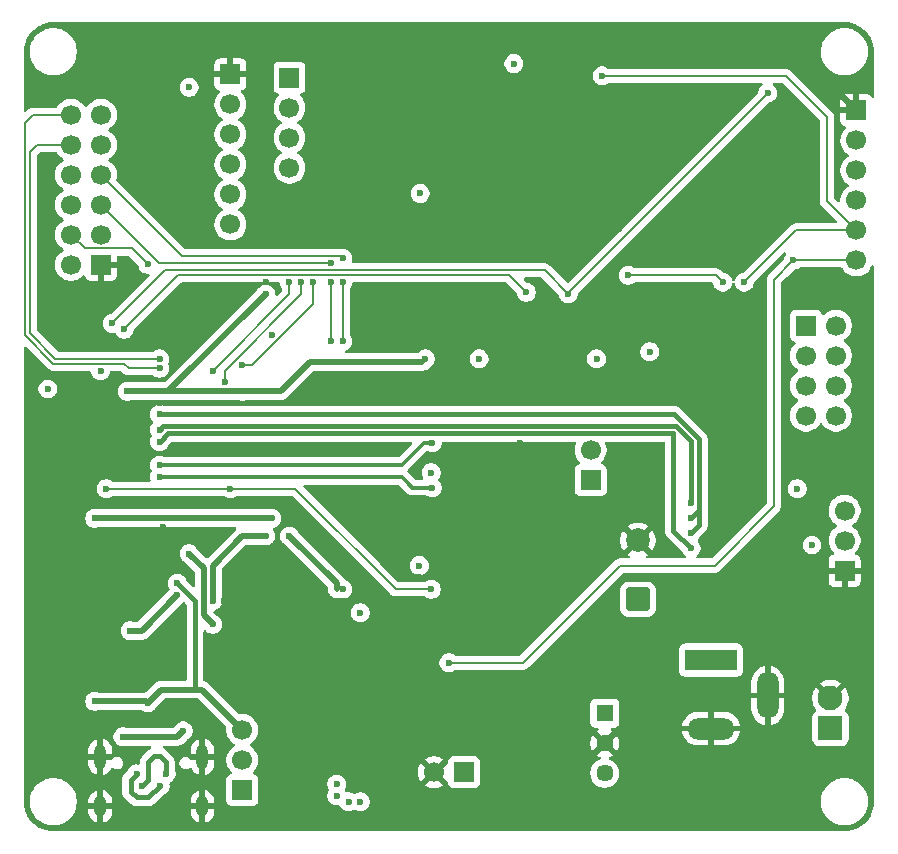
<source format=gbr>
%TF.GenerationSoftware,KiCad,Pcbnew,9.0.3*%
%TF.CreationDate,2025-07-13T20:53:50+12:00*%
%TF.ProjectId,RemiRAT,52656d69-5241-4542-9e6b-696361645f70,rev?*%
%TF.SameCoordinates,Original*%
%TF.FileFunction,Copper,L4,Bot*%
%TF.FilePolarity,Positive*%
%FSLAX46Y46*%
G04 Gerber Fmt 4.6, Leading zero omitted, Abs format (unit mm)*
G04 Created by KiCad (PCBNEW 9.0.3) date 2025-07-13 20:53:50*
%MOMM*%
%LPD*%
G01*
G04 APERTURE LIST*
G04 Aperture macros list*
%AMRoundRect*
0 Rectangle with rounded corners*
0 $1 Rounding radius*
0 $2 $3 $4 $5 $6 $7 $8 $9 X,Y pos of 4 corners*
0 Add a 4 corners polygon primitive as box body*
4,1,4,$2,$3,$4,$5,$6,$7,$8,$9,$2,$3,0*
0 Add four circle primitives for the rounded corners*
1,1,$1+$1,$2,$3*
1,1,$1+$1,$4,$5*
1,1,$1+$1,$6,$7*
1,1,$1+$1,$8,$9*
0 Add four rect primitives between the rounded corners*
20,1,$1+$1,$2,$3,$4,$5,0*
20,1,$1+$1,$4,$5,$6,$7,0*
20,1,$1+$1,$6,$7,$8,$9,0*
20,1,$1+$1,$8,$9,$2,$3,0*%
G04 Aperture macros list end*
%TA.AperFunction,ComponentPad*%
%ADD10R,4.400000X1.800000*%
%TD*%
%TA.AperFunction,ComponentPad*%
%ADD11O,4.000000X1.800000*%
%TD*%
%TA.AperFunction,ComponentPad*%
%ADD12O,1.800000X4.000000*%
%TD*%
%TA.AperFunction,ComponentPad*%
%ADD13R,1.700000X1.700000*%
%TD*%
%TA.AperFunction,ComponentPad*%
%ADD14C,1.700000*%
%TD*%
%TA.AperFunction,ComponentPad*%
%ADD15C,2.100000*%
%TD*%
%TA.AperFunction,ComponentPad*%
%ADD16RoundRect,0.250001X0.799999X-0.799999X0.799999X0.799999X-0.799999X0.799999X-0.799999X-0.799999X0*%
%TD*%
%TA.AperFunction,ComponentPad*%
%ADD17RoundRect,0.250000X0.750000X-0.750000X0.750000X0.750000X-0.750000X0.750000X-0.750000X-0.750000X0*%
%TD*%
%TA.AperFunction,ComponentPad*%
%ADD18C,2.000000*%
%TD*%
%TA.AperFunction,HeatsinkPad*%
%ADD19O,1.000000X2.100000*%
%TD*%
%TA.AperFunction,HeatsinkPad*%
%ADD20O,1.000000X1.800000*%
%TD*%
%TA.AperFunction,ComponentPad*%
%ADD21R,1.448000X1.448000*%
%TD*%
%TA.AperFunction,ComponentPad*%
%ADD22C,1.448000*%
%TD*%
%TA.AperFunction,ViaPad*%
%ADD23C,0.600000*%
%TD*%
%TA.AperFunction,Conductor*%
%ADD24C,0.300000*%
%TD*%
%TA.AperFunction,Conductor*%
%ADD25C,0.200000*%
%TD*%
%TA.AperFunction,Conductor*%
%ADD26C,0.439000*%
%TD*%
%TA.AperFunction,Conductor*%
%ADD27C,0.500000*%
%TD*%
%TA.AperFunction,Conductor*%
%ADD28C,0.400000*%
%TD*%
G04 APERTURE END LIST*
D10*
%TO.P,J15,1*%
%TO.N,VIN*%
X175700000Y-106000000D03*
D11*
%TO.P,J15,2*%
%TO.N,GND*%
X175700000Y-111800000D03*
D12*
%TO.P,J15,3*%
X180500000Y-109000000D03*
%TD*%
D13*
%TO.P,J14,1*%
%TO.N,VBUS*%
X154775000Y-115500000D03*
D14*
%TO.P,J14,2*%
%TO.N,GND*%
X152235000Y-115500000D03*
%TD*%
D15*
%TO.P,J10,2*%
%TO.N,GND*%
X185800000Y-109230000D03*
D16*
%TO.P,J10,1*%
%TO.N,VIN*%
X185800000Y-111770000D03*
%TD*%
D17*
%TO.P,C11,1*%
%TO.N,VIN*%
X169500000Y-100867677D03*
D18*
%TO.P,C11,2*%
%TO.N,GND*%
X169500000Y-95867677D03*
%TD*%
D13*
%TO.P,J11,1*%
%TO.N,VBUS*%
X136000000Y-117000000D03*
D14*
%TO.P,J11,2*%
X136000000Y-114460000D03*
%TO.P,J11,3*%
X136000000Y-111920000D03*
%TD*%
D13*
%TO.P,J3,1*%
%TO.N,GND*%
X188000000Y-59460000D03*
D14*
%TO.P,J3,2*%
%TO.N,ESP32TXD0*%
X188000000Y-62000000D03*
%TO.P,J3,3*%
%TO.N,ESP32RXD0*%
X188000000Y-64540000D03*
%TO.P,J3,4*%
%TO.N,3.3V*%
X188000000Y-67080000D03*
%TO.P,J3,5*%
%TO.N,EN*%
X188000000Y-69620000D03*
%TO.P,J3,6*%
%TO.N,IO0*%
X188000000Y-72160000D03*
%TD*%
D13*
%TO.P,J9,1*%
%TO.N,IO17*%
X183725000Y-77690000D03*
D14*
%TO.P,J9,2*%
%TO.N,IO5*%
X186265000Y-77690000D03*
%TO.P,J9,3*%
%TO.N,IO16*%
X183725000Y-80230000D03*
%TO.P,J9,4*%
%TO.N,IO18*%
X186265000Y-80230000D03*
%TO.P,J9,5*%
%TO.N,IO4*%
X183725000Y-82770000D03*
%TO.P,J9,6*%
%TO.N,IO19*%
X186265000Y-82770000D03*
%TO.P,J9,7*%
%TO.N,IO23*%
X183725000Y-85310000D03*
%TO.P,J9,8*%
%TO.N,IO21*%
X186265000Y-85310000D03*
%TD*%
D13*
%TO.P,J7,1*%
%TO.N,SAM-SPI-NPCS1*%
X140000000Y-56690000D03*
D14*
%TO.P,J7,2*%
%TO.N,SAM-SPI-MISO*%
X140000000Y-59230000D03*
%TO.P,J7,3*%
%TO.N,SAM-SPI-SCK*%
X140000000Y-61770000D03*
%TO.P,J7,4*%
%TO.N,SAM-SPI-MOSI*%
X140000000Y-64310000D03*
%TD*%
D13*
%TO.P,J12,1*%
%TO.N,CAN_OUT_L*%
X165500000Y-90775000D03*
D14*
%TO.P,J12,2*%
%TO.N,CAN_OUT_H*%
X165500000Y-88235000D03*
%TD*%
D19*
%TO.P,J1,S1*%
%TO.N,GND*%
X123980000Y-114212500D03*
D20*
X123980000Y-118392500D03*
D19*
X132620000Y-114212500D03*
D20*
X132620000Y-118392500D03*
%TD*%
D13*
%TO.P,J12,1*%
%TO.N,GND*%
X187000000Y-98440000D03*
D14*
%TO.P,J12,2*%
%TO.N,MODBUS_A*%
X187000000Y-95900000D03*
%TO.P,J12,3*%
%TO.N,MODBUS_B*%
X187000000Y-93360000D03*
%TD*%
D21*
%TO.P,VR2,1*%
%TO.N,VIN*%
X166700000Y-110500000D03*
D22*
%TO.P,VR2,2*%
%TO.N,GND*%
X166700000Y-113040000D03*
%TO.P,VR2,3*%
%TO.N,VBUS*%
X166700000Y-115580000D03*
%TD*%
D13*
%TO.P,J8,1*%
%TO.N,GND*%
X124040000Y-72540000D03*
D14*
%TO.P,J8,2*%
%TO.N,A1/PWML5/PC22*%
X121500000Y-72540000D03*
%TO.P,J8,3*%
%TO.N,3.3VOUT*%
X124040000Y-70000000D03*
%TO.P,J8,4*%
%TO.N,A2/PWML6/PC23*%
X121500000Y-70000000D03*
%TO.P,J8,5*%
%TO.N,D14/PC16*%
X124040000Y-67460000D03*
%TO.P,J8,6*%
%TO.N,SAM_PWML7_PC24_PIN135*%
X121500000Y-67460000D03*
%TO.P,J8,7*%
%TO.N,D15/PC17*%
X124040000Y-64920000D03*
%TO.P,J8,8*%
%TO.N,SAM_DAC0_PB15_PIN76*%
X121500000Y-64920000D03*
%TO.P,J8,9*%
%TO.N,SAM_AD6_PB0_PIN113*%
X124040000Y-62380000D03*
%TO.P,J8,10*%
%TO.N,TWCK0/PA18*%
X121500000Y-62380000D03*
%TO.P,J8,11*%
%TO.N,SAM_AD5_PA19_PIN71*%
X124040000Y-59840000D03*
%TO.P,J8,12*%
%TO.N,TWD0/PA17*%
X121500000Y-59840000D03*
%TD*%
D13*
%TO.P,J6,1*%
%TO.N,GND*%
X135000000Y-56420000D03*
D14*
%TO.P,J6,2*%
%TO.N,UTXD/PA9*%
X135000000Y-58960000D03*
%TO.P,J6,3*%
%TO.N,URXD/PA8*%
X135000000Y-61500000D03*
%TO.P,J6,4*%
%TO.N,3.3V*%
X135000000Y-64040000D03*
%TO.P,J6,5*%
%TO.N,NRSTB*%
X135000000Y-66580000D03*
%TO.P,J6,6*%
%TO.N,ERASE/PC0*%
X135000000Y-69120000D03*
%TD*%
D23*
%TO.N,GND*%
X159500000Y-87595000D03*
%TO.N,3.3V*%
X152000000Y-90135000D03*
%TO.N,GND*%
X178000000Y-109500000D03*
X188300000Y-109230000D03*
X185800000Y-106730000D03*
X164500000Y-113040000D03*
X172500000Y-113040000D03*
%TO.N,USBDP*%
X129550000Y-115637500D03*
X127550000Y-116637500D03*
%TO.N,USBDM*%
X129050000Y-116637500D03*
X127050000Y-115637500D03*
%TO.N,GND*%
X167889300Y-69500000D03*
X147500000Y-79750000D03*
X153255000Y-70000000D03*
X140000000Y-97000000D03*
X150500000Y-95750000D03*
X124750000Y-100000000D03*
X123500000Y-82500000D03*
X138020000Y-74020000D03*
X138000000Y-97000000D03*
X120000000Y-111500000D03*
X184500000Y-98440000D03*
X138500000Y-78500000D03*
X121000000Y-93500000D03*
X186000000Y-58500000D03*
X130000000Y-109613500D03*
X144000000Y-68000000D03*
X142500000Y-104500000D03*
X129250000Y-94750000D03*
X144500000Y-101000000D03*
X134481000Y-100980000D03*
X158050000Y-77000000D03*
X127000000Y-73500000D03*
X166500000Y-54000000D03*
X174500000Y-78000000D03*
X123500000Y-104015000D03*
X140000000Y-100980000D03*
X129000000Y-84250000D03*
X146500000Y-66500000D03*
X146000000Y-70000000D03*
X161550000Y-77000000D03*
X184000000Y-93000000D03*
X151000000Y-99000000D03*
X152135000Y-88865000D03*
X181967500Y-97532500D03*
%TO.N,VBUS*%
X130500000Y-99500000D03*
X125900000Y-112500000D03*
X128000000Y-109613500D03*
X123500000Y-109500000D03*
X131000000Y-112000000D03*
%TO.N,3.3V*%
X131500000Y-57500000D03*
X183000000Y-91500000D03*
X146000000Y-102000000D03*
X170500000Y-79900000D03*
X124000000Y-81500000D03*
X145000000Y-118000000D03*
X146000000Y-118000000D03*
X166000000Y-80500000D03*
X151000000Y-98000000D03*
X144000000Y-116500000D03*
X151055000Y-66500000D03*
X144000000Y-117500000D03*
X184240000Y-96260000D03*
X119550000Y-83050000D03*
X156050000Y-80500000D03*
X159000000Y-55500000D03*
%TO.N,VDDCORE*%
X138000000Y-95500000D03*
X151500000Y-80500000D03*
X144500000Y-100000000D03*
X126270000Y-83250000D03*
X140000000Y-95500000D03*
X138000000Y-75000000D03*
X133500000Y-101000000D03*
X136000000Y-83250000D03*
%TO.N,EN*%
X178500000Y-74000000D03*
X166460000Y-56540000D03*
%TO.N,IO22*%
X163591000Y-75000000D03*
X180500000Y-58000000D03*
X125000000Y-77500000D03*
%TO.N,IO0*%
X153500000Y-106230000D03*
X182660000Y-72160000D03*
%TO.N,IO26*%
X126000000Y-78000000D03*
X160050000Y-74862500D03*
%TO.N,TDI/IO12*%
X176690000Y-74000000D03*
X168690000Y-73425000D03*
%TO.N,UTXD/PA9*%
X142000000Y-74013360D03*
X136000000Y-81000000D03*
%TO.N,URXD/PA8*%
X141000000Y-74013360D03*
X134500000Y-82500000D03*
%TO.N,VDDPLL*%
X123500000Y-94000000D03*
X138500000Y-94000000D03*
%TO.N,NRSTB*%
X133500000Y-81500000D03*
X124500000Y-91500000D03*
X140000000Y-74013360D03*
X135000000Y-91500000D03*
X152000000Y-100000000D03*
%TO.N,CANTX0/PA0*%
X129000000Y-89500000D03*
X152095000Y-87595000D03*
%TO.N,CANRX0/PA1*%
X152095000Y-91405000D03*
X129000000Y-90500000D03*
%TO.N,TWCK0/PA18*%
X129000000Y-80500000D03*
%TO.N,TWD0/PA17*%
X129000000Y-81300003D03*
%TO.N,A2/PWML6/PC23*%
X128000000Y-72500000D03*
%TO.N,D15/PC17*%
X144500000Y-79000000D03*
X144500000Y-72000000D03*
X144500000Y-74013360D03*
%TO.N,D14/PC16*%
X143500000Y-79000000D03*
X143500000Y-72400000D03*
X143500000Y-74013360D03*
%TO.N,VBG*%
X126500000Y-103515000D03*
X130500000Y-100500000D03*
%TO.N,VDDUTMI*%
X133520000Y-102980000D03*
X131500000Y-97000000D03*
%TO.N,SAM_USART3_RXD_PD4_PIN17*%
X129000000Y-86500000D03*
X174000000Y-92730000D03*
%TO.N,SAM_USART3_TXD_PD5_PIN18*%
X174000000Y-96540000D03*
X129000000Y-87500000D03*
%TO.N,SAM_A10_PD0_PIN13*%
X174000000Y-95270000D03*
X129000000Y-85193000D03*
X174000000Y-94000000D03*
%TD*%
D24*
%TO.N,CANRX0/PA1*%
X149500000Y-90500000D02*
X150000000Y-91000000D01*
X152095000Y-91405000D02*
X150405000Y-91405000D01*
X150405000Y-91405000D02*
X150000000Y-91000000D01*
X129000000Y-90500000D02*
X149500000Y-90500000D01*
%TO.N,CANTX0/PA0*%
X129000000Y-89500000D02*
X149500000Y-89500000D01*
X149500000Y-89500000D02*
X151405000Y-87595000D01*
X151405000Y-87595000D02*
X152095000Y-87595000D01*
D25*
%TO.N,IO0*%
X182660000Y-72160000D02*
X181000000Y-73820000D01*
X181000000Y-73820000D02*
X181000000Y-93000000D01*
X181000000Y-93000000D02*
X176000000Y-98000000D01*
X168000000Y-98000000D02*
X159770000Y-106230000D01*
X176000000Y-98000000D02*
X168000000Y-98000000D01*
X159770000Y-106230000D02*
X153500000Y-106230000D01*
D26*
%TO.N,USBDP*%
X129550000Y-114637500D02*
X129550000Y-115637500D01*
X128550000Y-114137500D02*
X129050000Y-114137500D01*
X129050000Y-114137500D02*
X129550000Y-114637500D01*
X128050000Y-114637500D02*
X128550000Y-114137500D01*
X128050000Y-116137500D02*
X128050000Y-114637500D01*
X127550000Y-116637500D02*
X128050000Y-116137500D01*
%TO.N,USBDM*%
X128050000Y-117637500D02*
X129050000Y-116637500D01*
X127050000Y-115637500D02*
X126550000Y-116137500D01*
X126550000Y-117137500D02*
X127050000Y-117637500D01*
X126550000Y-116137500D02*
X126550000Y-117137500D01*
X127050000Y-117637500D02*
X128050000Y-117637500D01*
D27*
%TO.N,GND*%
X188000000Y-59460000D02*
X182540000Y-54000000D01*
X182540000Y-54000000D02*
X166500000Y-54000000D01*
X124040000Y-72540000D02*
X126040000Y-72540000D01*
X126040000Y-72540000D02*
X127000000Y-73500000D01*
%TO.N,VBUS*%
X127886500Y-109500000D02*
X128000000Y-109613500D01*
X131000000Y-112000000D02*
X130500000Y-112500000D01*
X128113500Y-109500000D02*
X128000000Y-109613500D01*
X128000000Y-109613500D02*
X129113500Y-108500000D01*
X131000000Y-108500000D02*
X132000000Y-108500000D01*
X123500000Y-109500000D02*
X127886500Y-109500000D01*
X132580000Y-108500000D02*
X136000000Y-111920000D01*
X131000000Y-108500000D02*
X132580000Y-108500000D01*
X129113500Y-108500000D02*
X131000000Y-108500000D01*
D28*
X132580000Y-108500000D02*
X135540000Y-111460000D01*
X132000000Y-108500000D02*
X132580000Y-108500000D01*
D27*
X130500000Y-112500000D02*
X125900000Y-112500000D01*
X136000000Y-111920000D02*
X135540000Y-111460000D01*
D28*
X132000000Y-101000000D02*
X132000000Y-108500000D01*
X130500000Y-99500000D02*
X132000000Y-101000000D01*
D27*
%TO.N,VDDCORE*%
X133500000Y-101000000D02*
X133500000Y-98000000D01*
X136000000Y-83250000D02*
X129500000Y-83250000D01*
X126270000Y-83250000D02*
X129500000Y-83250000D01*
D24*
X151500000Y-80500000D02*
X151250000Y-80750000D01*
D27*
X144000000Y-99500000D02*
X140000000Y-95500000D01*
X144000000Y-99500000D02*
X144000000Y-100000000D01*
X141750000Y-80750000D02*
X139250000Y-83250000D01*
X151250000Y-80750000D02*
X141750000Y-80750000D01*
X136000000Y-95500000D02*
X133500000Y-98000000D01*
X138000000Y-95500000D02*
X136000000Y-95500000D01*
X129750000Y-83250000D02*
X138000000Y-75000000D01*
D24*
X129500000Y-83250000D02*
X129750000Y-83250000D01*
D27*
X139250000Y-83250000D02*
X136000000Y-83250000D01*
D25*
%TO.N,EN*%
X182000000Y-56540000D02*
X166460000Y-56540000D01*
X185500000Y-60040000D02*
X182000000Y-56540000D01*
X185500000Y-67120000D02*
X185500000Y-60040000D01*
X188000000Y-69620000D02*
X185500000Y-67120000D01*
X182880000Y-69620000D02*
X188000000Y-69620000D01*
X178500000Y-74000000D02*
X182880000Y-69620000D01*
%TO.N,IO22*%
X163591000Y-74909000D02*
X163591000Y-75000000D01*
X125000000Y-77500000D02*
X129500000Y-73000000D01*
X161591000Y-73000000D02*
X163591000Y-75000000D01*
X129500000Y-73000000D02*
X161591000Y-73000000D01*
X180500000Y-58000000D02*
X163591000Y-74909000D01*
%TO.N,IO0*%
X188000000Y-72160000D02*
X182660000Y-72160000D01*
%TO.N,IO26*%
X130586640Y-73413360D02*
X158600860Y-73413360D01*
X158600860Y-73413360D02*
X160050000Y-74862500D01*
X126000000Y-78000000D02*
X130586640Y-73413360D01*
%TO.N,TDI/IO12*%
X168690000Y-73425000D02*
X176115000Y-73425000D01*
X176115000Y-73425000D02*
X176690000Y-74000000D01*
%TO.N,UTXD/PA9*%
X142000000Y-75849943D02*
X136849943Y-81000000D01*
X142000000Y-74013360D02*
X142000000Y-75849943D01*
X136849943Y-81000000D02*
X136000000Y-81000000D01*
%TO.N,URXD/PA8*%
X141000000Y-75000000D02*
X134500000Y-81500000D01*
X134500000Y-81500000D02*
X134500000Y-82500000D01*
X141000000Y-74013360D02*
X141000000Y-75000000D01*
D27*
%TO.N,VDDPLL*%
X138500000Y-94000000D02*
X123500000Y-94000000D01*
D25*
%TO.N,NRSTB*%
X149000000Y-100000000D02*
X140500000Y-91500000D01*
X140000000Y-75000000D02*
X133500000Y-81500000D01*
X140000000Y-74013360D02*
X140000000Y-75000000D01*
X140500000Y-91500000D02*
X124500000Y-91500000D01*
X152000000Y-100000000D02*
X149000000Y-100000000D01*
%TO.N,TWCK0/PA18*%
X118002000Y-63000000D02*
X118622000Y-62380000D01*
X129000000Y-80500000D02*
X128998000Y-80498000D01*
X118002000Y-78333900D02*
X118002000Y-63000000D01*
X128998000Y-80498000D02*
X120166100Y-80498000D01*
X120166100Y-80498000D02*
X118002000Y-78333900D01*
X118622000Y-62380000D02*
X121500000Y-62380000D01*
%TO.N,TWD0/PA17*%
X126382960Y-81300003D02*
X125981957Y-80899000D01*
X118261000Y-59840000D02*
X121500000Y-59840000D01*
X117601000Y-60500000D02*
X118261000Y-59840000D01*
X117601000Y-78500000D02*
X117601000Y-60500000D01*
X129000000Y-81300003D02*
X126382960Y-81300003D01*
X125981957Y-80899000D02*
X120000000Y-80899000D01*
X120000000Y-80899000D02*
X117601000Y-78500000D01*
%TO.N,A2/PWML6/PC23*%
X122651000Y-71151000D02*
X126651000Y-71151000D01*
X121500000Y-70000000D02*
X122651000Y-71151000D01*
X126651000Y-71151000D02*
X128000000Y-72500000D01*
%TO.N,D15/PC17*%
X130919000Y-71799000D02*
X144299000Y-71799000D01*
X124040000Y-64920000D02*
X130919000Y-71799000D01*
X144500000Y-74013360D02*
X144500000Y-79000000D01*
X144500000Y-72000000D02*
X144299000Y-71799000D01*
%TO.N,D14/PC16*%
X143500000Y-74013360D02*
X143500000Y-79000000D01*
X124040000Y-67460000D02*
X128980000Y-72400000D01*
X128980000Y-72400000D02*
X143500000Y-72400000D01*
D27*
%TO.N,VBG*%
X130500000Y-100500000D02*
X127485000Y-103515000D01*
X127485000Y-103515000D02*
X126500000Y-103515000D01*
%TO.N,VDDUTMI*%
X132749000Y-98249000D02*
X131500000Y-97000000D01*
X132749000Y-98249000D02*
X132749000Y-102209000D01*
X133520000Y-102980000D02*
X132749000Y-102209000D01*
D28*
%TO.N,SAM_USART3_RXD_PD4_PIN17*%
X172748942Y-86198000D02*
X174000000Y-87449058D01*
X174000000Y-87449058D02*
X174000000Y-92730000D01*
X132500000Y-86198000D02*
X129302000Y-86198000D01*
X129302000Y-86198000D02*
X129000000Y-86500000D01*
X132500000Y-86198000D02*
X172748942Y-86198000D01*
%TO.N,SAM_USART3_TXD_PD5_PIN18*%
X129701000Y-86799000D02*
X172500000Y-86799000D01*
X172500000Y-95040000D02*
X174000000Y-96540000D01*
X129000000Y-87500000D02*
X129701000Y-86799000D01*
X172500000Y-86799000D02*
X172500000Y-95040000D01*
%TO.N,SAM_A10_PD0_PIN13*%
X174701000Y-93299000D02*
X174000000Y-94000000D01*
X174701000Y-93299000D02*
X174701000Y-94569000D01*
X174701000Y-94569000D02*
X174000000Y-95270000D01*
X174701000Y-87300116D02*
X174701000Y-93299000D01*
X129000000Y-85193000D02*
X172593884Y-85193000D01*
X172593884Y-85193000D02*
X174701000Y-87300116D01*
%TD*%
%TA.AperFunction,Conductor*%
%TO.N,GND*%
G36*
X181766942Y-57160185D02*
G01*
X181787584Y-57176819D01*
X184863181Y-60252416D01*
X184896666Y-60313739D01*
X184899500Y-60340097D01*
X184899500Y-67033330D01*
X184899499Y-67033348D01*
X184899499Y-67199054D01*
X184899498Y-67199054D01*
X184940423Y-67351787D01*
X184940424Y-67351788D01*
X184951997Y-67371832D01*
X184951999Y-67371835D01*
X185019477Y-67488712D01*
X185019481Y-67488717D01*
X185138349Y-67607585D01*
X185138355Y-67607590D01*
X186338584Y-68807819D01*
X186372069Y-68869142D01*
X186367085Y-68938834D01*
X186325213Y-68994767D01*
X186259749Y-69019184D01*
X186250903Y-69019500D01*
X182800940Y-69019500D01*
X182760019Y-69030464D01*
X182760019Y-69030465D01*
X182722751Y-69040451D01*
X182648214Y-69060423D01*
X182648209Y-69060426D01*
X182511290Y-69139475D01*
X182511282Y-69139481D01*
X178485339Y-73165425D01*
X178424016Y-73198910D01*
X178421850Y-73199361D01*
X178266508Y-73230261D01*
X178266498Y-73230264D01*
X178120827Y-73290602D01*
X178120814Y-73290609D01*
X177989711Y-73378210D01*
X177989707Y-73378213D01*
X177878213Y-73489707D01*
X177878210Y-73489711D01*
X177790609Y-73620814D01*
X177790602Y-73620827D01*
X177730264Y-73766498D01*
X177730261Y-73766508D01*
X177716617Y-73835103D01*
X177684232Y-73897014D01*
X177623516Y-73931588D01*
X177553747Y-73927848D01*
X177497075Y-73886981D01*
X177473383Y-73835103D01*
X177459738Y-73766508D01*
X177459737Y-73766507D01*
X177459737Y-73766503D01*
X177424390Y-73681166D01*
X177399397Y-73620827D01*
X177399390Y-73620814D01*
X177311789Y-73489711D01*
X177311786Y-73489707D01*
X177200292Y-73378213D01*
X177200288Y-73378210D01*
X177069185Y-73290609D01*
X177069172Y-73290602D01*
X176923501Y-73230264D01*
X176923491Y-73230261D01*
X176768151Y-73199362D01*
X176706241Y-73166977D01*
X176704662Y-73165426D01*
X176483717Y-72944481D01*
X176483716Y-72944480D01*
X176372934Y-72880520D01*
X176372934Y-72880519D01*
X176372929Y-72880518D01*
X176363806Y-72875250D01*
X176346786Y-72865423D01*
X176308603Y-72855192D01*
X176194057Y-72824499D01*
X176035943Y-72824499D01*
X176028347Y-72824499D01*
X176028331Y-72824500D01*
X169269766Y-72824500D01*
X169202727Y-72804815D01*
X169200875Y-72803602D01*
X169069185Y-72715609D01*
X169069172Y-72715602D01*
X168923501Y-72655264D01*
X168923489Y-72655261D01*
X168768845Y-72624500D01*
X168768842Y-72624500D01*
X168611158Y-72624500D01*
X168611155Y-72624500D01*
X168456510Y-72655261D01*
X168456498Y-72655264D01*
X168310827Y-72715602D01*
X168310814Y-72715609D01*
X168179711Y-72803210D01*
X168179707Y-72803213D01*
X168068213Y-72914707D01*
X168068210Y-72914711D01*
X167980609Y-73045814D01*
X167980602Y-73045827D01*
X167920264Y-73191498D01*
X167920261Y-73191510D01*
X167889500Y-73346153D01*
X167889500Y-73503846D01*
X167920261Y-73658489D01*
X167920264Y-73658501D01*
X167980602Y-73804172D01*
X167980609Y-73804185D01*
X168068210Y-73935288D01*
X168068213Y-73935292D01*
X168179707Y-74046786D01*
X168179711Y-74046789D01*
X168310814Y-74134390D01*
X168310827Y-74134397D01*
X168384462Y-74164897D01*
X168456503Y-74194737D01*
X168611153Y-74225499D01*
X168611156Y-74225500D01*
X168611158Y-74225500D01*
X168768844Y-74225500D01*
X168768845Y-74225499D01*
X168923497Y-74194737D01*
X169036166Y-74148067D01*
X169069172Y-74134397D01*
X169069172Y-74134396D01*
X169069179Y-74134394D01*
X169100198Y-74113668D01*
X169200875Y-74046398D01*
X169267553Y-74025520D01*
X169269766Y-74025500D01*
X175777125Y-74025500D01*
X175844164Y-74045185D01*
X175889919Y-74097989D01*
X175898742Y-74125308D01*
X175920261Y-74233491D01*
X175920264Y-74233501D01*
X175980602Y-74379172D01*
X175980609Y-74379185D01*
X176068210Y-74510288D01*
X176068213Y-74510292D01*
X176179707Y-74621786D01*
X176179711Y-74621789D01*
X176310814Y-74709390D01*
X176310827Y-74709397D01*
X176411907Y-74751265D01*
X176456503Y-74769737D01*
X176611153Y-74800499D01*
X176611156Y-74800500D01*
X176611158Y-74800500D01*
X176768844Y-74800500D01*
X176768845Y-74800499D01*
X176923497Y-74769737D01*
X177069179Y-74709394D01*
X177200289Y-74621789D01*
X177311789Y-74510289D01*
X177399394Y-74379179D01*
X177459737Y-74233497D01*
X177467447Y-74194735D01*
X177473383Y-74164897D01*
X177505768Y-74102986D01*
X177566484Y-74068412D01*
X177636253Y-74072151D01*
X177692925Y-74113018D01*
X177716617Y-74164897D01*
X177730261Y-74233489D01*
X177730264Y-74233501D01*
X177790602Y-74379172D01*
X177790609Y-74379185D01*
X177878210Y-74510288D01*
X177878213Y-74510292D01*
X177989707Y-74621786D01*
X177989711Y-74621789D01*
X178120814Y-74709390D01*
X178120827Y-74709397D01*
X178221907Y-74751265D01*
X178266503Y-74769737D01*
X178421153Y-74800499D01*
X178421156Y-74800500D01*
X178421158Y-74800500D01*
X178578844Y-74800500D01*
X178578845Y-74800499D01*
X178733497Y-74769737D01*
X178879179Y-74709394D01*
X179010289Y-74621789D01*
X179121789Y-74510289D01*
X179209394Y-74379179D01*
X179269737Y-74233497D01*
X179295244Y-74105265D01*
X179300638Y-74078150D01*
X179333023Y-74016239D01*
X179334518Y-74014716D01*
X181829974Y-71519260D01*
X181891295Y-71485777D01*
X181960987Y-71490761D01*
X182016920Y-71532633D01*
X182041337Y-71598097D01*
X182026485Y-71666370D01*
X182020755Y-71675833D01*
X181950612Y-71780809D01*
X181950602Y-71780827D01*
X181890264Y-71926498D01*
X181890261Y-71926508D01*
X181859362Y-72081848D01*
X181826977Y-72143759D01*
X181825426Y-72145337D01*
X180634731Y-73336032D01*
X180634725Y-73336038D01*
X180631286Y-73339478D01*
X180631284Y-73339480D01*
X180519480Y-73451284D01*
X180490170Y-73502051D01*
X180484469Y-73511924D01*
X180484469Y-73511925D01*
X180450876Y-73570110D01*
X180440423Y-73588215D01*
X180399499Y-73740943D01*
X180399499Y-73740945D01*
X180399499Y-73909046D01*
X180399500Y-73909059D01*
X180399500Y-92699903D01*
X180379815Y-92766942D01*
X180363181Y-92787584D01*
X175787584Y-97363181D01*
X175726261Y-97396666D01*
X175699903Y-97399500D01*
X174563303Y-97399500D01*
X174496264Y-97379815D01*
X174450509Y-97327011D01*
X174440565Y-97257853D01*
X174469590Y-97194297D01*
X174494412Y-97172398D01*
X174499507Y-97168993D01*
X174510289Y-97161789D01*
X174621789Y-97050289D01*
X174709394Y-96919179D01*
X174769737Y-96773497D01*
X174800500Y-96618842D01*
X174800500Y-96461158D01*
X174800500Y-96461155D01*
X174800499Y-96461153D01*
X174784001Y-96378213D01*
X174769737Y-96306503D01*
X174769735Y-96306498D01*
X174709397Y-96160827D01*
X174709390Y-96160814D01*
X174621789Y-96029711D01*
X174621786Y-96029707D01*
X174584760Y-95992681D01*
X174551275Y-95931358D01*
X174556259Y-95861666D01*
X174584760Y-95817319D01*
X174621786Y-95780292D01*
X174621789Y-95780289D01*
X174709394Y-95649179D01*
X174709395Y-95649176D01*
X174709397Y-95649173D01*
X174764380Y-95516429D01*
X174769192Y-95504810D01*
X174796067Y-95464588D01*
X175245114Y-95015543D01*
X175321775Y-94900811D01*
X175331136Y-94878213D01*
X175348177Y-94837069D01*
X175374580Y-94773328D01*
X175387297Y-94709397D01*
X175401500Y-94637996D01*
X175401500Y-87231120D01*
X175378848Y-87117247D01*
X175374580Y-87095788D01*
X175361896Y-87065167D01*
X175321775Y-86968306D01*
X175321775Y-86968305D01*
X175245114Y-86853573D01*
X175245112Y-86853570D01*
X173040429Y-84648887D01*
X172925691Y-84572222D01*
X172798216Y-84519421D01*
X172798206Y-84519418D01*
X172662880Y-84492500D01*
X172662878Y-84492500D01*
X172662877Y-84492500D01*
X129425316Y-84492500D01*
X129377864Y-84483061D01*
X129233501Y-84423264D01*
X129233489Y-84423261D01*
X129078845Y-84392500D01*
X129078842Y-84392500D01*
X128921158Y-84392500D01*
X128921155Y-84392500D01*
X128766510Y-84423261D01*
X128766498Y-84423264D01*
X128620827Y-84483602D01*
X128620814Y-84483609D01*
X128489711Y-84571210D01*
X128489707Y-84571213D01*
X128378213Y-84682707D01*
X128378210Y-84682711D01*
X128290609Y-84813814D01*
X128290602Y-84813827D01*
X128230264Y-84959498D01*
X128230261Y-84959510D01*
X128199500Y-85114153D01*
X128199500Y-85271846D01*
X128230261Y-85426489D01*
X128230264Y-85426501D01*
X128290602Y-85572172D01*
X128290609Y-85572185D01*
X128378210Y-85703288D01*
X128378213Y-85703292D01*
X128433740Y-85758819D01*
X128467225Y-85820142D01*
X128462241Y-85889834D01*
X128433740Y-85934181D01*
X128378213Y-85989707D01*
X128378210Y-85989711D01*
X128290609Y-86120814D01*
X128290602Y-86120827D01*
X128230264Y-86266498D01*
X128230261Y-86266510D01*
X128199500Y-86421153D01*
X128199500Y-86578846D01*
X128230261Y-86733489D01*
X128230264Y-86733501D01*
X128290602Y-86879172D01*
X128290609Y-86879185D01*
X128325304Y-86931109D01*
X128346182Y-86997786D01*
X128327698Y-87065167D01*
X128325304Y-87068891D01*
X128290609Y-87120814D01*
X128290602Y-87120827D01*
X128230264Y-87266498D01*
X128230261Y-87266510D01*
X128199500Y-87421153D01*
X128199500Y-87578846D01*
X128230261Y-87733489D01*
X128230264Y-87733501D01*
X128290602Y-87879172D01*
X128290609Y-87879185D01*
X128378210Y-88010288D01*
X128378213Y-88010292D01*
X128489707Y-88121786D01*
X128489711Y-88121789D01*
X128620814Y-88209390D01*
X128620827Y-88209397D01*
X128753210Y-88264231D01*
X128766503Y-88269737D01*
X128919283Y-88300127D01*
X128921153Y-88300499D01*
X128921156Y-88300500D01*
X128921158Y-88300500D01*
X129078844Y-88300500D01*
X129078845Y-88300499D01*
X129233497Y-88269737D01*
X129379179Y-88209394D01*
X129510289Y-88121789D01*
X129621789Y-88010289D01*
X129709394Y-87879179D01*
X129709395Y-87879176D01*
X129709397Y-87879173D01*
X129746566Y-87789435D01*
X129769192Y-87734810D01*
X129773823Y-87727879D01*
X129774921Y-87722836D01*
X129796065Y-87694590D01*
X129954839Y-87535816D01*
X130016162Y-87502334D01*
X130042519Y-87499500D01*
X150281192Y-87499500D01*
X150348231Y-87519185D01*
X150393986Y-87571989D01*
X150403930Y-87641147D01*
X150374905Y-87704703D01*
X150368873Y-87711181D01*
X149266873Y-88813181D01*
X149205550Y-88846666D01*
X149179192Y-88849500D01*
X129504935Y-88849500D01*
X129437896Y-88829815D01*
X129436090Y-88828633D01*
X129379179Y-88790606D01*
X129379172Y-88790602D01*
X129233501Y-88730264D01*
X129233489Y-88730261D01*
X129078845Y-88699500D01*
X129078842Y-88699500D01*
X128921158Y-88699500D01*
X128921155Y-88699500D01*
X128766510Y-88730261D01*
X128766498Y-88730264D01*
X128620827Y-88790602D01*
X128620814Y-88790609D01*
X128489711Y-88878210D01*
X128489707Y-88878213D01*
X128378213Y-88989707D01*
X128378210Y-88989711D01*
X128290609Y-89120814D01*
X128290602Y-89120827D01*
X128230264Y-89266498D01*
X128230261Y-89266510D01*
X128199500Y-89421153D01*
X128199500Y-89578846D01*
X128230261Y-89733489D01*
X128230264Y-89733501D01*
X128290602Y-89879172D01*
X128290609Y-89879185D01*
X128325304Y-89931109D01*
X128346182Y-89997786D01*
X128327698Y-90065167D01*
X128325304Y-90068891D01*
X128290609Y-90120814D01*
X128290602Y-90120827D01*
X128230264Y-90266498D01*
X128230261Y-90266510D01*
X128199500Y-90421153D01*
X128199500Y-90578846D01*
X128230261Y-90733489D01*
X128232031Y-90739324D01*
X128229279Y-90740158D01*
X128235503Y-90797359D01*
X128204309Y-90859878D01*
X128144266Y-90895608D01*
X128113445Y-90899500D01*
X125079766Y-90899500D01*
X125012727Y-90879815D01*
X125010875Y-90878602D01*
X124879185Y-90790609D01*
X124879172Y-90790602D01*
X124733501Y-90730264D01*
X124733489Y-90730261D01*
X124578845Y-90699500D01*
X124578842Y-90699500D01*
X124421158Y-90699500D01*
X124421155Y-90699500D01*
X124266510Y-90730261D01*
X124266498Y-90730264D01*
X124120827Y-90790602D01*
X124120814Y-90790609D01*
X123989711Y-90878210D01*
X123989707Y-90878213D01*
X123878213Y-90989707D01*
X123878210Y-90989711D01*
X123790609Y-91120814D01*
X123790602Y-91120827D01*
X123730264Y-91266498D01*
X123730261Y-91266510D01*
X123699500Y-91421153D01*
X123699500Y-91578846D01*
X123730261Y-91733489D01*
X123730264Y-91733501D01*
X123790602Y-91879172D01*
X123790609Y-91879185D01*
X123878210Y-92010288D01*
X123878213Y-92010292D01*
X123989707Y-92121786D01*
X123989711Y-92121789D01*
X124120814Y-92209390D01*
X124120827Y-92209397D01*
X124266498Y-92269735D01*
X124266503Y-92269737D01*
X124421153Y-92300499D01*
X124421156Y-92300500D01*
X124421158Y-92300500D01*
X124578844Y-92300500D01*
X124578845Y-92300499D01*
X124733497Y-92269737D01*
X124879179Y-92209394D01*
X124885831Y-92204949D01*
X125010875Y-92121398D01*
X125077553Y-92100520D01*
X125079766Y-92100500D01*
X134420234Y-92100500D01*
X134487273Y-92120185D01*
X134489125Y-92121398D01*
X134620814Y-92209390D01*
X134620827Y-92209397D01*
X134766498Y-92269735D01*
X134766503Y-92269737D01*
X134921153Y-92300499D01*
X134921156Y-92300500D01*
X134921158Y-92300500D01*
X135078844Y-92300500D01*
X135078845Y-92300499D01*
X135233497Y-92269737D01*
X135379179Y-92209394D01*
X135385831Y-92204949D01*
X135510875Y-92121398D01*
X135577553Y-92100520D01*
X135579766Y-92100500D01*
X140199903Y-92100500D01*
X140266942Y-92120185D01*
X140287584Y-92136819D01*
X148515139Y-100364374D01*
X148515149Y-100364385D01*
X148519479Y-100368715D01*
X148519480Y-100368716D01*
X148631284Y-100480520D01*
X148682845Y-100510288D01*
X148718095Y-100530639D01*
X148718097Y-100530641D01*
X148768213Y-100559576D01*
X148768215Y-100559577D01*
X148920942Y-100600500D01*
X148920943Y-100600500D01*
X151420234Y-100600500D01*
X151487273Y-100620185D01*
X151489125Y-100621398D01*
X151620814Y-100709390D01*
X151620827Y-100709397D01*
X151766498Y-100769735D01*
X151766503Y-100769737D01*
X151921153Y-100800499D01*
X151921156Y-100800500D01*
X151921158Y-100800500D01*
X152078844Y-100800500D01*
X152078845Y-100800499D01*
X152233497Y-100769737D01*
X152379179Y-100709394D01*
X152510289Y-100621789D01*
X152621789Y-100510289D01*
X152709394Y-100379179D01*
X152769737Y-100233497D01*
X152800500Y-100078842D01*
X152800500Y-99921158D01*
X152800500Y-99921155D01*
X152800499Y-99921153D01*
X152780632Y-99821275D01*
X152769737Y-99766503D01*
X152756062Y-99733489D01*
X152709397Y-99620827D01*
X152709390Y-99620814D01*
X152621789Y-99489711D01*
X152621786Y-99489707D01*
X152510292Y-99378213D01*
X152510288Y-99378210D01*
X152379185Y-99290609D01*
X152379172Y-99290602D01*
X152233501Y-99230264D01*
X152233489Y-99230261D01*
X152078845Y-99199500D01*
X152078842Y-99199500D01*
X151921158Y-99199500D01*
X151921155Y-99199500D01*
X151766510Y-99230261D01*
X151766498Y-99230264D01*
X151620827Y-99290602D01*
X151620814Y-99290609D01*
X151489125Y-99378602D01*
X151422447Y-99399480D01*
X151420234Y-99399500D01*
X149300097Y-99399500D01*
X149233058Y-99379815D01*
X149212416Y-99363181D01*
X147770388Y-97921153D01*
X150199500Y-97921153D01*
X150199500Y-98078846D01*
X150230261Y-98233489D01*
X150230264Y-98233501D01*
X150290602Y-98379172D01*
X150290609Y-98379185D01*
X150378210Y-98510288D01*
X150378213Y-98510292D01*
X150489707Y-98621786D01*
X150489711Y-98621789D01*
X150620814Y-98709390D01*
X150620827Y-98709397D01*
X150766498Y-98769735D01*
X150766503Y-98769737D01*
X150921153Y-98800499D01*
X150921156Y-98800500D01*
X150921158Y-98800500D01*
X151078844Y-98800500D01*
X151078845Y-98800499D01*
X151233497Y-98769737D01*
X151379179Y-98709394D01*
X151510289Y-98621789D01*
X151621789Y-98510289D01*
X151709394Y-98379179D01*
X151716415Y-98362230D01*
X151769735Y-98233501D01*
X151769737Y-98233497D01*
X151800500Y-98078842D01*
X151800500Y-97921158D01*
X151800500Y-97921155D01*
X151800499Y-97921153D01*
X151769738Y-97766510D01*
X151769737Y-97766503D01*
X151754050Y-97728630D01*
X151709397Y-97620827D01*
X151709390Y-97620814D01*
X151621789Y-97489711D01*
X151621786Y-97489707D01*
X151510292Y-97378213D01*
X151510288Y-97378210D01*
X151379185Y-97290609D01*
X151379172Y-97290602D01*
X151233501Y-97230264D01*
X151233489Y-97230261D01*
X151078845Y-97199500D01*
X151078842Y-97199500D01*
X150921158Y-97199500D01*
X150921155Y-97199500D01*
X150766510Y-97230261D01*
X150766498Y-97230264D01*
X150620827Y-97290602D01*
X150620814Y-97290609D01*
X150489711Y-97378210D01*
X150489707Y-97378213D01*
X150378213Y-97489707D01*
X150378210Y-97489711D01*
X150290609Y-97620814D01*
X150290602Y-97620827D01*
X150230264Y-97766498D01*
X150230261Y-97766510D01*
X150199500Y-97921153D01*
X147770388Y-97921153D01*
X141211416Y-91362181D01*
X141177931Y-91300858D01*
X141182915Y-91231166D01*
X141224787Y-91175233D01*
X141290251Y-91150816D01*
X141299097Y-91150500D01*
X149179192Y-91150500D01*
X149246231Y-91170185D01*
X149266873Y-91186819D01*
X149494723Y-91414669D01*
X149990324Y-91910271D01*
X149990327Y-91910274D01*
X150065143Y-91960264D01*
X150096867Y-91981461D01*
X150096875Y-91981466D01*
X150099485Y-91982547D01*
X150215256Y-92030501D01*
X150215260Y-92030501D01*
X150215261Y-92030502D01*
X150340928Y-92055500D01*
X150340931Y-92055500D01*
X151590065Y-92055500D01*
X151657104Y-92075185D01*
X151658909Y-92076366D01*
X151715821Y-92114394D01*
X151715823Y-92114395D01*
X151715827Y-92114397D01*
X151861498Y-92174735D01*
X151861503Y-92174737D01*
X152013388Y-92204949D01*
X152016153Y-92205499D01*
X152016156Y-92205500D01*
X152016158Y-92205500D01*
X152173844Y-92205500D01*
X152173845Y-92205499D01*
X152328497Y-92174737D01*
X152460198Y-92120185D01*
X152474172Y-92114397D01*
X152474172Y-92114396D01*
X152474179Y-92114394D01*
X152605289Y-92026789D01*
X152716789Y-91915289D01*
X152804394Y-91784179D01*
X152864737Y-91638497D01*
X152895500Y-91483842D01*
X152895500Y-91326158D01*
X152895500Y-91326155D01*
X152895499Y-91326153D01*
X152876605Y-91231166D01*
X152864737Y-91171503D01*
X152856037Y-91150500D01*
X152804397Y-91025827D01*
X152804390Y-91025814D01*
X152716789Y-90894711D01*
X152716786Y-90894707D01*
X152631652Y-90809573D01*
X152598167Y-90748250D01*
X152603151Y-90678558D01*
X152619113Y-90650827D01*
X152618405Y-90650354D01*
X152709390Y-90514185D01*
X152709390Y-90514184D01*
X152709394Y-90514179D01*
X152769737Y-90368497D01*
X152800500Y-90213842D01*
X152800500Y-90056158D01*
X152800500Y-90056155D01*
X152800499Y-90056153D01*
X152769738Y-89901510D01*
X152769737Y-89901503D01*
X152734949Y-89817516D01*
X152709397Y-89755827D01*
X152709390Y-89755814D01*
X152621789Y-89624711D01*
X152621786Y-89624707D01*
X152510292Y-89513213D01*
X152510288Y-89513210D01*
X152379185Y-89425609D01*
X152379172Y-89425602D01*
X152233501Y-89365264D01*
X152233489Y-89365261D01*
X152078845Y-89334500D01*
X152078842Y-89334500D01*
X151921158Y-89334500D01*
X151921155Y-89334500D01*
X151766510Y-89365261D01*
X151766498Y-89365264D01*
X151620827Y-89425602D01*
X151620814Y-89425609D01*
X151489711Y-89513210D01*
X151489707Y-89513213D01*
X151378213Y-89624707D01*
X151378210Y-89624711D01*
X151290609Y-89755814D01*
X151290602Y-89755827D01*
X151230264Y-89901498D01*
X151230261Y-89901510D01*
X151199500Y-90056153D01*
X151199500Y-90213846D01*
X151230261Y-90368489D01*
X151230264Y-90368501D01*
X151290602Y-90514172D01*
X151290609Y-90514185D01*
X151322297Y-90561609D01*
X151343175Y-90628287D01*
X151324690Y-90695667D01*
X151272711Y-90742357D01*
X151219195Y-90754500D01*
X150725808Y-90754500D01*
X150658769Y-90734815D01*
X150638127Y-90718181D01*
X150007626Y-90087680D01*
X149974141Y-90026357D01*
X149979125Y-89956665D01*
X150007622Y-89912323D01*
X151586334Y-88333610D01*
X151647655Y-88300127D01*
X151717347Y-88305111D01*
X151721465Y-88306732D01*
X151861503Y-88364737D01*
X152016153Y-88395499D01*
X152016156Y-88395500D01*
X152016158Y-88395500D01*
X152173844Y-88395500D01*
X152173845Y-88395499D01*
X152328497Y-88364737D01*
X152474179Y-88304394D01*
X152605289Y-88216789D01*
X152716789Y-88105289D01*
X152804394Y-87974179D01*
X152864737Y-87828497D01*
X152895500Y-87673842D01*
X152895500Y-87623500D01*
X152915185Y-87556461D01*
X152967989Y-87510706D01*
X153019500Y-87499500D01*
X164156705Y-87499500D01*
X164223744Y-87519185D01*
X164269499Y-87571989D01*
X164279443Y-87641147D01*
X164267190Y-87679795D01*
X164248444Y-87716585D01*
X164182753Y-87918760D01*
X164150597Y-88121786D01*
X164149500Y-88128713D01*
X164149500Y-88341287D01*
X164182754Y-88551243D01*
X164240921Y-88730263D01*
X164248444Y-88753414D01*
X164344951Y-88942820D01*
X164469890Y-89114786D01*
X164583430Y-89228326D01*
X164616915Y-89289649D01*
X164611931Y-89359341D01*
X164570059Y-89415274D01*
X164539083Y-89432189D01*
X164407669Y-89481203D01*
X164407664Y-89481206D01*
X164292455Y-89567452D01*
X164292452Y-89567455D01*
X164206206Y-89682664D01*
X164206202Y-89682671D01*
X164155908Y-89817517D01*
X164149501Y-89877116D01*
X164149501Y-89877123D01*
X164149500Y-89877135D01*
X164149500Y-91672870D01*
X164149501Y-91672876D01*
X164155908Y-91732483D01*
X164206202Y-91867328D01*
X164206206Y-91867335D01*
X164292452Y-91982544D01*
X164292455Y-91982547D01*
X164407664Y-92068793D01*
X164407671Y-92068797D01*
X164542517Y-92119091D01*
X164542516Y-92119091D01*
X164549444Y-92119835D01*
X164602127Y-92125500D01*
X166397872Y-92125499D01*
X166457483Y-92119091D01*
X166592331Y-92068796D01*
X166707546Y-91982546D01*
X166793796Y-91867331D01*
X166844091Y-91732483D01*
X166850500Y-91672873D01*
X166850499Y-89877128D01*
X166844091Y-89817517D01*
X166821077Y-89755814D01*
X166793797Y-89682671D01*
X166793793Y-89682664D01*
X166707547Y-89567455D01*
X166707544Y-89567452D01*
X166592335Y-89481206D01*
X166592328Y-89481202D01*
X166460917Y-89432189D01*
X166404983Y-89390318D01*
X166380566Y-89324853D01*
X166395418Y-89256580D01*
X166416563Y-89228332D01*
X166530104Y-89114792D01*
X166655051Y-88942816D01*
X166751557Y-88753412D01*
X166817246Y-88551243D01*
X166850500Y-88341287D01*
X166850500Y-88128713D01*
X166817246Y-87918757D01*
X166751557Y-87716588D01*
X166732809Y-87679794D01*
X166719914Y-87611126D01*
X166746190Y-87546386D01*
X166803296Y-87506128D01*
X166843295Y-87499500D01*
X171675500Y-87499500D01*
X171742539Y-87519185D01*
X171788294Y-87571989D01*
X171799500Y-87623500D01*
X171799500Y-94971006D01*
X171799500Y-95108994D01*
X171799500Y-95108996D01*
X171799499Y-95108996D01*
X171826418Y-95244322D01*
X171826421Y-95244332D01*
X171879222Y-95371807D01*
X171955887Y-95486545D01*
X171955888Y-95486546D01*
X173203927Y-96734584D01*
X173230807Y-96774812D01*
X173290604Y-96919176D01*
X173290609Y-96919185D01*
X173378210Y-97050288D01*
X173378213Y-97050292D01*
X173489707Y-97161786D01*
X173489711Y-97161789D01*
X173505588Y-97172398D01*
X173550393Y-97226010D01*
X173559100Y-97295335D01*
X173528946Y-97358362D01*
X173469503Y-97395082D01*
X173436697Y-97399500D01*
X170314159Y-97399500D01*
X170247120Y-97379815D01*
X170201365Y-97327011D01*
X170191421Y-97257853D01*
X170220446Y-97194297D01*
X170257864Y-97165015D01*
X170286163Y-97150595D01*
X170286169Y-97150591D01*
X170369104Y-97090335D01*
X170369105Y-97090335D01*
X169629408Y-96350639D01*
X169692993Y-96333602D01*
X169807007Y-96267776D01*
X169900099Y-96174684D01*
X169965925Y-96060670D01*
X169982962Y-95997085D01*
X170722658Y-96736782D01*
X170722658Y-96736781D01*
X170782914Y-96653846D01*
X170782918Y-96653840D01*
X170890102Y-96443479D01*
X170963065Y-96218924D01*
X171000000Y-95985729D01*
X171000000Y-95749624D01*
X170963065Y-95516429D01*
X170890102Y-95291874D01*
X170782914Y-95081505D01*
X170722658Y-94998571D01*
X170722658Y-94998570D01*
X169982962Y-95738267D01*
X169965925Y-95674684D01*
X169900099Y-95560670D01*
X169807007Y-95467578D01*
X169692993Y-95401752D01*
X169629409Y-95384714D01*
X170369105Y-94645017D01*
X170369104Y-94645015D01*
X170286174Y-94584764D01*
X170075802Y-94477574D01*
X169851247Y-94404611D01*
X169851248Y-94404611D01*
X169618052Y-94367677D01*
X169381948Y-94367677D01*
X169148752Y-94404611D01*
X168924197Y-94477574D01*
X168713830Y-94584761D01*
X168630894Y-94645017D01*
X169370591Y-95384714D01*
X169307007Y-95401752D01*
X169192993Y-95467578D01*
X169099901Y-95560670D01*
X169034075Y-95674684D01*
X169017037Y-95738268D01*
X168277340Y-94998571D01*
X168217084Y-95081507D01*
X168109897Y-95291874D01*
X168036934Y-95516429D01*
X168000000Y-95749624D01*
X168000000Y-95985729D01*
X168036934Y-96218924D01*
X168109897Y-96443479D01*
X168217087Y-96653851D01*
X168277338Y-96736781D01*
X168277340Y-96736782D01*
X169017037Y-95997085D01*
X169034075Y-96060670D01*
X169099901Y-96174684D01*
X169192993Y-96267776D01*
X169307007Y-96333602D01*
X169370590Y-96350639D01*
X168630893Y-97090335D01*
X168713828Y-97150591D01*
X168742136Y-97165015D01*
X168792932Y-97212990D01*
X168809727Y-97280811D01*
X168787190Y-97346945D01*
X168732475Y-97390397D01*
X168685841Y-97399500D01*
X168086670Y-97399500D01*
X168086654Y-97399499D01*
X168079058Y-97399499D01*
X167920943Y-97399499D01*
X167844579Y-97419961D01*
X167768214Y-97440423D01*
X167768209Y-97440426D01*
X167631290Y-97519475D01*
X167631282Y-97519481D01*
X159557584Y-105593181D01*
X159496261Y-105626666D01*
X159469903Y-105629500D01*
X154079766Y-105629500D01*
X154012727Y-105609815D01*
X154010875Y-105608602D01*
X153879185Y-105520609D01*
X153879172Y-105520602D01*
X153733501Y-105460264D01*
X153733489Y-105460261D01*
X153578845Y-105429500D01*
X153578842Y-105429500D01*
X153421158Y-105429500D01*
X153421155Y-105429500D01*
X153266510Y-105460261D01*
X153266498Y-105460264D01*
X153120827Y-105520602D01*
X153120814Y-105520609D01*
X152989711Y-105608210D01*
X152989707Y-105608213D01*
X152878213Y-105719707D01*
X152878210Y-105719711D01*
X152790609Y-105850814D01*
X152790602Y-105850827D01*
X152730264Y-105996498D01*
X152730261Y-105996510D01*
X152699500Y-106151153D01*
X152699500Y-106308846D01*
X152730261Y-106463489D01*
X152730264Y-106463501D01*
X152790602Y-106609172D01*
X152790609Y-106609185D01*
X152878210Y-106740288D01*
X152878213Y-106740292D01*
X152989707Y-106851786D01*
X152989711Y-106851789D01*
X153120814Y-106939390D01*
X153120827Y-106939397D01*
X153266498Y-106999735D01*
X153266503Y-106999737D01*
X153421153Y-107030499D01*
X153421156Y-107030500D01*
X153421158Y-107030500D01*
X153578844Y-107030500D01*
X153578845Y-107030499D01*
X153733497Y-106999737D01*
X153858685Y-106947883D01*
X153879172Y-106939397D01*
X153879172Y-106939396D01*
X153879179Y-106939394D01*
X153879185Y-106939390D01*
X154010875Y-106851398D01*
X154077553Y-106830520D01*
X154079766Y-106830500D01*
X159683331Y-106830500D01*
X159683347Y-106830501D01*
X159690943Y-106830501D01*
X159849054Y-106830501D01*
X159849057Y-106830501D01*
X160001785Y-106789577D01*
X160051904Y-106760639D01*
X160138716Y-106710520D01*
X160250520Y-106598716D01*
X160250520Y-106598714D01*
X160260728Y-106588507D01*
X160260729Y-106588504D01*
X161797098Y-105052135D01*
X172999500Y-105052135D01*
X172999500Y-106947870D01*
X172999501Y-106947876D01*
X173005908Y-107007483D01*
X173056202Y-107142328D01*
X173056206Y-107142335D01*
X173142452Y-107257544D01*
X173142455Y-107257547D01*
X173257664Y-107343793D01*
X173257671Y-107343797D01*
X173392517Y-107394091D01*
X173392516Y-107394091D01*
X173399444Y-107394835D01*
X173452127Y-107400500D01*
X177947872Y-107400499D01*
X178007483Y-107394091D01*
X178142331Y-107343796D01*
X178257546Y-107257546D01*
X178343796Y-107142331D01*
X178394091Y-107007483D01*
X178400500Y-106947873D01*
X178400499Y-105052128D01*
X178394091Y-104992517D01*
X178343796Y-104857669D01*
X178343795Y-104857668D01*
X178343793Y-104857664D01*
X178257547Y-104742455D01*
X178257544Y-104742452D01*
X178142335Y-104656206D01*
X178142328Y-104656202D01*
X178007482Y-104605908D01*
X178007483Y-104605908D01*
X177947883Y-104599501D01*
X177947881Y-104599500D01*
X177947873Y-104599500D01*
X177947864Y-104599500D01*
X173452129Y-104599500D01*
X173452123Y-104599501D01*
X173392516Y-104605908D01*
X173257671Y-104656202D01*
X173257664Y-104656206D01*
X173142455Y-104742452D01*
X173142452Y-104742455D01*
X173056206Y-104857664D01*
X173056202Y-104857671D01*
X173005908Y-104992517D01*
X172999501Y-105052116D01*
X172999501Y-105052123D01*
X172999500Y-105052135D01*
X161797098Y-105052135D01*
X166781575Y-100067660D01*
X167999500Y-100067660D01*
X167999500Y-101667678D01*
X167999501Y-101667695D01*
X168010000Y-101770473D01*
X168010001Y-101770476D01*
X168040623Y-101862886D01*
X168065186Y-101937011D01*
X168157288Y-102086333D01*
X168281344Y-102210389D01*
X168430666Y-102302491D01*
X168597203Y-102357676D01*
X168699991Y-102368177D01*
X170300008Y-102368176D01*
X170402797Y-102357676D01*
X170569334Y-102302491D01*
X170718656Y-102210389D01*
X170842712Y-102086333D01*
X170934814Y-101937011D01*
X170989999Y-101770474D01*
X171000500Y-101667686D01*
X171000499Y-100067669D01*
X170989999Y-99964880D01*
X170934814Y-99798343D01*
X170842712Y-99649021D01*
X170718656Y-99524965D01*
X170569334Y-99432863D01*
X170402797Y-99377678D01*
X170402795Y-99377677D01*
X170300010Y-99367177D01*
X168699998Y-99367177D01*
X168699981Y-99367178D01*
X168597203Y-99377677D01*
X168597200Y-99377678D01*
X168430668Y-99432862D01*
X168430663Y-99432864D01*
X168281342Y-99524966D01*
X168157289Y-99649019D01*
X168065187Y-99798340D01*
X168065186Y-99798343D01*
X168010001Y-99964880D01*
X168010001Y-99964881D01*
X168010000Y-99964881D01*
X167999500Y-100067660D01*
X166781575Y-100067660D01*
X168212417Y-98636819D01*
X168273740Y-98603334D01*
X168300098Y-98600500D01*
X175913331Y-98600500D01*
X175913347Y-98600501D01*
X175920943Y-98600501D01*
X176079054Y-98600501D01*
X176079057Y-98600501D01*
X176231785Y-98559577D01*
X176281904Y-98530639D01*
X176368716Y-98480520D01*
X176480520Y-98368716D01*
X176480520Y-98368714D01*
X176490728Y-98358507D01*
X176490730Y-98358504D01*
X178668081Y-96181153D01*
X183439500Y-96181153D01*
X183439500Y-96338846D01*
X183470261Y-96493489D01*
X183470264Y-96493501D01*
X183530602Y-96639172D01*
X183530609Y-96639185D01*
X183618210Y-96770288D01*
X183618213Y-96770292D01*
X183729707Y-96881786D01*
X183729711Y-96881789D01*
X183860814Y-96969390D01*
X183860827Y-96969397D01*
X184006498Y-97029735D01*
X184006503Y-97029737D01*
X184137052Y-97055705D01*
X184161153Y-97060499D01*
X184161156Y-97060500D01*
X184161158Y-97060500D01*
X184318844Y-97060500D01*
X184318845Y-97060499D01*
X184473497Y-97029737D01*
X184619179Y-96969394D01*
X184750289Y-96881789D01*
X184861789Y-96770289D01*
X184949394Y-96639179D01*
X185009737Y-96493497D01*
X185040500Y-96338842D01*
X185040500Y-96181158D01*
X185040500Y-96181155D01*
X185040499Y-96181153D01*
X185009738Y-96026510D01*
X185009737Y-96026503D01*
X184992848Y-95985729D01*
X184949397Y-95880827D01*
X184949390Y-95880814D01*
X184861789Y-95749711D01*
X184861786Y-95749707D01*
X184750292Y-95638213D01*
X184750288Y-95638210D01*
X184619185Y-95550609D01*
X184619172Y-95550602D01*
X184473501Y-95490264D01*
X184473489Y-95490261D01*
X184318845Y-95459500D01*
X184318842Y-95459500D01*
X184161158Y-95459500D01*
X184161155Y-95459500D01*
X184006510Y-95490261D01*
X184006498Y-95490264D01*
X183860827Y-95550602D01*
X183860814Y-95550609D01*
X183729711Y-95638210D01*
X183729707Y-95638213D01*
X183618213Y-95749707D01*
X183618210Y-95749711D01*
X183530609Y-95880814D01*
X183530602Y-95880827D01*
X183470264Y-96026498D01*
X183470261Y-96026510D01*
X183439500Y-96181153D01*
X178668081Y-96181153D01*
X181358506Y-93490728D01*
X181358511Y-93490724D01*
X181368714Y-93480520D01*
X181368716Y-93480520D01*
X181480520Y-93368716D01*
X181535138Y-93274114D01*
X181546917Y-93253713D01*
X185649500Y-93253713D01*
X185649500Y-93466287D01*
X185682754Y-93676243D01*
X185712081Y-93766503D01*
X185748444Y-93878414D01*
X185844951Y-94067820D01*
X185969890Y-94239786D01*
X186120213Y-94390109D01*
X186292182Y-94515050D01*
X186300946Y-94519516D01*
X186351742Y-94567491D01*
X186368536Y-94635312D01*
X186345998Y-94701447D01*
X186300946Y-94740484D01*
X186292182Y-94744949D01*
X186120213Y-94869890D01*
X185969890Y-95020213D01*
X185844951Y-95192179D01*
X185748444Y-95381585D01*
X185748443Y-95381587D01*
X185748443Y-95381588D01*
X185735587Y-95421155D01*
X185682753Y-95583760D01*
X185659037Y-95733497D01*
X185649500Y-95793713D01*
X185649500Y-96006287D01*
X185659534Y-96069644D01*
X185681669Y-96209397D01*
X185682754Y-96216243D01*
X185735381Y-96378213D01*
X185748444Y-96418414D01*
X185844951Y-96607820D01*
X185969890Y-96779786D01*
X186083818Y-96893714D01*
X186117303Y-96955037D01*
X186112319Y-97024729D01*
X186070447Y-97080662D01*
X186039471Y-97097577D01*
X185907912Y-97146646D01*
X185907906Y-97146649D01*
X185792812Y-97232809D01*
X185792809Y-97232812D01*
X185706649Y-97347906D01*
X185706645Y-97347913D01*
X185656403Y-97482620D01*
X185656401Y-97482627D01*
X185650000Y-97542155D01*
X185650000Y-98190000D01*
X186566988Y-98190000D01*
X186534075Y-98247007D01*
X186500000Y-98374174D01*
X186500000Y-98505826D01*
X186534075Y-98632993D01*
X186566988Y-98690000D01*
X185650000Y-98690000D01*
X185650000Y-99337844D01*
X185656401Y-99397372D01*
X185656403Y-99397379D01*
X185706645Y-99532086D01*
X185706649Y-99532093D01*
X185792809Y-99647187D01*
X185792812Y-99647190D01*
X185907906Y-99733350D01*
X185907913Y-99733354D01*
X186042620Y-99783596D01*
X186042627Y-99783598D01*
X186102155Y-99789999D01*
X186102172Y-99790000D01*
X186750000Y-99790000D01*
X186750000Y-98873012D01*
X186807007Y-98905925D01*
X186934174Y-98940000D01*
X187065826Y-98940000D01*
X187192993Y-98905925D01*
X187250000Y-98873012D01*
X187250000Y-99790000D01*
X187897828Y-99790000D01*
X187897844Y-99789999D01*
X187957372Y-99783598D01*
X187957379Y-99783596D01*
X188092086Y-99733354D01*
X188092093Y-99733350D01*
X188207187Y-99647190D01*
X188207190Y-99647187D01*
X188293350Y-99532093D01*
X188293354Y-99532086D01*
X188343596Y-99397379D01*
X188343598Y-99397372D01*
X188349999Y-99337844D01*
X188350000Y-99337827D01*
X188350000Y-98690000D01*
X187433012Y-98690000D01*
X187465925Y-98632993D01*
X187500000Y-98505826D01*
X187500000Y-98374174D01*
X187465925Y-98247007D01*
X187433012Y-98190000D01*
X188350000Y-98190000D01*
X188350000Y-97542172D01*
X188349999Y-97542155D01*
X188343598Y-97482627D01*
X188343596Y-97482620D01*
X188293354Y-97347913D01*
X188293350Y-97347906D01*
X188207190Y-97232812D01*
X188207187Y-97232809D01*
X188092093Y-97146649D01*
X188092088Y-97146646D01*
X187960528Y-97097577D01*
X187904595Y-97055705D01*
X187880178Y-96990241D01*
X187895030Y-96921968D01*
X187916175Y-96893720D01*
X188030104Y-96779792D01*
X188034684Y-96773489D01*
X188155048Y-96607820D01*
X188155047Y-96607820D01*
X188155051Y-96607816D01*
X188251557Y-96418412D01*
X188317246Y-96216243D01*
X188350500Y-96006287D01*
X188350500Y-95793713D01*
X188317246Y-95583757D01*
X188251557Y-95381588D01*
X188155051Y-95192184D01*
X188155049Y-95192181D01*
X188155048Y-95192179D01*
X188030109Y-95020213D01*
X187879786Y-94869890D01*
X187707820Y-94744951D01*
X187707115Y-94744591D01*
X187699054Y-94740485D01*
X187648259Y-94692512D01*
X187631463Y-94624692D01*
X187653999Y-94558556D01*
X187699054Y-94519515D01*
X187707816Y-94515051D01*
X187859825Y-94404611D01*
X187879786Y-94390109D01*
X187879788Y-94390106D01*
X187879792Y-94390104D01*
X188030104Y-94239792D01*
X188030106Y-94239788D01*
X188030109Y-94239786D01*
X188155048Y-94067820D01*
X188155047Y-94067820D01*
X188155051Y-94067816D01*
X188251557Y-93878412D01*
X188317246Y-93676243D01*
X188350500Y-93466287D01*
X188350500Y-93253713D01*
X188317246Y-93043757D01*
X188251557Y-92841588D01*
X188155051Y-92652184D01*
X188155049Y-92652181D01*
X188155048Y-92652179D01*
X188030109Y-92480213D01*
X187879786Y-92329890D01*
X187707820Y-92204951D01*
X187518414Y-92108444D01*
X187518413Y-92108443D01*
X187518412Y-92108443D01*
X187316243Y-92042754D01*
X187316241Y-92042753D01*
X187316240Y-92042753D01*
X187111287Y-92010292D01*
X187106287Y-92009500D01*
X186893713Y-92009500D01*
X186888713Y-92010292D01*
X186683760Y-92042753D01*
X186481585Y-92108444D01*
X186292179Y-92204951D01*
X186120213Y-92329890D01*
X185969890Y-92480213D01*
X185844951Y-92652179D01*
X185748444Y-92841585D01*
X185682753Y-93043760D01*
X185657029Y-93206176D01*
X185649500Y-93253713D01*
X181546917Y-93253713D01*
X181559577Y-93231785D01*
X181600501Y-93079057D01*
X181600501Y-92920943D01*
X181600501Y-92913348D01*
X181600500Y-92913330D01*
X181600500Y-91421153D01*
X182199500Y-91421153D01*
X182199500Y-91578846D01*
X182230261Y-91733489D01*
X182230264Y-91733501D01*
X182290602Y-91879172D01*
X182290609Y-91879185D01*
X182378210Y-92010288D01*
X182378213Y-92010292D01*
X182489707Y-92121786D01*
X182489711Y-92121789D01*
X182620814Y-92209390D01*
X182620827Y-92209397D01*
X182766498Y-92269735D01*
X182766503Y-92269737D01*
X182921153Y-92300499D01*
X182921156Y-92300500D01*
X182921158Y-92300500D01*
X183078844Y-92300500D01*
X183078845Y-92300499D01*
X183233497Y-92269737D01*
X183379179Y-92209394D01*
X183510289Y-92121789D01*
X183621789Y-92010289D01*
X183709394Y-91879179D01*
X183769737Y-91733497D01*
X183800500Y-91578842D01*
X183800500Y-91421158D01*
X183800500Y-91421155D01*
X183800499Y-91421153D01*
X183781603Y-91326158D01*
X183769737Y-91266503D01*
X183729841Y-91170185D01*
X183709397Y-91120827D01*
X183709390Y-91120814D01*
X183621789Y-90989711D01*
X183621786Y-90989707D01*
X183510292Y-90878213D01*
X183510288Y-90878210D01*
X183379185Y-90790609D01*
X183379172Y-90790602D01*
X183233501Y-90730264D01*
X183233489Y-90730261D01*
X183078845Y-90699500D01*
X183078842Y-90699500D01*
X182921158Y-90699500D01*
X182921155Y-90699500D01*
X182766510Y-90730261D01*
X182766498Y-90730264D01*
X182620827Y-90790602D01*
X182620814Y-90790609D01*
X182489711Y-90878210D01*
X182489707Y-90878213D01*
X182378213Y-90989707D01*
X182378210Y-90989711D01*
X182290609Y-91120814D01*
X182290602Y-91120827D01*
X182230264Y-91266498D01*
X182230261Y-91266510D01*
X182199500Y-91421153D01*
X181600500Y-91421153D01*
X181600500Y-76792135D01*
X182374500Y-76792135D01*
X182374500Y-78587870D01*
X182374501Y-78587876D01*
X182380908Y-78647483D01*
X182431202Y-78782328D01*
X182431206Y-78782335D01*
X182517452Y-78897544D01*
X182517455Y-78897547D01*
X182632664Y-78983793D01*
X182632671Y-78983797D01*
X182764082Y-79032810D01*
X182820016Y-79074681D01*
X182844433Y-79140145D01*
X182829582Y-79208418D01*
X182808431Y-79236673D01*
X182694889Y-79350215D01*
X182569951Y-79522179D01*
X182473444Y-79711585D01*
X182407753Y-79913760D01*
X182374500Y-80123713D01*
X182374500Y-80336286D01*
X182387941Y-80421153D01*
X182407754Y-80546243D01*
X182468594Y-80733489D01*
X182473444Y-80748414D01*
X182569951Y-80937820D01*
X182694890Y-81109786D01*
X182845213Y-81260109D01*
X183017182Y-81385050D01*
X183025946Y-81389516D01*
X183076742Y-81437491D01*
X183093536Y-81505312D01*
X183070998Y-81571447D01*
X183025946Y-81610484D01*
X183017182Y-81614949D01*
X182845213Y-81739890D01*
X182694890Y-81890213D01*
X182569951Y-82062179D01*
X182473444Y-82251585D01*
X182407753Y-82453760D01*
X182394140Y-82539711D01*
X182374500Y-82663713D01*
X182374500Y-82876287D01*
X182407754Y-83086243D01*
X182471847Y-83283501D01*
X182473444Y-83288414D01*
X182569951Y-83477820D01*
X182694890Y-83649786D01*
X182845213Y-83800109D01*
X183017182Y-83925050D01*
X183025946Y-83929516D01*
X183076742Y-83977491D01*
X183093536Y-84045312D01*
X183070998Y-84111447D01*
X183025946Y-84150484D01*
X183017182Y-84154949D01*
X182845213Y-84279890D01*
X182694890Y-84430213D01*
X182569951Y-84602179D01*
X182473444Y-84791585D01*
X182407753Y-84993760D01*
X182374500Y-85203713D01*
X182374500Y-85416286D01*
X182407753Y-85626239D01*
X182473444Y-85828414D01*
X182569951Y-86017820D01*
X182694890Y-86189786D01*
X182845213Y-86340109D01*
X183017179Y-86465048D01*
X183017181Y-86465049D01*
X183017184Y-86465051D01*
X183206588Y-86561557D01*
X183408757Y-86627246D01*
X183618713Y-86660500D01*
X183618714Y-86660500D01*
X183831286Y-86660500D01*
X183831287Y-86660500D01*
X184041243Y-86627246D01*
X184243412Y-86561557D01*
X184432816Y-86465051D01*
X184493237Y-86421153D01*
X184604786Y-86340109D01*
X184604788Y-86340106D01*
X184604792Y-86340104D01*
X184755104Y-86189792D01*
X184755106Y-86189788D01*
X184755109Y-86189786D01*
X184880048Y-86017820D01*
X184880047Y-86017820D01*
X184880051Y-86017816D01*
X184884514Y-86009054D01*
X184932488Y-85958259D01*
X185000308Y-85941463D01*
X185066444Y-85963999D01*
X185105486Y-86009056D01*
X185109951Y-86017820D01*
X185234890Y-86189786D01*
X185385213Y-86340109D01*
X185557179Y-86465048D01*
X185557181Y-86465049D01*
X185557184Y-86465051D01*
X185746588Y-86561557D01*
X185948757Y-86627246D01*
X186158713Y-86660500D01*
X186158714Y-86660500D01*
X186371286Y-86660500D01*
X186371287Y-86660500D01*
X186581243Y-86627246D01*
X186783412Y-86561557D01*
X186972816Y-86465051D01*
X187033237Y-86421153D01*
X187144786Y-86340109D01*
X187144788Y-86340106D01*
X187144792Y-86340104D01*
X187295104Y-86189792D01*
X187295106Y-86189788D01*
X187295109Y-86189786D01*
X187420048Y-86017820D01*
X187420047Y-86017820D01*
X187420051Y-86017816D01*
X187516557Y-85828412D01*
X187582246Y-85626243D01*
X187615500Y-85416287D01*
X187615500Y-85203713D01*
X187582246Y-84993757D01*
X187516557Y-84791588D01*
X187420051Y-84602184D01*
X187420049Y-84602181D01*
X187420048Y-84602179D01*
X187295109Y-84430213D01*
X187144786Y-84279890D01*
X186972820Y-84154951D01*
X186972115Y-84154591D01*
X186964054Y-84150485D01*
X186913259Y-84102512D01*
X186896463Y-84034692D01*
X186918999Y-83968556D01*
X186964054Y-83929515D01*
X186972816Y-83925051D01*
X186994789Y-83909086D01*
X187144786Y-83800109D01*
X187144788Y-83800106D01*
X187144792Y-83800104D01*
X187295104Y-83649792D01*
X187295106Y-83649788D01*
X187295109Y-83649786D01*
X187415921Y-83483501D01*
X187420051Y-83477816D01*
X187516557Y-83288412D01*
X187582246Y-83086243D01*
X187615500Y-82876287D01*
X187615500Y-82663713D01*
X187582246Y-82453757D01*
X187516557Y-82251588D01*
X187420051Y-82062184D01*
X187420049Y-82062181D01*
X187420048Y-82062179D01*
X187295109Y-81890213D01*
X187144786Y-81739890D01*
X186972820Y-81614951D01*
X186972115Y-81614591D01*
X186964054Y-81610485D01*
X186913259Y-81562512D01*
X186896463Y-81494692D01*
X186918999Y-81428556D01*
X186964054Y-81389515D01*
X186972816Y-81385051D01*
X187009359Y-81358501D01*
X187144786Y-81260109D01*
X187144788Y-81260106D01*
X187144792Y-81260104D01*
X187295104Y-81109792D01*
X187295106Y-81109788D01*
X187295109Y-81109786D01*
X187420048Y-80937820D01*
X187420047Y-80937820D01*
X187420051Y-80937816D01*
X187516557Y-80748412D01*
X187582246Y-80546243D01*
X187615500Y-80336287D01*
X187615500Y-80123713D01*
X187582246Y-79913757D01*
X187516557Y-79711588D01*
X187420051Y-79522184D01*
X187420049Y-79522181D01*
X187420048Y-79522179D01*
X187295109Y-79350213D01*
X187144786Y-79199890D01*
X186972820Y-79074951D01*
X186972115Y-79074591D01*
X186964054Y-79070485D01*
X186913259Y-79022512D01*
X186896463Y-78954692D01*
X186918999Y-78888556D01*
X186964054Y-78849515D01*
X186972816Y-78845051D01*
X187059138Y-78782335D01*
X187144786Y-78720109D01*
X187144788Y-78720106D01*
X187144792Y-78720104D01*
X187295104Y-78569792D01*
X187295106Y-78569788D01*
X187295109Y-78569786D01*
X187420048Y-78397820D01*
X187420047Y-78397820D01*
X187420051Y-78397816D01*
X187516557Y-78208412D01*
X187582246Y-78006243D01*
X187615500Y-77796287D01*
X187615500Y-77583713D01*
X187582246Y-77373757D01*
X187516557Y-77171588D01*
X187420051Y-76982184D01*
X187420049Y-76982181D01*
X187420048Y-76982179D01*
X187295109Y-76810213D01*
X187144786Y-76659890D01*
X186972820Y-76534951D01*
X186783414Y-76438444D01*
X186783413Y-76438443D01*
X186783412Y-76438443D01*
X186581243Y-76372754D01*
X186581241Y-76372753D01*
X186581240Y-76372753D01*
X186419957Y-76347208D01*
X186371287Y-76339500D01*
X186158713Y-76339500D01*
X186110042Y-76347208D01*
X185948760Y-76372753D01*
X185746585Y-76438444D01*
X185557179Y-76534951D01*
X185385215Y-76659889D01*
X185271673Y-76773431D01*
X185210350Y-76806915D01*
X185140658Y-76801931D01*
X185084725Y-76760059D01*
X185067810Y-76729082D01*
X185018797Y-76597671D01*
X185018793Y-76597664D01*
X184932547Y-76482455D01*
X184932544Y-76482452D01*
X184817335Y-76396206D01*
X184817328Y-76396202D01*
X184682482Y-76345908D01*
X184682483Y-76345908D01*
X184622883Y-76339501D01*
X184622881Y-76339500D01*
X184622873Y-76339500D01*
X184622864Y-76339500D01*
X182827129Y-76339500D01*
X182827123Y-76339501D01*
X182767516Y-76345908D01*
X182632671Y-76396202D01*
X182632664Y-76396206D01*
X182517455Y-76482452D01*
X182517452Y-76482455D01*
X182431206Y-76597664D01*
X182431202Y-76597671D01*
X182380908Y-76732517D01*
X182374501Y-76792116D01*
X182374500Y-76792135D01*
X181600500Y-76792135D01*
X181600500Y-74120097D01*
X181620185Y-74053058D01*
X181636819Y-74032416D01*
X182099131Y-73570104D01*
X182674664Y-72994571D01*
X182735985Y-72961088D01*
X182738152Y-72960637D01*
X182738841Y-72960500D01*
X182738842Y-72960500D01*
X182893497Y-72929737D01*
X183039179Y-72869394D01*
X183058867Y-72856239D01*
X183170875Y-72781398D01*
X183237553Y-72760520D01*
X183239766Y-72760500D01*
X186714281Y-72760500D01*
X186781320Y-72780185D01*
X186824765Y-72828205D01*
X186844947Y-72867814D01*
X186844948Y-72867815D01*
X186969890Y-73039786D01*
X187120213Y-73190109D01*
X187292179Y-73315048D01*
X187292181Y-73315049D01*
X187292184Y-73315051D01*
X187481588Y-73411557D01*
X187683757Y-73477246D01*
X187893713Y-73510500D01*
X187893714Y-73510500D01*
X188106286Y-73510500D01*
X188106287Y-73510500D01*
X188316243Y-73477246D01*
X188518412Y-73411557D01*
X188707816Y-73315051D01*
X188741467Y-73290602D01*
X188879786Y-73190109D01*
X188879788Y-73190106D01*
X188879792Y-73190104D01*
X189030104Y-73039792D01*
X189030106Y-73039788D01*
X189030109Y-73039786D01*
X189145822Y-72880519D01*
X189155051Y-72867816D01*
X189251557Y-72678412D01*
X189257569Y-72659907D01*
X189297006Y-72602232D01*
X189361365Y-72575034D01*
X189430211Y-72586949D01*
X189481687Y-72634193D01*
X189499500Y-72698226D01*
X189499500Y-117996249D01*
X189499274Y-118003736D01*
X189481728Y-118293794D01*
X189479923Y-118308659D01*
X189428219Y-118590798D01*
X189424635Y-118605336D01*
X189339306Y-118879167D01*
X189333997Y-118893168D01*
X189216275Y-119154736D01*
X189209316Y-119167995D01*
X189060928Y-119413459D01*
X189052422Y-119425782D01*
X188875526Y-119651573D01*
X188865596Y-119662781D01*
X188662781Y-119865596D01*
X188651573Y-119875526D01*
X188425782Y-120052422D01*
X188413459Y-120060928D01*
X188167995Y-120209316D01*
X188154736Y-120216275D01*
X187893168Y-120333997D01*
X187879167Y-120339306D01*
X187605336Y-120424635D01*
X187590798Y-120428219D01*
X187308659Y-120479923D01*
X187293794Y-120481728D01*
X187003736Y-120499274D01*
X186996249Y-120499500D01*
X120003751Y-120499500D01*
X119996264Y-120499274D01*
X119706205Y-120481728D01*
X119691340Y-120479923D01*
X119409201Y-120428219D01*
X119394663Y-120424635D01*
X119120832Y-120339306D01*
X119106831Y-120333997D01*
X118845263Y-120216275D01*
X118832004Y-120209316D01*
X118586540Y-120060928D01*
X118574217Y-120052422D01*
X118507943Y-120000500D01*
X118348426Y-119875526D01*
X118337218Y-119865596D01*
X118134403Y-119662781D01*
X118124473Y-119651573D01*
X118059978Y-119569251D01*
X117947573Y-119425776D01*
X117939075Y-119413465D01*
X117790680Y-119167989D01*
X117783727Y-119154743D01*
X117666000Y-118893163D01*
X117660693Y-118879167D01*
X117636179Y-118800500D01*
X117575363Y-118605335D01*
X117571780Y-118590798D01*
X117535187Y-118391116D01*
X117520075Y-118308657D01*
X117518271Y-118293794D01*
X117518262Y-118293653D01*
X117500726Y-118003736D01*
X117500500Y-117996249D01*
X117500500Y-117868872D01*
X117999500Y-117868872D01*
X117999500Y-118131127D01*
X118020436Y-118290140D01*
X118033730Y-118391116D01*
X118097380Y-118628663D01*
X118101602Y-118644418D01*
X118101605Y-118644428D01*
X118201953Y-118886690D01*
X118201958Y-118886700D01*
X118333075Y-119113803D01*
X118492718Y-119321851D01*
X118492726Y-119321860D01*
X118678140Y-119507274D01*
X118678148Y-119507281D01*
X118886196Y-119666924D01*
X119113299Y-119798041D01*
X119113309Y-119798046D01*
X119289202Y-119870903D01*
X119355581Y-119898398D01*
X119608884Y-119966270D01*
X119868880Y-120000500D01*
X119868887Y-120000500D01*
X120131113Y-120000500D01*
X120131120Y-120000500D01*
X120391116Y-119966270D01*
X120644419Y-119898398D01*
X120886697Y-119798043D01*
X121113803Y-119666924D01*
X121321851Y-119507282D01*
X121321855Y-119507277D01*
X121321860Y-119507274D01*
X121507274Y-119321860D01*
X121507277Y-119321855D01*
X121507282Y-119321851D01*
X121666924Y-119113803D01*
X121798043Y-118886697D01*
X121898398Y-118644419D01*
X121966270Y-118391116D01*
X122000500Y-118131120D01*
X122000500Y-117894004D01*
X122980000Y-117894004D01*
X122980000Y-118142500D01*
X123680000Y-118142500D01*
X123680000Y-118642500D01*
X122980000Y-118642500D01*
X122980000Y-118890995D01*
X123018427Y-119084181D01*
X123018430Y-119084193D01*
X123093807Y-119266171D01*
X123093814Y-119266184D01*
X123203248Y-119429962D01*
X123203251Y-119429966D01*
X123342533Y-119569248D01*
X123342537Y-119569251D01*
X123506315Y-119678685D01*
X123506328Y-119678692D01*
X123688308Y-119754069D01*
X123730000Y-119762362D01*
X123730000Y-118959488D01*
X123739940Y-118976705D01*
X123795795Y-119032560D01*
X123864204Y-119072056D01*
X123940504Y-119092500D01*
X124019496Y-119092500D01*
X124095796Y-119072056D01*
X124164205Y-119032560D01*
X124220060Y-118976705D01*
X124230000Y-118959488D01*
X124230000Y-119762362D01*
X124271690Y-119754069D01*
X124271692Y-119754069D01*
X124453671Y-119678692D01*
X124453684Y-119678685D01*
X124617462Y-119569251D01*
X124617466Y-119569248D01*
X124756748Y-119429966D01*
X124756751Y-119429962D01*
X124866185Y-119266184D01*
X124866192Y-119266171D01*
X124941569Y-119084193D01*
X124941572Y-119084181D01*
X124979999Y-118890995D01*
X124980000Y-118890992D01*
X124980000Y-118642500D01*
X124280000Y-118642500D01*
X124280000Y-118142500D01*
X124980000Y-118142500D01*
X124980000Y-117894008D01*
X124979999Y-117894004D01*
X124941572Y-117700818D01*
X124941569Y-117700806D01*
X124866192Y-117518828D01*
X124866185Y-117518815D01*
X124756751Y-117355037D01*
X124756748Y-117355033D01*
X124617466Y-117215751D01*
X124617462Y-117215748D01*
X124453684Y-117106314D01*
X124453671Y-117106307D01*
X124271691Y-117030929D01*
X124271683Y-117030927D01*
X124230000Y-117022635D01*
X124230000Y-117825511D01*
X124220060Y-117808295D01*
X124164205Y-117752440D01*
X124095796Y-117712944D01*
X124019496Y-117692500D01*
X123940504Y-117692500D01*
X123864204Y-117712944D01*
X123795795Y-117752440D01*
X123739940Y-117808295D01*
X123730000Y-117825511D01*
X123730000Y-117022636D01*
X123729999Y-117022635D01*
X123688316Y-117030927D01*
X123688308Y-117030929D01*
X123506328Y-117106307D01*
X123506315Y-117106314D01*
X123342537Y-117215748D01*
X123342533Y-117215751D01*
X123203251Y-117355033D01*
X123203248Y-117355037D01*
X123093814Y-117518815D01*
X123093807Y-117518828D01*
X123018430Y-117700806D01*
X123018427Y-117700818D01*
X122980000Y-117894004D01*
X122000500Y-117894004D01*
X122000500Y-117868880D01*
X121966270Y-117608884D01*
X121898398Y-117355581D01*
X121895059Y-117347520D01*
X121798046Y-117113309D01*
X121798041Y-117113299D01*
X121666924Y-116886196D01*
X121507281Y-116678148D01*
X121507274Y-116678140D01*
X121321860Y-116492726D01*
X121321851Y-116492718D01*
X121113803Y-116333075D01*
X120886700Y-116201958D01*
X120886690Y-116201953D01*
X120644428Y-116101605D01*
X120644421Y-116101603D01*
X120644419Y-116101602D01*
X120391116Y-116033730D01*
X120333339Y-116026123D01*
X120131127Y-115999500D01*
X120131120Y-115999500D01*
X119868880Y-115999500D01*
X119868872Y-115999500D01*
X119637772Y-116029926D01*
X119608884Y-116033730D01*
X119355581Y-116101602D01*
X119355571Y-116101605D01*
X119113309Y-116201953D01*
X119113299Y-116201958D01*
X118886196Y-116333075D01*
X118678148Y-116492718D01*
X118492718Y-116678148D01*
X118333075Y-116886196D01*
X118201958Y-117113299D01*
X118201953Y-117113309D01*
X118101605Y-117355571D01*
X118101602Y-117355581D01*
X118033730Y-117608884D01*
X118032158Y-117620827D01*
X117999500Y-117868872D01*
X117500500Y-117868872D01*
X117500500Y-113564004D01*
X122980000Y-113564004D01*
X122980000Y-113962500D01*
X123680000Y-113962500D01*
X123680000Y-114462500D01*
X122980000Y-114462500D01*
X122980000Y-114860995D01*
X123018427Y-115054181D01*
X123018430Y-115054193D01*
X123093807Y-115236171D01*
X123093814Y-115236184D01*
X123203248Y-115399962D01*
X123203251Y-115399966D01*
X123342533Y-115539248D01*
X123342537Y-115539251D01*
X123506315Y-115648685D01*
X123506328Y-115648692D01*
X123688308Y-115724069D01*
X123730000Y-115732362D01*
X123730000Y-114929488D01*
X123739940Y-114946705D01*
X123795795Y-115002560D01*
X123864204Y-115042056D01*
X123940504Y-115062500D01*
X124019496Y-115062500D01*
X124095796Y-115042056D01*
X124164205Y-115002560D01*
X124220060Y-114946705D01*
X124230000Y-114929488D01*
X124230000Y-115732362D01*
X124271690Y-115724069D01*
X124271692Y-115724069D01*
X124453671Y-115648692D01*
X124453684Y-115648685D01*
X124617462Y-115539251D01*
X124617466Y-115539248D01*
X124756748Y-115399966D01*
X124756751Y-115399962D01*
X124866185Y-115236184D01*
X124866192Y-115236171D01*
X124892647Y-115172303D01*
X124936487Y-115117899D01*
X125002781Y-115095834D01*
X125070481Y-115113113D01*
X125084187Y-115123761D01*
X125084574Y-115123258D01*
X125091016Y-115128201D01*
X125091019Y-115128204D01*
X125091022Y-115128205D01*
X125091025Y-115128208D01*
X125167401Y-115172303D01*
X125209480Y-115196597D01*
X125341606Y-115232000D01*
X125341608Y-115232000D01*
X125478392Y-115232000D01*
X125478394Y-115232000D01*
X125610520Y-115196597D01*
X125728981Y-115128204D01*
X125825704Y-115031481D01*
X125894097Y-114913020D01*
X125929500Y-114780894D01*
X125929500Y-114644106D01*
X125894097Y-114511980D01*
X125854165Y-114442815D01*
X125825708Y-114393525D01*
X125825702Y-114393517D01*
X125728982Y-114296797D01*
X125728974Y-114296791D01*
X125610526Y-114228406D01*
X125610522Y-114228404D01*
X125610520Y-114228403D01*
X125478394Y-114193000D01*
X125341606Y-114193000D01*
X125209480Y-114228403D01*
X125209473Y-114228406D01*
X125091025Y-114296791D01*
X125091017Y-114296797D01*
X124994295Y-114393519D01*
X124990265Y-114400501D01*
X124939697Y-114448716D01*
X124882878Y-114462500D01*
X124280000Y-114462500D01*
X124280000Y-113962500D01*
X124980000Y-113962500D01*
X124980000Y-113564008D01*
X124979999Y-113564004D01*
X124941572Y-113370818D01*
X124941569Y-113370806D01*
X124866192Y-113188828D01*
X124866185Y-113188815D01*
X124756751Y-113025037D01*
X124756748Y-113025033D01*
X124617466Y-112885751D01*
X124617462Y-112885748D01*
X124453684Y-112776314D01*
X124453671Y-112776307D01*
X124271691Y-112700929D01*
X124271683Y-112700927D01*
X124230000Y-112692635D01*
X124230000Y-113495511D01*
X124220060Y-113478295D01*
X124164205Y-113422440D01*
X124095796Y-113382944D01*
X124019496Y-113362500D01*
X123940504Y-113362500D01*
X123864204Y-113382944D01*
X123795795Y-113422440D01*
X123739940Y-113478295D01*
X123730000Y-113495511D01*
X123730000Y-112692636D01*
X123729999Y-112692635D01*
X123688316Y-112700927D01*
X123688308Y-112700929D01*
X123506328Y-112776307D01*
X123506315Y-112776314D01*
X123342537Y-112885748D01*
X123342533Y-112885751D01*
X123203251Y-113025033D01*
X123203248Y-113025037D01*
X123093814Y-113188815D01*
X123093807Y-113188828D01*
X123018430Y-113370806D01*
X123018427Y-113370818D01*
X122980000Y-113564004D01*
X117500500Y-113564004D01*
X117500500Y-112421153D01*
X125099500Y-112421153D01*
X125099500Y-112578846D01*
X125130261Y-112733489D01*
X125130264Y-112733501D01*
X125190602Y-112879172D01*
X125190609Y-112879185D01*
X125278210Y-113010288D01*
X125278213Y-113010292D01*
X125389707Y-113121786D01*
X125389711Y-113121789D01*
X125520814Y-113209390D01*
X125520827Y-113209397D01*
X125630473Y-113254813D01*
X125666503Y-113269737D01*
X125821078Y-113300484D01*
X125821153Y-113300499D01*
X125821156Y-113300500D01*
X125821158Y-113300500D01*
X125978844Y-113300500D01*
X125978845Y-113300499D01*
X126055152Y-113285320D01*
X126133488Y-113269739D01*
X126133489Y-113269738D01*
X126133497Y-113269737D01*
X126157155Y-113259937D01*
X126204604Y-113250500D01*
X128186566Y-113250500D01*
X128253605Y-113270185D01*
X128299360Y-113322989D01*
X128309304Y-113392147D01*
X128280279Y-113455703D01*
X128234018Y-113489061D01*
X128208957Y-113499440D01*
X128208945Y-113499447D01*
X128091027Y-113578238D01*
X128091023Y-113578241D01*
X127706766Y-113962500D01*
X127591027Y-114078239D01*
X127540882Y-114128384D01*
X127490737Y-114178528D01*
X127411947Y-114296445D01*
X127411940Y-114296458D01*
X127357670Y-114427479D01*
X127357667Y-114427491D01*
X127330000Y-114566581D01*
X127330000Y-114725918D01*
X127310315Y-114792957D01*
X127257511Y-114838712D01*
X127188353Y-114848656D01*
X127181809Y-114847535D01*
X127128846Y-114837000D01*
X127128842Y-114837000D01*
X126971158Y-114837000D01*
X126971155Y-114837000D01*
X126816510Y-114867761D01*
X126816498Y-114867764D01*
X126670827Y-114928102D01*
X126670814Y-114928109D01*
X126539711Y-115015710D01*
X126539707Y-115015713D01*
X126428213Y-115127207D01*
X126428210Y-115127211D01*
X126340609Y-115258314D01*
X126340606Y-115258320D01*
X126300307Y-115355610D01*
X126273427Y-115395837D01*
X126091027Y-115578239D01*
X126063020Y-115606246D01*
X125990737Y-115678528D01*
X125911947Y-115796445D01*
X125911940Y-115796458D01*
X125857670Y-115927479D01*
X125857667Y-115927491D01*
X125830000Y-116066581D01*
X125830000Y-117208418D01*
X125857667Y-117347508D01*
X125857670Y-117347520D01*
X125911940Y-117478541D01*
X125911947Y-117478554D01*
X125990738Y-117596472D01*
X125990741Y-117596476D01*
X126490739Y-118096473D01*
X126566235Y-118171969D01*
X126591028Y-118196762D01*
X126708945Y-118275552D01*
X126708958Y-118275559D01*
X126839979Y-118329829D01*
X126839984Y-118329831D01*
X126979081Y-118357499D01*
X126979085Y-118357500D01*
X126979086Y-118357500D01*
X128120915Y-118357500D01*
X128120916Y-118357499D01*
X128260016Y-118329831D01*
X128391048Y-118275556D01*
X128508973Y-118196761D01*
X128811729Y-117894004D01*
X131620000Y-117894004D01*
X131620000Y-118142500D01*
X132320000Y-118142500D01*
X132320000Y-118642500D01*
X131620000Y-118642500D01*
X131620000Y-118890995D01*
X131658427Y-119084181D01*
X131658430Y-119084193D01*
X131733807Y-119266171D01*
X131733814Y-119266184D01*
X131843248Y-119429962D01*
X131843251Y-119429966D01*
X131982533Y-119569248D01*
X131982537Y-119569251D01*
X132146315Y-119678685D01*
X132146328Y-119678692D01*
X132328308Y-119754069D01*
X132370000Y-119762362D01*
X132370000Y-118959488D01*
X132379940Y-118976705D01*
X132435795Y-119032560D01*
X132504204Y-119072056D01*
X132580504Y-119092500D01*
X132659496Y-119092500D01*
X132735796Y-119072056D01*
X132804205Y-119032560D01*
X132860060Y-118976705D01*
X132870000Y-118959488D01*
X132870000Y-119762362D01*
X132911690Y-119754069D01*
X132911692Y-119754069D01*
X133093671Y-119678692D01*
X133093684Y-119678685D01*
X133257462Y-119569251D01*
X133257466Y-119569248D01*
X133396748Y-119429966D01*
X133396751Y-119429962D01*
X133506185Y-119266184D01*
X133506192Y-119266171D01*
X133581569Y-119084193D01*
X133581572Y-119084181D01*
X133619999Y-118890995D01*
X133620000Y-118890992D01*
X133620000Y-118642500D01*
X132920000Y-118642500D01*
X132920000Y-118142500D01*
X133620000Y-118142500D01*
X133620000Y-117894008D01*
X133619999Y-117894004D01*
X133581572Y-117700818D01*
X133581569Y-117700806D01*
X133506192Y-117518828D01*
X133506185Y-117518815D01*
X133396751Y-117355037D01*
X133396748Y-117355033D01*
X133257466Y-117215751D01*
X133257462Y-117215748D01*
X133093684Y-117106314D01*
X133093671Y-117106307D01*
X132911691Y-117030929D01*
X132911683Y-117030927D01*
X132870000Y-117022635D01*
X132870000Y-117825511D01*
X132860060Y-117808295D01*
X132804205Y-117752440D01*
X132735796Y-117712944D01*
X132659496Y-117692500D01*
X132580504Y-117692500D01*
X132504204Y-117712944D01*
X132435795Y-117752440D01*
X132379940Y-117808295D01*
X132370000Y-117825511D01*
X132370000Y-117022636D01*
X132369999Y-117022635D01*
X132328316Y-117030927D01*
X132328308Y-117030929D01*
X132146328Y-117106307D01*
X132146315Y-117106314D01*
X131982537Y-117215748D01*
X131982533Y-117215751D01*
X131843251Y-117355033D01*
X131843248Y-117355037D01*
X131733814Y-117518815D01*
X131733807Y-117518828D01*
X131658430Y-117700806D01*
X131658427Y-117700818D01*
X131620000Y-117894004D01*
X128811729Y-117894004D01*
X129291664Y-117414068D01*
X129331886Y-117387192D01*
X129429179Y-117346894D01*
X129560289Y-117259289D01*
X129671789Y-117147789D01*
X129759394Y-117016679D01*
X129819737Y-116870997D01*
X129850500Y-116716342D01*
X129850500Y-116558658D01*
X129850500Y-116558655D01*
X129837426Y-116492931D01*
X129843653Y-116423340D01*
X129886515Y-116368162D01*
X129911589Y-116354179D01*
X129929179Y-116346894D01*
X130060289Y-116259289D01*
X130171789Y-116147789D01*
X130259394Y-116016679D01*
X130319737Y-115870997D01*
X130350500Y-115716342D01*
X130350500Y-115558658D01*
X130350500Y-115558655D01*
X130350499Y-115558653D01*
X130319739Y-115404011D01*
X130319736Y-115404001D01*
X130316354Y-115395837D01*
X130279439Y-115306714D01*
X130270000Y-115259262D01*
X130270000Y-114644106D01*
X130670500Y-114644106D01*
X130670500Y-114780894D01*
X130693777Y-114867763D01*
X130705903Y-114913019D01*
X130705906Y-114913026D01*
X130774291Y-115031474D01*
X130774295Y-115031479D01*
X130774296Y-115031481D01*
X130871019Y-115128204D01*
X130871021Y-115128205D01*
X130871025Y-115128208D01*
X130947401Y-115172303D01*
X130989480Y-115196597D01*
X131121606Y-115232000D01*
X131121608Y-115232000D01*
X131258392Y-115232000D01*
X131258394Y-115232000D01*
X131390520Y-115196597D01*
X131508981Y-115128204D01*
X131508986Y-115128198D01*
X131515426Y-115123258D01*
X131517150Y-115125505D01*
X131566401Y-115098596D01*
X131636094Y-115103562D01*
X131692038Y-115145418D01*
X131707352Y-115172302D01*
X131733809Y-115236174D01*
X131733814Y-115236184D01*
X131843248Y-115399962D01*
X131843251Y-115399966D01*
X131982533Y-115539248D01*
X131982537Y-115539251D01*
X132146315Y-115648685D01*
X132146328Y-115648692D01*
X132328308Y-115724069D01*
X132370000Y-115732362D01*
X132370000Y-114929488D01*
X132379940Y-114946705D01*
X132435795Y-115002560D01*
X132504204Y-115042056D01*
X132580504Y-115062500D01*
X132659496Y-115062500D01*
X132735796Y-115042056D01*
X132804205Y-115002560D01*
X132860060Y-114946705D01*
X132870000Y-114929488D01*
X132870000Y-115732362D01*
X132911690Y-115724069D01*
X132911692Y-115724069D01*
X133093671Y-115648692D01*
X133093684Y-115648685D01*
X133257462Y-115539251D01*
X133257466Y-115539248D01*
X133396748Y-115399966D01*
X133396751Y-115399962D01*
X133506185Y-115236184D01*
X133506192Y-115236171D01*
X133581569Y-115054193D01*
X133581572Y-115054181D01*
X133619999Y-114860995D01*
X133620000Y-114860992D01*
X133620000Y-114462500D01*
X132920000Y-114462500D01*
X132920000Y-113962500D01*
X133620000Y-113962500D01*
X133620000Y-113564008D01*
X133619999Y-113564004D01*
X133581572Y-113370818D01*
X133581569Y-113370806D01*
X133506192Y-113188828D01*
X133506185Y-113188815D01*
X133396751Y-113025037D01*
X133396748Y-113025033D01*
X133257466Y-112885751D01*
X133257462Y-112885748D01*
X133093684Y-112776314D01*
X133093671Y-112776307D01*
X132911691Y-112700929D01*
X132911683Y-112700927D01*
X132870000Y-112692635D01*
X132870000Y-113495511D01*
X132860060Y-113478295D01*
X132804205Y-113422440D01*
X132735796Y-113382944D01*
X132659496Y-113362500D01*
X132580504Y-113362500D01*
X132504204Y-113382944D01*
X132435795Y-113422440D01*
X132379940Y-113478295D01*
X132370000Y-113495511D01*
X132370000Y-112692636D01*
X132369999Y-112692635D01*
X132328316Y-112700927D01*
X132328308Y-112700929D01*
X132146328Y-112776307D01*
X132146315Y-112776314D01*
X131982537Y-112885748D01*
X131982533Y-112885751D01*
X131843251Y-113025033D01*
X131843248Y-113025037D01*
X131733814Y-113188815D01*
X131733807Y-113188828D01*
X131658430Y-113370806D01*
X131658427Y-113370818D01*
X131620000Y-113564004D01*
X131620000Y-113962500D01*
X132320000Y-113962500D01*
X132320000Y-114462500D01*
X131717122Y-114462500D01*
X131650083Y-114442815D01*
X131609735Y-114400501D01*
X131605704Y-114393519D01*
X131508982Y-114296797D01*
X131508974Y-114296791D01*
X131390526Y-114228406D01*
X131390522Y-114228404D01*
X131390520Y-114228403D01*
X131258394Y-114193000D01*
X131121606Y-114193000D01*
X130989480Y-114228403D01*
X130989473Y-114228406D01*
X130871025Y-114296791D01*
X130871017Y-114296797D01*
X130774297Y-114393517D01*
X130774291Y-114393525D01*
X130705906Y-114511973D01*
X130705904Y-114511977D01*
X130705903Y-114511980D01*
X130670500Y-114644106D01*
X130270000Y-114644106D01*
X130270000Y-114566585D01*
X130269999Y-114566581D01*
X130245857Y-114445211D01*
X130242331Y-114427484D01*
X130234124Y-114407671D01*
X130188059Y-114296458D01*
X130188052Y-114296445D01*
X130109262Y-114178528D01*
X130074491Y-114143757D01*
X130008973Y-114078239D01*
X129872319Y-113941585D01*
X129576333Y-113645598D01*
X129508976Y-113578241D01*
X129508972Y-113578238D01*
X129391054Y-113499447D01*
X129391042Y-113499440D01*
X129365982Y-113489061D01*
X129311578Y-113445221D01*
X129289513Y-113378927D01*
X129306792Y-113311227D01*
X129357929Y-113263617D01*
X129413434Y-113250500D01*
X130573920Y-113250500D01*
X130671462Y-113231096D01*
X130718913Y-113221658D01*
X130855495Y-113165084D01*
X130938683Y-113109500D01*
X130978416Y-113082952D01*
X131315299Y-112746067D01*
X131355524Y-112719191D01*
X131379179Y-112709394D01*
X131510289Y-112621789D01*
X131621789Y-112510289D01*
X131709394Y-112379179D01*
X131769737Y-112233497D01*
X131800500Y-112078842D01*
X131800500Y-111921158D01*
X131800500Y-111921155D01*
X131800499Y-111921153D01*
X131798481Y-111911009D01*
X131769737Y-111766503D01*
X131762694Y-111749500D01*
X131709397Y-111620827D01*
X131709390Y-111620814D01*
X131621789Y-111489711D01*
X131621786Y-111489707D01*
X131510292Y-111378213D01*
X131510288Y-111378210D01*
X131379185Y-111290609D01*
X131379172Y-111290602D01*
X131233501Y-111230264D01*
X131233489Y-111230261D01*
X131078845Y-111199500D01*
X131078842Y-111199500D01*
X130921158Y-111199500D01*
X130921155Y-111199500D01*
X130766510Y-111230261D01*
X130766498Y-111230264D01*
X130620827Y-111290602D01*
X130620814Y-111290609D01*
X130489711Y-111378210D01*
X130489707Y-111378213D01*
X130378213Y-111489707D01*
X130378207Y-111489715D01*
X130290607Y-111620818D01*
X130290604Y-111620823D01*
X130280806Y-111644477D01*
X130276176Y-111651405D01*
X130275081Y-111656443D01*
X130253931Y-111684698D01*
X130225453Y-111713178D01*
X130164131Y-111746665D01*
X130137769Y-111749500D01*
X126204604Y-111749500D01*
X126157155Y-111740062D01*
X126133497Y-111730263D01*
X126133493Y-111730262D01*
X126133488Y-111730260D01*
X125978845Y-111699500D01*
X125978842Y-111699500D01*
X125821158Y-111699500D01*
X125821155Y-111699500D01*
X125666510Y-111730261D01*
X125666498Y-111730264D01*
X125520827Y-111790602D01*
X125520814Y-111790609D01*
X125389711Y-111878210D01*
X125389707Y-111878213D01*
X125278213Y-111989707D01*
X125278210Y-111989711D01*
X125190609Y-112120814D01*
X125190602Y-112120827D01*
X125130264Y-112266498D01*
X125130261Y-112266510D01*
X125099500Y-112421153D01*
X117500500Y-112421153D01*
X117500500Y-93921153D01*
X122699500Y-93921153D01*
X122699500Y-94078846D01*
X122730261Y-94233489D01*
X122730264Y-94233501D01*
X122790602Y-94379172D01*
X122790609Y-94379185D01*
X122878210Y-94510288D01*
X122878213Y-94510292D01*
X122989707Y-94621786D01*
X122989711Y-94621789D01*
X123120814Y-94709390D01*
X123120827Y-94709397D01*
X123218474Y-94749843D01*
X123266503Y-94769737D01*
X123382468Y-94792804D01*
X123421153Y-94800499D01*
X123421156Y-94800500D01*
X123421158Y-94800500D01*
X123578844Y-94800500D01*
X123578845Y-94800499D01*
X123655152Y-94785320D01*
X123733488Y-94769739D01*
X123733489Y-94769738D01*
X123733497Y-94769737D01*
X123757155Y-94759937D01*
X123804604Y-94750500D01*
X135388769Y-94750500D01*
X135455808Y-94770185D01*
X135501563Y-94822989D01*
X135511507Y-94892147D01*
X135482482Y-94955703D01*
X135476450Y-94962181D01*
X133087680Y-97350950D01*
X133026357Y-97384435D01*
X132956665Y-97379451D01*
X132912318Y-97350950D01*
X132246071Y-96684703D01*
X132219191Y-96644475D01*
X132209394Y-96620821D01*
X132200704Y-96607816D01*
X132121789Y-96489710D01*
X132010292Y-96378213D01*
X132010288Y-96378210D01*
X131879185Y-96290609D01*
X131879172Y-96290602D01*
X131733501Y-96230264D01*
X131733489Y-96230261D01*
X131578845Y-96199500D01*
X131578842Y-96199500D01*
X131421158Y-96199500D01*
X131421155Y-96199500D01*
X131266510Y-96230261D01*
X131266498Y-96230264D01*
X131120827Y-96290602D01*
X131120814Y-96290609D01*
X130989711Y-96378210D01*
X130989707Y-96378213D01*
X130878213Y-96489707D01*
X130878210Y-96489711D01*
X130790609Y-96620814D01*
X130790602Y-96620827D01*
X130730264Y-96766498D01*
X130730261Y-96766510D01*
X130699500Y-96921153D01*
X130699500Y-97078846D01*
X130730261Y-97233489D01*
X130730264Y-97233501D01*
X130790602Y-97379172D01*
X130790609Y-97379185D01*
X130878210Y-97510288D01*
X130878213Y-97510292D01*
X130989710Y-97621789D01*
X131120815Y-97709390D01*
X131120821Y-97709394D01*
X131144475Y-97719191D01*
X131184703Y-97746071D01*
X131962181Y-98523549D01*
X131995666Y-98584872D01*
X131998500Y-98611230D01*
X131998500Y-99708481D01*
X131978815Y-99775520D01*
X131926011Y-99821275D01*
X131856853Y-99831219D01*
X131793297Y-99802194D01*
X131786819Y-99796162D01*
X131296072Y-99305416D01*
X131269192Y-99265187D01*
X131209397Y-99120827D01*
X131209390Y-99120814D01*
X131121789Y-98989711D01*
X131121786Y-98989707D01*
X131010292Y-98878213D01*
X131010288Y-98878210D01*
X130879185Y-98790609D01*
X130879172Y-98790602D01*
X130733501Y-98730264D01*
X130733489Y-98730261D01*
X130578845Y-98699500D01*
X130578842Y-98699500D01*
X130421158Y-98699500D01*
X130421155Y-98699500D01*
X130266510Y-98730261D01*
X130266498Y-98730264D01*
X130120827Y-98790602D01*
X130120814Y-98790609D01*
X129989711Y-98878210D01*
X129989707Y-98878213D01*
X129878213Y-98989707D01*
X129878210Y-98989711D01*
X129790609Y-99120814D01*
X129790602Y-99120827D01*
X129730264Y-99266498D01*
X129730261Y-99266510D01*
X129699500Y-99421153D01*
X129699500Y-99578846D01*
X129730261Y-99733489D01*
X129730264Y-99733501D01*
X129790602Y-99879172D01*
X129790609Y-99879185D01*
X129825304Y-99931109D01*
X129830082Y-99946369D01*
X129839363Y-99959390D01*
X129840307Y-99979024D01*
X129846182Y-99997786D01*
X129841990Y-100014021D01*
X129842720Y-100029178D01*
X129831434Y-100054911D01*
X129829618Y-100061950D01*
X129827572Y-100065496D01*
X129790606Y-100120821D01*
X129777711Y-100151951D01*
X129773662Y-100158972D01*
X129766647Y-100165666D01*
X129753927Y-100184703D01*
X127210451Y-102728181D01*
X127149128Y-102761666D01*
X127122770Y-102764500D01*
X126804604Y-102764500D01*
X126757155Y-102755062D01*
X126733497Y-102745263D01*
X126733493Y-102745262D01*
X126733488Y-102745260D01*
X126578845Y-102714500D01*
X126578842Y-102714500D01*
X126421158Y-102714500D01*
X126421155Y-102714500D01*
X126266510Y-102745261D01*
X126266498Y-102745264D01*
X126120827Y-102805602D01*
X126120814Y-102805609D01*
X125989711Y-102893210D01*
X125989707Y-102893213D01*
X125878213Y-103004707D01*
X125878210Y-103004711D01*
X125790609Y-103135814D01*
X125790602Y-103135827D01*
X125730264Y-103281498D01*
X125730261Y-103281510D01*
X125699500Y-103436153D01*
X125699500Y-103593846D01*
X125730261Y-103748489D01*
X125730264Y-103748501D01*
X125790602Y-103894172D01*
X125790609Y-103894185D01*
X125878210Y-104025288D01*
X125878213Y-104025292D01*
X125989707Y-104136786D01*
X125989711Y-104136789D01*
X126120814Y-104224390D01*
X126120827Y-104224397D01*
X126220060Y-104265500D01*
X126266503Y-104284737D01*
X126421153Y-104315499D01*
X126421156Y-104315500D01*
X126421158Y-104315500D01*
X126578844Y-104315500D01*
X126578845Y-104315499D01*
X126655152Y-104300320D01*
X126733488Y-104284739D01*
X126733489Y-104284738D01*
X126733497Y-104284737D01*
X126757155Y-104274937D01*
X126804604Y-104265500D01*
X127558920Y-104265500D01*
X127656462Y-104246096D01*
X127703913Y-104236658D01*
X127840495Y-104180084D01*
X127905291Y-104136789D01*
X127905294Y-104136786D01*
X127905296Y-104136786D01*
X127934547Y-104117240D01*
X127963416Y-104097952D01*
X130815298Y-101246068D01*
X130838087Y-101228086D01*
X130846451Y-101222949D01*
X130879179Y-101209394D01*
X131000097Y-101128598D01*
X131002118Y-101127358D01*
X131033630Y-101118802D01*
X131064792Y-101109045D01*
X131067168Y-101109696D01*
X131069547Y-101109051D01*
X131100682Y-101118890D01*
X131132173Y-101127529D01*
X131134936Y-101129715D01*
X131136169Y-101130105D01*
X131137591Y-101131816D01*
X131154683Y-101145340D01*
X131263182Y-101253838D01*
X131296666Y-101315159D01*
X131299500Y-101341518D01*
X131299500Y-107625500D01*
X131279815Y-107692539D01*
X131227011Y-107738294D01*
X131175500Y-107749500D01*
X129039580Y-107749500D01*
X128894592Y-107778340D01*
X128894586Y-107778342D01*
X128758008Y-107834914D01*
X128757996Y-107834921D01*
X128708769Y-107867813D01*
X128635088Y-107917044D01*
X128635080Y-107917050D01*
X127838951Y-108713181D01*
X127777628Y-108746666D01*
X127751270Y-108749500D01*
X123804604Y-108749500D01*
X123757155Y-108740062D01*
X123733497Y-108730263D01*
X123733493Y-108730262D01*
X123733488Y-108730260D01*
X123578845Y-108699500D01*
X123578842Y-108699500D01*
X123421158Y-108699500D01*
X123421155Y-108699500D01*
X123266510Y-108730261D01*
X123266498Y-108730264D01*
X123120827Y-108790602D01*
X123120814Y-108790609D01*
X122989711Y-108878210D01*
X122989707Y-108878213D01*
X122878213Y-108989707D01*
X122878210Y-108989711D01*
X122790609Y-109120814D01*
X122790602Y-109120827D01*
X122730264Y-109266498D01*
X122730261Y-109266510D01*
X122699500Y-109421153D01*
X122699500Y-109578846D01*
X122730261Y-109733489D01*
X122730264Y-109733501D01*
X122790602Y-109879172D01*
X122790609Y-109879185D01*
X122878210Y-110010288D01*
X122878213Y-110010292D01*
X122989707Y-110121786D01*
X122989711Y-110121789D01*
X123120814Y-110209390D01*
X123120827Y-110209397D01*
X123212197Y-110247243D01*
X123266503Y-110269737D01*
X123421153Y-110300499D01*
X123421156Y-110300500D01*
X123421158Y-110300500D01*
X123578844Y-110300500D01*
X123578845Y-110300499D01*
X123655830Y-110285186D01*
X123733488Y-110269739D01*
X123733489Y-110269738D01*
X123733497Y-110269737D01*
X123757155Y-110259937D01*
X123804604Y-110250500D01*
X127474861Y-110250500D01*
X127541900Y-110270185D01*
X127543751Y-110271397D01*
X127620821Y-110322894D01*
X127620823Y-110322895D01*
X127620827Y-110322897D01*
X127752143Y-110377289D01*
X127766503Y-110383237D01*
X127921153Y-110413999D01*
X127921156Y-110414000D01*
X127921158Y-110414000D01*
X128078844Y-110414000D01*
X128078845Y-110413999D01*
X128233497Y-110383237D01*
X128379179Y-110322894D01*
X128510289Y-110235289D01*
X128621789Y-110123789D01*
X128709394Y-109992679D01*
X128719191Y-109969024D01*
X128746069Y-109928797D01*
X129388049Y-109286819D01*
X129449372Y-109253334D01*
X129475730Y-109250500D01*
X130926082Y-109250500D01*
X132217770Y-109250500D01*
X132284809Y-109270185D01*
X132305451Y-109286819D01*
X134629824Y-111611191D01*
X134663309Y-111672514D01*
X134664616Y-111718270D01*
X134649500Y-111813707D01*
X134649500Y-112026286D01*
X134682319Y-112233501D01*
X134682754Y-112236243D01*
X134742835Y-112421153D01*
X134748444Y-112438414D01*
X134844951Y-112627820D01*
X134969890Y-112799786D01*
X135120213Y-112950109D01*
X135292182Y-113075050D01*
X135300946Y-113079516D01*
X135351742Y-113127491D01*
X135368536Y-113195312D01*
X135345998Y-113261447D01*
X135300946Y-113300484D01*
X135292182Y-113304949D01*
X135120213Y-113429890D01*
X134969890Y-113580213D01*
X134844951Y-113752179D01*
X134748444Y-113941585D01*
X134682753Y-114143760D01*
X134658515Y-114296796D01*
X134649500Y-114353713D01*
X134649500Y-114566287D01*
X134655175Y-114602116D01*
X134676741Y-114738282D01*
X134682754Y-114776243D01*
X134735384Y-114938222D01*
X134748444Y-114978414D01*
X134844951Y-115167820D01*
X134969890Y-115339786D01*
X135083430Y-115453326D01*
X135116915Y-115514649D01*
X135111931Y-115584341D01*
X135070059Y-115640274D01*
X135039083Y-115657189D01*
X134907669Y-115706203D01*
X134907664Y-115706206D01*
X134792455Y-115792452D01*
X134792452Y-115792455D01*
X134706206Y-115907664D01*
X134706202Y-115907671D01*
X134655908Y-116042517D01*
X134653321Y-116066586D01*
X134649501Y-116102123D01*
X134649500Y-116102135D01*
X134649500Y-117897870D01*
X134649501Y-117897876D01*
X134655908Y-117957483D01*
X134706202Y-118092328D01*
X134706206Y-118092335D01*
X134792452Y-118207544D01*
X134792455Y-118207547D01*
X134907664Y-118293793D01*
X134907671Y-118293797D01*
X135042517Y-118344091D01*
X135042516Y-118344091D01*
X135049444Y-118344835D01*
X135102127Y-118350500D01*
X136897872Y-118350499D01*
X136957483Y-118344091D01*
X137092331Y-118293796D01*
X137207546Y-118207546D01*
X137293796Y-118092331D01*
X137344091Y-117957483D01*
X137350500Y-117897873D01*
X137350499Y-116421153D01*
X143199500Y-116421153D01*
X143199500Y-116578846D01*
X143230261Y-116733489D01*
X143230264Y-116733501D01*
X143290602Y-116879172D01*
X143290609Y-116879185D01*
X143325304Y-116931109D01*
X143346182Y-116997786D01*
X143327698Y-117065167D01*
X143325304Y-117068891D01*
X143290609Y-117120814D01*
X143290602Y-117120827D01*
X143230264Y-117266498D01*
X143230261Y-117266510D01*
X143199500Y-117421153D01*
X143199500Y-117578846D01*
X143230261Y-117733489D01*
X143230264Y-117733501D01*
X143290602Y-117879172D01*
X143290609Y-117879185D01*
X143378210Y-118010288D01*
X143378213Y-118010292D01*
X143489707Y-118121786D01*
X143489711Y-118121789D01*
X143620814Y-118209390D01*
X143620827Y-118209397D01*
X143756450Y-118265573D01*
X143766503Y-118269737D01*
X143886736Y-118293653D01*
X143921153Y-118300499D01*
X143921156Y-118300500D01*
X143921158Y-118300500D01*
X144078843Y-118300500D01*
X144095304Y-118297225D01*
X144144568Y-118287426D01*
X144214158Y-118293653D01*
X144269336Y-118336515D01*
X144283320Y-118361589D01*
X144290606Y-118379179D01*
X144290609Y-118379185D01*
X144378210Y-118510288D01*
X144378213Y-118510292D01*
X144489707Y-118621786D01*
X144489711Y-118621789D01*
X144620814Y-118709390D01*
X144620827Y-118709397D01*
X144766498Y-118769735D01*
X144766503Y-118769737D01*
X144921153Y-118800499D01*
X144921156Y-118800500D01*
X144921158Y-118800500D01*
X145078844Y-118800500D01*
X145078845Y-118800499D01*
X145233497Y-118769737D01*
X145379179Y-118709394D01*
X145431110Y-118674694D01*
X145497785Y-118653816D01*
X145565165Y-118672300D01*
X145568863Y-118674676D01*
X145620821Y-118709394D01*
X145620823Y-118709395D01*
X145620825Y-118709396D01*
X145766498Y-118769735D01*
X145766503Y-118769737D01*
X145921153Y-118800499D01*
X145921156Y-118800500D01*
X145921158Y-118800500D01*
X146078844Y-118800500D01*
X146078845Y-118800499D01*
X146233497Y-118769737D01*
X146379179Y-118709394D01*
X146510289Y-118621789D01*
X146621789Y-118510289D01*
X146709394Y-118379179D01*
X146769737Y-118233497D01*
X146800500Y-118078842D01*
X146800500Y-117921158D01*
X146792148Y-117879172D01*
X146790099Y-117868872D01*
X184999500Y-117868872D01*
X184999500Y-118131127D01*
X185020436Y-118290140D01*
X185033730Y-118391116D01*
X185097380Y-118628663D01*
X185101602Y-118644418D01*
X185101605Y-118644428D01*
X185201953Y-118886690D01*
X185201958Y-118886700D01*
X185333075Y-119113803D01*
X185492718Y-119321851D01*
X185492726Y-119321860D01*
X185678140Y-119507274D01*
X185678148Y-119507281D01*
X185886196Y-119666924D01*
X186113299Y-119798041D01*
X186113309Y-119798046D01*
X186289202Y-119870903D01*
X186355581Y-119898398D01*
X186608884Y-119966270D01*
X186868880Y-120000500D01*
X186868887Y-120000500D01*
X187131113Y-120000500D01*
X187131120Y-120000500D01*
X187391116Y-119966270D01*
X187644419Y-119898398D01*
X187886697Y-119798043D01*
X188113803Y-119666924D01*
X188321851Y-119507282D01*
X188321855Y-119507277D01*
X188321860Y-119507274D01*
X188507274Y-119321860D01*
X188507277Y-119321855D01*
X188507282Y-119321851D01*
X188666924Y-119113803D01*
X188798043Y-118886697D01*
X188898398Y-118644419D01*
X188966270Y-118391116D01*
X189000500Y-118131120D01*
X189000500Y-117868880D01*
X188966270Y-117608884D01*
X188898398Y-117355581D01*
X188895059Y-117347520D01*
X188798046Y-117113309D01*
X188798041Y-117113299D01*
X188666924Y-116886196D01*
X188507281Y-116678148D01*
X188507274Y-116678140D01*
X188321860Y-116492726D01*
X188321851Y-116492718D01*
X188113803Y-116333075D01*
X187886700Y-116201958D01*
X187886690Y-116201953D01*
X187644428Y-116101605D01*
X187644421Y-116101603D01*
X187644419Y-116101602D01*
X187391116Y-116033730D01*
X187333339Y-116026123D01*
X187131127Y-115999500D01*
X187131120Y-115999500D01*
X186868880Y-115999500D01*
X186868872Y-115999500D01*
X186637772Y-116029926D01*
X186608884Y-116033730D01*
X186355581Y-116101602D01*
X186355571Y-116101605D01*
X186113309Y-116201953D01*
X186113299Y-116201958D01*
X185886196Y-116333075D01*
X185678148Y-116492718D01*
X185492718Y-116678148D01*
X185333075Y-116886196D01*
X185201958Y-117113299D01*
X185201953Y-117113309D01*
X185101605Y-117355571D01*
X185101602Y-117355581D01*
X185033730Y-117608884D01*
X185032158Y-117620827D01*
X184999500Y-117868872D01*
X146790099Y-117868872D01*
X146769738Y-117766510D01*
X146769737Y-117766503D01*
X146756062Y-117733489D01*
X146709397Y-117620827D01*
X146709390Y-117620814D01*
X146621789Y-117489711D01*
X146621786Y-117489707D01*
X146510292Y-117378213D01*
X146510288Y-117378210D01*
X146379185Y-117290609D01*
X146379172Y-117290602D01*
X146233501Y-117230264D01*
X146233489Y-117230261D01*
X146078845Y-117199500D01*
X146078842Y-117199500D01*
X145921158Y-117199500D01*
X145921155Y-117199500D01*
X145766510Y-117230261D01*
X145766498Y-117230264D01*
X145620827Y-117290602D01*
X145620814Y-117290609D01*
X145568891Y-117325304D01*
X145502214Y-117346182D01*
X145434833Y-117327698D01*
X145431109Y-117325304D01*
X145379185Y-117290609D01*
X145379172Y-117290602D01*
X145233501Y-117230264D01*
X145233489Y-117230261D01*
X145078845Y-117199500D01*
X145078842Y-117199500D01*
X144921158Y-117199500D01*
X144921153Y-117199500D01*
X144855431Y-117212573D01*
X144832053Y-117210481D01*
X144808704Y-117212891D01*
X144797899Y-117207425D01*
X144785839Y-117206346D01*
X144767302Y-117191945D01*
X144746358Y-117181350D01*
X144737888Y-117169095D01*
X144730662Y-117163482D01*
X144724330Y-117153775D01*
X144719970Y-117146356D01*
X144709394Y-117120821D01*
X144672695Y-117065897D01*
X144670886Y-117062819D01*
X144663226Y-117032268D01*
X144653816Y-117002215D01*
X144654796Y-116998641D01*
X144653895Y-116995046D01*
X144663969Y-116965201D01*
X144672300Y-116934835D01*
X144674676Y-116931136D01*
X144709394Y-116879179D01*
X144769737Y-116733497D01*
X144800500Y-116578842D01*
X144800500Y-116421158D01*
X144800500Y-116421155D01*
X144800499Y-116421153D01*
X144795867Y-116397865D01*
X144769737Y-116266503D01*
X144766749Y-116259289D01*
X144709397Y-116120827D01*
X144709390Y-116120814D01*
X144621789Y-115989711D01*
X144621786Y-115989707D01*
X144510292Y-115878213D01*
X144510288Y-115878210D01*
X144379185Y-115790609D01*
X144379172Y-115790602D01*
X144233501Y-115730264D01*
X144233489Y-115730261D01*
X144078845Y-115699500D01*
X144078842Y-115699500D01*
X143921158Y-115699500D01*
X143921155Y-115699500D01*
X143766510Y-115730261D01*
X143766498Y-115730264D01*
X143620827Y-115790602D01*
X143620814Y-115790609D01*
X143489711Y-115878210D01*
X143489707Y-115878213D01*
X143378213Y-115989707D01*
X143378210Y-115989711D01*
X143290609Y-116120814D01*
X143290602Y-116120827D01*
X143230264Y-116266498D01*
X143230261Y-116266510D01*
X143199500Y-116421153D01*
X137350499Y-116421153D01*
X137350499Y-116102128D01*
X137344091Y-116042517D01*
X137334456Y-116016685D01*
X137293797Y-115907671D01*
X137293793Y-115907664D01*
X137207547Y-115792455D01*
X137207544Y-115792452D01*
X137092335Y-115706206D01*
X137092328Y-115706202D01*
X136960917Y-115657189D01*
X136934335Y-115637290D01*
X136907203Y-115618194D01*
X136906492Y-115616448D01*
X136904983Y-115615318D01*
X136893383Y-115584217D01*
X136880878Y-115553473D01*
X136881224Y-115551619D01*
X136880566Y-115549853D01*
X136887618Y-115517434D01*
X136893723Y-115484794D01*
X136895144Y-115482835D01*
X136895418Y-115481580D01*
X136914037Y-115455932D01*
X136915245Y-115454650D01*
X136976143Y-115393753D01*
X150885000Y-115393753D01*
X150885000Y-115606246D01*
X150918242Y-115816127D01*
X150918242Y-115816130D01*
X150983904Y-116018217D01*
X151080375Y-116207550D01*
X151119728Y-116261716D01*
X151752037Y-115629408D01*
X151769075Y-115692993D01*
X151834901Y-115807007D01*
X151927993Y-115900099D01*
X152042007Y-115965925D01*
X152105590Y-115982962D01*
X151473282Y-116615269D01*
X151473282Y-116615270D01*
X151527449Y-116654624D01*
X151716782Y-116751095D01*
X151918870Y-116816757D01*
X152128754Y-116850000D01*
X152341246Y-116850000D01*
X152551127Y-116816757D01*
X152551130Y-116816757D01*
X152753217Y-116751095D01*
X152942554Y-116654622D01*
X152996716Y-116615270D01*
X152996717Y-116615270D01*
X152364408Y-115982962D01*
X152427993Y-115965925D01*
X152542007Y-115900099D01*
X152635099Y-115807007D01*
X152700925Y-115692993D01*
X152717962Y-115629408D01*
X153388181Y-116299628D01*
X153421666Y-116360951D01*
X153424500Y-116387300D01*
X153424500Y-116397865D01*
X153424501Y-116397876D01*
X153430908Y-116457483D01*
X153481202Y-116592328D01*
X153481206Y-116592335D01*
X153567452Y-116707544D01*
X153567455Y-116707547D01*
X153682664Y-116793793D01*
X153682671Y-116793797D01*
X153817517Y-116844091D01*
X153817516Y-116844091D01*
X153824444Y-116844835D01*
X153877127Y-116850500D01*
X155672872Y-116850499D01*
X155732483Y-116844091D01*
X155867331Y-116793796D01*
X155982546Y-116707546D01*
X156068796Y-116592331D01*
X156119091Y-116457483D01*
X156125500Y-116397873D01*
X156125499Y-114602128D01*
X156119091Y-114542517D01*
X156107701Y-114511980D01*
X156068797Y-114407671D01*
X156068793Y-114407664D01*
X155982547Y-114292455D01*
X155982544Y-114292452D01*
X155867335Y-114206206D01*
X155867328Y-114206202D01*
X155732482Y-114155908D01*
X155732483Y-114155908D01*
X155672883Y-114149501D01*
X155672881Y-114149500D01*
X155672873Y-114149500D01*
X155672864Y-114149500D01*
X153877129Y-114149500D01*
X153877123Y-114149501D01*
X153817516Y-114155908D01*
X153682671Y-114206202D01*
X153682664Y-114206206D01*
X153567455Y-114292452D01*
X153567452Y-114292455D01*
X153481206Y-114407664D01*
X153481202Y-114407671D01*
X153430908Y-114542517D01*
X153428321Y-114566585D01*
X153424501Y-114602123D01*
X153424500Y-114602135D01*
X153424500Y-114612690D01*
X153404815Y-114679729D01*
X153388181Y-114700371D01*
X152717962Y-115370590D01*
X152700925Y-115307007D01*
X152635099Y-115192993D01*
X152542007Y-115099901D01*
X152427993Y-115034075D01*
X152364409Y-115017037D01*
X152996716Y-114384728D01*
X152942550Y-114345375D01*
X152753217Y-114248904D01*
X152551129Y-114183242D01*
X152341246Y-114150000D01*
X152128754Y-114150000D01*
X151918872Y-114183242D01*
X151918869Y-114183242D01*
X151716782Y-114248904D01*
X151527439Y-114345380D01*
X151473282Y-114384727D01*
X151473282Y-114384728D01*
X152105591Y-115017037D01*
X152042007Y-115034075D01*
X151927993Y-115099901D01*
X151834901Y-115192993D01*
X151769075Y-115307007D01*
X151752037Y-115370591D01*
X151119728Y-114738282D01*
X151119727Y-114738282D01*
X151080380Y-114792439D01*
X150983904Y-114981782D01*
X150918242Y-115183869D01*
X150918242Y-115183872D01*
X150885000Y-115393753D01*
X136976143Y-115393753D01*
X137030104Y-115339792D01*
X137155051Y-115167816D01*
X137251557Y-114978412D01*
X137317246Y-114776243D01*
X137350500Y-114566287D01*
X137350500Y-114353713D01*
X137317246Y-114143757D01*
X137251557Y-113941588D01*
X137155051Y-113752184D01*
X137155049Y-113752181D01*
X137155048Y-113752179D01*
X137030109Y-113580213D01*
X136879786Y-113429890D01*
X136707820Y-113304951D01*
X136707115Y-113304591D01*
X136699054Y-113300485D01*
X136648259Y-113252512D01*
X136631463Y-113184692D01*
X136653999Y-113118556D01*
X136699054Y-113079515D01*
X136707816Y-113075051D01*
X136776655Y-113025037D01*
X136879786Y-112950109D01*
X136879788Y-112950106D01*
X136879792Y-112950104D01*
X137030104Y-112799792D01*
X137030106Y-112799788D01*
X137030109Y-112799786D01*
X137155048Y-112627820D01*
X137155047Y-112627820D01*
X137155051Y-112627816D01*
X137251557Y-112438412D01*
X137317246Y-112236243D01*
X137350500Y-112026287D01*
X137350500Y-111813713D01*
X137317246Y-111603757D01*
X137251557Y-111401588D01*
X137155051Y-111212184D01*
X137155049Y-111212181D01*
X137155048Y-111212179D01*
X137030109Y-111040213D01*
X136879786Y-110889890D01*
X136707820Y-110764951D01*
X136518414Y-110668444D01*
X136518413Y-110668443D01*
X136518412Y-110668443D01*
X136316243Y-110602754D01*
X136316241Y-110602753D01*
X136316240Y-110602753D01*
X136145192Y-110575662D01*
X136106287Y-110569500D01*
X135893713Y-110569500D01*
X135893708Y-110569500D01*
X135798270Y-110584616D01*
X135728977Y-110575662D01*
X135691191Y-110549824D01*
X134953855Y-109812487D01*
X134869503Y-109728135D01*
X165475500Y-109728135D01*
X165475500Y-111271870D01*
X165475501Y-111271876D01*
X165481908Y-111331483D01*
X165532202Y-111466328D01*
X165532206Y-111466335D01*
X165618452Y-111581544D01*
X165618455Y-111581547D01*
X165733664Y-111667793D01*
X165733671Y-111667797D01*
X165868517Y-111718091D01*
X165868516Y-111718091D01*
X165875444Y-111718835D01*
X165928127Y-111724500D01*
X166069227Y-111724499D01*
X166136264Y-111744183D01*
X166182019Y-111796987D01*
X166191963Y-111866145D01*
X166162939Y-111929701D01*
X166125521Y-111958983D01*
X166058484Y-111993141D01*
X166028487Y-112014933D01*
X166028487Y-112014934D01*
X166595085Y-112581531D01*
X166518587Y-112602029D01*
X166411413Y-112663906D01*
X166323906Y-112751413D01*
X166262029Y-112858587D01*
X166241531Y-112935084D01*
X165674933Y-112368487D01*
X165653142Y-112398481D01*
X165565676Y-112570144D01*
X165506138Y-112753381D01*
X165476000Y-112943669D01*
X165476000Y-113136330D01*
X165506138Y-113326618D01*
X165565676Y-113509855D01*
X165653140Y-113681514D01*
X165674934Y-113711511D01*
X166241531Y-113144914D01*
X166262029Y-113221413D01*
X166323906Y-113328587D01*
X166411413Y-113416094D01*
X166518587Y-113477971D01*
X166595084Y-113498468D01*
X166028486Y-114065064D01*
X166028487Y-114065065D01*
X166058473Y-114086851D01*
X166058482Y-114086857D01*
X166230145Y-114174324D01*
X166283947Y-114191805D01*
X166341623Y-114231241D01*
X166368822Y-114295600D01*
X166356908Y-114364446D01*
X166309664Y-114415923D01*
X166283950Y-114427666D01*
X166229960Y-114445209D01*
X166058221Y-114532714D01*
X166011601Y-114566586D01*
X165902292Y-114646004D01*
X165902290Y-114646006D01*
X165902289Y-114646006D01*
X165766006Y-114782289D01*
X165766006Y-114782290D01*
X165766004Y-114782292D01*
X165726256Y-114837000D01*
X165652714Y-114938221D01*
X165565210Y-115109957D01*
X165505652Y-115293257D01*
X165505652Y-115293260D01*
X165505652Y-115293262D01*
X165475500Y-115483630D01*
X165475500Y-115676370D01*
X165490576Y-115771554D01*
X165505652Y-115866739D01*
X165505652Y-115866742D01*
X165565210Y-116050042D01*
X165591750Y-116102129D01*
X165652714Y-116221778D01*
X165766004Y-116377708D01*
X165902292Y-116513996D01*
X166058222Y-116627286D01*
X166158029Y-116678140D01*
X166229957Y-116714789D01*
X166400933Y-116770342D01*
X166413262Y-116774348D01*
X166603630Y-116804500D01*
X166603631Y-116804500D01*
X166796369Y-116804500D01*
X166796370Y-116804500D01*
X166986738Y-116774348D01*
X166986741Y-116774347D01*
X166986742Y-116774347D01*
X167170042Y-116714789D01*
X167170042Y-116714788D01*
X167170045Y-116714788D01*
X167341778Y-116627286D01*
X167497708Y-116513996D01*
X167633996Y-116377708D01*
X167747286Y-116221778D01*
X167834788Y-116050045D01*
X167874608Y-115927491D01*
X167894347Y-115866742D01*
X167894347Y-115866741D01*
X167894348Y-115866738D01*
X167924500Y-115676370D01*
X167924500Y-115483630D01*
X167894348Y-115293262D01*
X167894347Y-115293258D01*
X167894347Y-115293257D01*
X167834789Y-115109957D01*
X167827593Y-115095834D01*
X167747286Y-114938222D01*
X167633996Y-114782292D01*
X167497708Y-114646004D01*
X167341778Y-114532714D01*
X167170045Y-114445212D01*
X167170044Y-114445211D01*
X167170043Y-114445211D01*
X167116050Y-114427667D01*
X167058375Y-114388229D01*
X167031177Y-114323870D01*
X167043092Y-114255024D01*
X167090337Y-114203548D01*
X167116053Y-114191804D01*
X167169857Y-114174322D01*
X167341516Y-114086858D01*
X167371511Y-114065065D01*
X167371511Y-114065064D01*
X166804915Y-113498467D01*
X166881413Y-113477971D01*
X166988587Y-113416094D01*
X167076094Y-113328587D01*
X167137971Y-113221413D01*
X167158468Y-113144915D01*
X167725064Y-113711511D01*
X167725065Y-113711511D01*
X167746858Y-113681516D01*
X167834323Y-113509855D01*
X167893861Y-113326618D01*
X167924000Y-113136330D01*
X167924000Y-112943669D01*
X167893861Y-112753381D01*
X167834323Y-112570144D01*
X167746857Y-112398482D01*
X167746851Y-112398473D01*
X167725065Y-112368487D01*
X167725064Y-112368486D01*
X167158467Y-112935083D01*
X167137971Y-112858587D01*
X167076094Y-112751413D01*
X166988587Y-112663906D01*
X166881413Y-112602029D01*
X166804914Y-112581531D01*
X167346844Y-112039601D01*
X167243232Y-111936320D01*
X167235451Y-111922124D01*
X167223682Y-111911009D01*
X167219003Y-111892118D01*
X167209649Y-111875051D01*
X167210778Y-111858900D01*
X167206887Y-111843188D01*
X167213164Y-111824766D01*
X167214522Y-111805351D01*
X167224202Y-111792376D01*
X167229424Y-111777053D01*
X167244666Y-111764948D01*
X167256304Y-111749351D01*
X167271462Y-111743669D01*
X167284140Y-111733602D01*
X167313736Y-111727824D01*
X167321729Y-111724829D01*
X167325220Y-111725582D01*
X167330772Y-111724499D01*
X167471872Y-111724499D01*
X167531483Y-111718091D01*
X167666331Y-111667796D01*
X167781546Y-111581546D01*
X167805161Y-111550000D01*
X173222145Y-111550000D01*
X174284314Y-111550000D01*
X174279920Y-111554394D01*
X174227259Y-111645606D01*
X174200000Y-111747339D01*
X174200000Y-111852661D01*
X174227259Y-111954394D01*
X174279920Y-112045606D01*
X174284314Y-112050000D01*
X173222145Y-112050000D01*
X173234473Y-112127835D01*
X173234473Y-112127838D01*
X173302567Y-112337410D01*
X173402613Y-112533760D01*
X173532142Y-112712041D01*
X173687958Y-112867857D01*
X173866239Y-112997386D01*
X174062589Y-113097432D01*
X174272164Y-113165526D01*
X174489819Y-113200000D01*
X175450000Y-113200000D01*
X175450000Y-112200000D01*
X175950000Y-112200000D01*
X175950000Y-113200000D01*
X176910181Y-113200000D01*
X177127835Y-113165526D01*
X177337410Y-113097432D01*
X177533760Y-112997386D01*
X177712041Y-112867857D01*
X177867857Y-112712041D01*
X177997386Y-112533760D01*
X178097432Y-112337410D01*
X178165526Y-112127838D01*
X178165526Y-112127835D01*
X178177855Y-112050000D01*
X177115686Y-112050000D01*
X177120080Y-112045606D01*
X177172741Y-111954394D01*
X177200000Y-111852661D01*
X177200000Y-111747339D01*
X177172741Y-111645606D01*
X177120080Y-111554394D01*
X177115686Y-111550000D01*
X178177855Y-111550000D01*
X178165526Y-111472164D01*
X178165526Y-111472161D01*
X178097432Y-111262589D01*
X177997386Y-111066239D01*
X177867857Y-110887958D01*
X177712041Y-110732142D01*
X177533760Y-110602613D01*
X177337410Y-110502567D01*
X177127835Y-110434473D01*
X176910181Y-110400000D01*
X175950000Y-110400000D01*
X175950000Y-111400000D01*
X175450000Y-111400000D01*
X175450000Y-110400000D01*
X174489819Y-110400000D01*
X174272164Y-110434473D01*
X174062589Y-110502567D01*
X173866239Y-110602613D01*
X173687958Y-110732142D01*
X173532142Y-110887958D01*
X173402613Y-111066239D01*
X173302567Y-111262589D01*
X173234473Y-111472161D01*
X173234473Y-111472164D01*
X173222145Y-111550000D01*
X167805161Y-111550000D01*
X167867796Y-111466331D01*
X167918091Y-111331483D01*
X167924500Y-111271873D01*
X167924499Y-109728128D01*
X167918091Y-109668517D01*
X167884644Y-109578842D01*
X167867797Y-109533671D01*
X167867793Y-109533664D01*
X167781547Y-109418455D01*
X167781544Y-109418452D01*
X167666335Y-109332206D01*
X167666328Y-109332202D01*
X167619723Y-109314820D01*
X167531482Y-109281908D01*
X167531483Y-109281908D01*
X167471883Y-109275501D01*
X167471881Y-109275500D01*
X167471873Y-109275500D01*
X167471864Y-109275500D01*
X165928129Y-109275500D01*
X165928123Y-109275501D01*
X165868516Y-109281908D01*
X165733671Y-109332202D01*
X165733664Y-109332206D01*
X165618455Y-109418452D01*
X165618452Y-109418455D01*
X165532206Y-109533664D01*
X165532202Y-109533671D01*
X165481908Y-109668517D01*
X165475501Y-109728116D01*
X165475501Y-109728123D01*
X165475500Y-109728135D01*
X134869503Y-109728135D01*
X133058421Y-107917052D01*
X133058418Y-107917049D01*
X133015015Y-107888049D01*
X132984729Y-107867813D01*
X132984728Y-107867812D01*
X132935491Y-107834913D01*
X132826621Y-107789818D01*
X179100000Y-107789818D01*
X179100000Y-108750000D01*
X180100000Y-108750000D01*
X180100000Y-109250000D01*
X179100000Y-109250000D01*
X179100000Y-110210181D01*
X179134473Y-110427835D01*
X179202567Y-110637410D01*
X179302613Y-110833760D01*
X179432142Y-111012041D01*
X179587958Y-111167857D01*
X179766239Y-111297386D01*
X179962589Y-111397432D01*
X180172163Y-111465526D01*
X180249999Y-111477854D01*
X180250000Y-111477854D01*
X180250000Y-110415686D01*
X180254394Y-110420080D01*
X180345606Y-110472741D01*
X180447339Y-110500000D01*
X180552661Y-110500000D01*
X180654394Y-110472741D01*
X180745606Y-110420080D01*
X180750000Y-110415686D01*
X180750000Y-111477854D01*
X180827834Y-111465526D01*
X180827837Y-111465526D01*
X181037410Y-111397432D01*
X181233760Y-111297386D01*
X181412041Y-111167857D01*
X181567857Y-111012041D01*
X181567862Y-111012035D01*
X181634742Y-110919984D01*
X184249500Y-110919984D01*
X184249500Y-112620015D01*
X184260000Y-112722795D01*
X184260001Y-112722797D01*
X184277735Y-112776314D01*
X184315186Y-112889335D01*
X184315187Y-112889337D01*
X184407286Y-113038651D01*
X184407289Y-113038655D01*
X184531344Y-113162710D01*
X184531348Y-113162713D01*
X184680662Y-113254812D01*
X184680664Y-113254813D01*
X184680666Y-113254814D01*
X184847203Y-113309999D01*
X184949992Y-113320500D01*
X184949997Y-113320500D01*
X186650003Y-113320500D01*
X186650008Y-113320500D01*
X186752797Y-113309999D01*
X186919334Y-113254814D01*
X187068655Y-113162711D01*
X187192711Y-113038655D01*
X187284814Y-112889334D01*
X187339999Y-112722797D01*
X187350500Y-112620008D01*
X187350500Y-110919992D01*
X187339999Y-110817203D01*
X187284814Y-110650666D01*
X187255261Y-110602754D01*
X187192713Y-110501348D01*
X187192710Y-110501344D01*
X187068654Y-110377288D01*
X187053843Y-110368153D01*
X187007118Y-110316206D01*
X186995895Y-110247243D01*
X187018621Y-110189728D01*
X187125678Y-110042377D01*
X187236439Y-109824998D01*
X187311834Y-109592959D01*
X187350000Y-109351993D01*
X187350000Y-109108006D01*
X187311834Y-108867040D01*
X187236439Y-108635001D01*
X187125676Y-108417619D01*
X187058456Y-108325097D01*
X187058454Y-108325096D01*
X186323787Y-109059764D01*
X186312518Y-109017708D01*
X186240110Y-108892292D01*
X186137708Y-108789890D01*
X186012292Y-108717482D01*
X185970233Y-108706212D01*
X186704902Y-107971544D01*
X186704901Y-107971543D01*
X186612380Y-107904323D01*
X186394998Y-107793560D01*
X186162959Y-107718165D01*
X185921993Y-107680000D01*
X185678007Y-107680000D01*
X185437040Y-107718165D01*
X185205001Y-107793560D01*
X184987626Y-107904319D01*
X184895097Y-107971544D01*
X185629766Y-108706212D01*
X185587708Y-108717482D01*
X185462292Y-108789890D01*
X185359890Y-108892292D01*
X185287482Y-109017708D01*
X185276212Y-109059765D01*
X184541544Y-108325097D01*
X184474319Y-108417626D01*
X184363560Y-108635001D01*
X184288165Y-108867040D01*
X184250000Y-109108006D01*
X184250000Y-109351993D01*
X184288165Y-109592959D01*
X184363560Y-109824998D01*
X184474321Y-110042377D01*
X184581378Y-110189727D01*
X184604858Y-110255533D01*
X184589033Y-110323587D01*
X184546162Y-110368149D01*
X184531344Y-110377289D01*
X184407286Y-110501348D01*
X184315187Y-110650662D01*
X184315186Y-110650664D01*
X184260001Y-110817203D01*
X184260000Y-110817204D01*
X184249500Y-110919984D01*
X181634742Y-110919984D01*
X181689984Y-110843950D01*
X181689984Y-110843949D01*
X181697384Y-110833764D01*
X181797432Y-110637410D01*
X181865526Y-110427835D01*
X181900000Y-110210181D01*
X181900000Y-109250000D01*
X180900000Y-109250000D01*
X180900000Y-108750000D01*
X181900000Y-108750000D01*
X181900000Y-107789818D01*
X181865526Y-107572164D01*
X181797432Y-107362589D01*
X181697386Y-107166239D01*
X181567857Y-106987958D01*
X181412041Y-106832142D01*
X181233760Y-106702613D01*
X181037410Y-106602567D01*
X180827836Y-106534473D01*
X180750000Y-106522144D01*
X180750000Y-107584314D01*
X180745606Y-107579920D01*
X180654394Y-107527259D01*
X180552661Y-107500000D01*
X180447339Y-107500000D01*
X180345606Y-107527259D01*
X180254394Y-107579920D01*
X180250000Y-107584314D01*
X180250000Y-106522144D01*
X180172164Y-106534473D01*
X180172161Y-106534473D01*
X179962589Y-106602567D01*
X179766239Y-106702613D01*
X179587958Y-106832142D01*
X179432142Y-106987958D01*
X179302613Y-107166239D01*
X179202567Y-107362589D01*
X179134473Y-107572164D01*
X179100000Y-107789818D01*
X132826621Y-107789818D01*
X132798915Y-107778342D01*
X132793079Y-107776572D01*
X132793531Y-107775079D01*
X132738379Y-107746216D01*
X132703818Y-107685493D01*
X132700500Y-107657001D01*
X132700500Y-103591941D01*
X132720185Y-103524902D01*
X132772989Y-103479147D01*
X132842147Y-103469203D01*
X132905703Y-103498228D01*
X132912181Y-103504260D01*
X133009707Y-103601786D01*
X133009711Y-103601789D01*
X133140814Y-103689390D01*
X133140827Y-103689397D01*
X133283490Y-103748489D01*
X133286503Y-103749737D01*
X133441153Y-103780499D01*
X133441156Y-103780500D01*
X133441158Y-103780500D01*
X133598844Y-103780500D01*
X133598845Y-103780499D01*
X133753497Y-103749737D01*
X133899179Y-103689394D01*
X134030289Y-103601789D01*
X134141789Y-103490289D01*
X134229394Y-103359179D01*
X134289737Y-103213497D01*
X134320500Y-103058842D01*
X134320500Y-102901158D01*
X134320500Y-102901155D01*
X134320499Y-102901153D01*
X134301493Y-102805606D01*
X134289737Y-102746503D01*
X134274366Y-102709394D01*
X134229397Y-102600827D01*
X134229390Y-102600814D01*
X134141789Y-102469711D01*
X134141786Y-102469707D01*
X134030292Y-102358213D01*
X134030284Y-102358207D01*
X133899181Y-102270607D01*
X133899179Y-102270606D01*
X133875521Y-102260806D01*
X133835295Y-102233927D01*
X133595269Y-101993901D01*
X133561784Y-101932578D01*
X133562601Y-101921153D01*
X145199500Y-101921153D01*
X145199500Y-102078846D01*
X145230261Y-102233489D01*
X145230264Y-102233501D01*
X145290602Y-102379172D01*
X145290609Y-102379185D01*
X145378210Y-102510288D01*
X145378213Y-102510292D01*
X145489707Y-102621786D01*
X145489711Y-102621789D01*
X145620814Y-102709390D01*
X145620827Y-102709397D01*
X145766498Y-102769735D01*
X145766503Y-102769737D01*
X145921153Y-102800499D01*
X145921156Y-102800500D01*
X145921158Y-102800500D01*
X146078844Y-102800500D01*
X146078845Y-102800499D01*
X146233497Y-102769737D01*
X146379179Y-102709394D01*
X146510289Y-102621789D01*
X146621789Y-102510289D01*
X146709394Y-102379179D01*
X146769737Y-102233497D01*
X146800500Y-102078842D01*
X146800500Y-101921158D01*
X146800500Y-101921155D01*
X146800499Y-101921153D01*
X146770527Y-101770474D01*
X146769737Y-101766503D01*
X146709794Y-101621786D01*
X146709397Y-101620827D01*
X146709390Y-101620814D01*
X146621789Y-101489711D01*
X146621786Y-101489707D01*
X146510292Y-101378213D01*
X146510288Y-101378210D01*
X146379185Y-101290609D01*
X146379172Y-101290602D01*
X146233501Y-101230264D01*
X146233489Y-101230261D01*
X146078845Y-101199500D01*
X146078842Y-101199500D01*
X145921158Y-101199500D01*
X145921155Y-101199500D01*
X145766510Y-101230261D01*
X145766498Y-101230264D01*
X145620827Y-101290602D01*
X145620814Y-101290609D01*
X145489711Y-101378210D01*
X145489707Y-101378213D01*
X145378213Y-101489707D01*
X145378210Y-101489711D01*
X145290609Y-101620814D01*
X145290602Y-101620827D01*
X145230264Y-101766498D01*
X145230261Y-101766510D01*
X145199500Y-101921153D01*
X133562601Y-101921153D01*
X133566768Y-101862886D01*
X133608640Y-101806953D01*
X133658755Y-101784604D01*
X133733497Y-101769737D01*
X133879179Y-101709394D01*
X134010289Y-101621789D01*
X134121789Y-101510289D01*
X134209394Y-101379179D01*
X134269737Y-101233497D01*
X134300500Y-101078842D01*
X134300500Y-100921158D01*
X134300500Y-100921155D01*
X134300499Y-100921153D01*
X134269739Y-100766511D01*
X134269738Y-100766508D01*
X134269737Y-100766503D01*
X134259937Y-100742844D01*
X134250500Y-100695396D01*
X134250500Y-98362230D01*
X134270185Y-98295191D01*
X134286819Y-98274549D01*
X136274549Y-96286819D01*
X136335872Y-96253334D01*
X136362230Y-96250500D01*
X137695396Y-96250500D01*
X137742844Y-96259937D01*
X137766503Y-96269737D01*
X137766508Y-96269738D01*
X137766511Y-96269739D01*
X137921153Y-96300499D01*
X137921156Y-96300500D01*
X137921158Y-96300500D01*
X138078844Y-96300500D01*
X138078845Y-96300499D01*
X138233497Y-96269737D01*
X138379179Y-96209394D01*
X138510289Y-96121789D01*
X138621789Y-96010289D01*
X138709394Y-95879179D01*
X138769737Y-95733497D01*
X138800500Y-95578842D01*
X138800500Y-95421158D01*
X138800500Y-95421155D01*
X138800499Y-95421153D01*
X139199500Y-95421153D01*
X139199500Y-95578846D01*
X139230261Y-95733489D01*
X139230264Y-95733501D01*
X139290602Y-95879172D01*
X139290609Y-95879185D01*
X139378210Y-96010288D01*
X139378213Y-96010292D01*
X139489710Y-96121789D01*
X139620815Y-96209390D01*
X139620821Y-96209394D01*
X139644475Y-96219191D01*
X139684703Y-96246071D01*
X143213181Y-99774548D01*
X143246666Y-99835871D01*
X143249500Y-99862229D01*
X143249500Y-100073918D01*
X143249500Y-100073920D01*
X143249499Y-100073920D01*
X143278340Y-100218907D01*
X143278343Y-100218917D01*
X143334912Y-100355488D01*
X143334919Y-100355501D01*
X143417048Y-100478415D01*
X143417051Y-100478419D01*
X143521580Y-100582948D01*
X143521584Y-100582951D01*
X143644498Y-100665080D01*
X143644511Y-100665087D01*
X143751469Y-100709390D01*
X143781087Y-100721658D01*
X143781091Y-100721658D01*
X143781092Y-100721659D01*
X143926079Y-100750500D01*
X143926082Y-100750500D01*
X144073918Y-100750500D01*
X144135756Y-100738199D01*
X144205345Y-100744425D01*
X144207302Y-100745215D01*
X144266503Y-100769737D01*
X144266507Y-100769737D01*
X144266511Y-100769739D01*
X144421153Y-100800499D01*
X144421156Y-100800500D01*
X144421158Y-100800500D01*
X144578844Y-100800500D01*
X144578845Y-100800499D01*
X144733497Y-100769737D01*
X144879179Y-100709394D01*
X145010289Y-100621789D01*
X145121789Y-100510289D01*
X145209394Y-100379179D01*
X145269737Y-100233497D01*
X145300500Y-100078842D01*
X145300500Y-99921158D01*
X145300500Y-99921155D01*
X145300499Y-99921153D01*
X145280632Y-99821275D01*
X145269737Y-99766503D01*
X145256062Y-99733489D01*
X145209397Y-99620827D01*
X145209390Y-99620814D01*
X145121789Y-99489711D01*
X145121786Y-99489707D01*
X145010292Y-99378213D01*
X145010288Y-99378210D01*
X144879185Y-99290609D01*
X144879172Y-99290602D01*
X144741247Y-99233473D01*
X144686843Y-99189633D01*
X144674139Y-99166368D01*
X144665084Y-99144505D01*
X144649254Y-99120814D01*
X144582954Y-99021588D01*
X144582953Y-99021587D01*
X144582951Y-99021584D01*
X144478416Y-98917049D01*
X142616418Y-97055051D01*
X140746071Y-95184703D01*
X140719191Y-95144475D01*
X140709394Y-95120821D01*
X140701493Y-95108996D01*
X140621789Y-94989710D01*
X140510292Y-94878213D01*
X140510288Y-94878210D01*
X140379185Y-94790609D01*
X140379172Y-94790602D01*
X140233501Y-94730264D01*
X140233489Y-94730261D01*
X140078845Y-94699500D01*
X140078842Y-94699500D01*
X139921158Y-94699500D01*
X139921155Y-94699500D01*
X139766510Y-94730261D01*
X139766498Y-94730264D01*
X139620827Y-94790602D01*
X139620814Y-94790609D01*
X139489711Y-94878210D01*
X139489707Y-94878213D01*
X139378213Y-94989707D01*
X139378210Y-94989711D01*
X139290609Y-95120814D01*
X139290602Y-95120827D01*
X139230264Y-95266498D01*
X139230261Y-95266510D01*
X139199500Y-95421153D01*
X138800499Y-95421153D01*
X138789862Y-95367677D01*
X138769737Y-95266503D01*
X138760552Y-95244328D01*
X138709397Y-95120827D01*
X138709390Y-95120814D01*
X138621789Y-94989711D01*
X138621786Y-94989707D01*
X138620885Y-94988806D01*
X138620563Y-94988217D01*
X138617924Y-94985001D01*
X138618533Y-94984500D01*
X138587400Y-94927483D01*
X138592384Y-94857791D01*
X138634256Y-94801858D01*
X138684372Y-94779508D01*
X138733497Y-94769737D01*
X138879179Y-94709394D01*
X139010289Y-94621789D01*
X139121789Y-94510289D01*
X139209394Y-94379179D01*
X139269737Y-94233497D01*
X139300500Y-94078842D01*
X139300500Y-93921158D01*
X139300500Y-93921155D01*
X139300499Y-93921153D01*
X139269738Y-93766510D01*
X139269737Y-93766503D01*
X139269735Y-93766498D01*
X139209397Y-93620827D01*
X139209390Y-93620814D01*
X139121789Y-93489711D01*
X139121786Y-93489707D01*
X139010292Y-93378213D01*
X139010288Y-93378210D01*
X138879185Y-93290609D01*
X138879172Y-93290602D01*
X138733501Y-93230264D01*
X138733489Y-93230261D01*
X138578845Y-93199500D01*
X138578842Y-93199500D01*
X138421158Y-93199500D01*
X138421155Y-93199500D01*
X138266511Y-93230260D01*
X138266506Y-93230262D01*
X138266504Y-93230262D01*
X138266503Y-93230263D01*
X138242844Y-93240062D01*
X138195396Y-93249500D01*
X123804604Y-93249500D01*
X123757155Y-93240062D01*
X123733497Y-93230263D01*
X123733493Y-93230262D01*
X123733488Y-93230260D01*
X123578845Y-93199500D01*
X123578842Y-93199500D01*
X123421158Y-93199500D01*
X123421155Y-93199500D01*
X123266510Y-93230261D01*
X123266498Y-93230264D01*
X123120827Y-93290602D01*
X123120814Y-93290609D01*
X122989711Y-93378210D01*
X122989707Y-93378213D01*
X122878213Y-93489707D01*
X122878210Y-93489711D01*
X122790609Y-93620814D01*
X122790602Y-93620827D01*
X122730264Y-93766498D01*
X122730261Y-93766510D01*
X122699500Y-93921153D01*
X117500500Y-93921153D01*
X117500500Y-82971153D01*
X118749500Y-82971153D01*
X118749500Y-83128846D01*
X118780261Y-83283489D01*
X118780264Y-83283501D01*
X118840602Y-83429172D01*
X118840609Y-83429185D01*
X118928210Y-83560288D01*
X118928213Y-83560292D01*
X119039707Y-83671786D01*
X119039711Y-83671789D01*
X119170814Y-83759390D01*
X119170827Y-83759397D01*
X119269104Y-83800104D01*
X119316503Y-83819737D01*
X119471153Y-83850499D01*
X119471156Y-83850500D01*
X119471158Y-83850500D01*
X119628844Y-83850500D01*
X119628845Y-83850499D01*
X119783497Y-83819737D01*
X119929179Y-83759394D01*
X120060289Y-83671789D01*
X120171789Y-83560289D01*
X120259394Y-83429179D01*
X120319737Y-83283497D01*
X120350500Y-83128842D01*
X120350500Y-82971158D01*
X120350500Y-82971155D01*
X120350499Y-82971153D01*
X120331629Y-82876287D01*
X120319737Y-82816503D01*
X120287929Y-82739711D01*
X120259397Y-82670827D01*
X120259390Y-82670814D01*
X120171789Y-82539711D01*
X120171786Y-82539707D01*
X120060292Y-82428213D01*
X120060288Y-82428210D01*
X119929185Y-82340609D01*
X119929172Y-82340602D01*
X119783501Y-82280264D01*
X119783489Y-82280261D01*
X119628845Y-82249500D01*
X119628842Y-82249500D01*
X119471158Y-82249500D01*
X119471155Y-82249500D01*
X119316510Y-82280261D01*
X119316498Y-82280264D01*
X119170827Y-82340602D01*
X119170814Y-82340609D01*
X119039711Y-82428210D01*
X119039707Y-82428213D01*
X118928213Y-82539707D01*
X118928210Y-82539711D01*
X118840609Y-82670814D01*
X118840602Y-82670827D01*
X118780264Y-82816498D01*
X118780261Y-82816510D01*
X118749500Y-82971153D01*
X117500500Y-82971153D01*
X117500500Y-79548097D01*
X117520185Y-79481058D01*
X117572989Y-79435303D01*
X117642147Y-79425359D01*
X117705703Y-79454384D01*
X117712181Y-79460416D01*
X119515139Y-81263374D01*
X119515149Y-81263385D01*
X119519479Y-81267715D01*
X119519480Y-81267716D01*
X119631284Y-81379520D01*
X119631286Y-81379521D01*
X119631290Y-81379524D01*
X119768209Y-81458573D01*
X119768216Y-81458577D01*
X119850109Y-81480520D01*
X119920942Y-81499500D01*
X119920943Y-81499500D01*
X123081954Y-81499500D01*
X123148993Y-81519185D01*
X123194748Y-81571989D01*
X123203571Y-81599309D01*
X123230261Y-81733489D01*
X123230264Y-81733501D01*
X123290602Y-81879172D01*
X123290609Y-81879185D01*
X123378210Y-82010288D01*
X123378213Y-82010292D01*
X123489707Y-82121786D01*
X123489711Y-82121789D01*
X123620814Y-82209390D01*
X123620827Y-82209397D01*
X123758683Y-82266498D01*
X123766503Y-82269737D01*
X123889974Y-82294297D01*
X123921153Y-82300499D01*
X123921156Y-82300500D01*
X123921158Y-82300500D01*
X124078844Y-82300500D01*
X124078845Y-82300499D01*
X124233497Y-82269737D01*
X124379179Y-82209394D01*
X124510289Y-82121789D01*
X124621789Y-82010289D01*
X124709394Y-81879179D01*
X124769737Y-81733497D01*
X124793159Y-81615747D01*
X124796429Y-81599309D01*
X124828814Y-81537398D01*
X124889529Y-81502824D01*
X124918046Y-81499500D01*
X125681860Y-81499500D01*
X125711300Y-81508144D01*
X125741287Y-81514668D01*
X125746302Y-81518422D01*
X125748899Y-81519185D01*
X125769541Y-81535819D01*
X125898099Y-81664377D01*
X125898109Y-81664388D01*
X125902439Y-81668718D01*
X125902440Y-81668719D01*
X126014244Y-81780523D01*
X126065805Y-81810291D01*
X126101055Y-81830642D01*
X126101057Y-81830644D01*
X126139111Y-81852614D01*
X126151175Y-81859580D01*
X126303903Y-81900504D01*
X126303906Y-81900504D01*
X126469613Y-81900504D01*
X126469629Y-81900503D01*
X128420234Y-81900503D01*
X128487273Y-81920188D01*
X128489125Y-81921401D01*
X128620814Y-82009393D01*
X128620827Y-82009400D01*
X128748249Y-82062179D01*
X128766503Y-82069740D01*
X128921153Y-82100502D01*
X128921156Y-82100503D01*
X128921158Y-82100503D01*
X129078844Y-82100503D01*
X129078845Y-82100502D01*
X129233497Y-82069740D01*
X129379179Y-82009397D01*
X129510289Y-81921792D01*
X129621789Y-81810292D01*
X129709394Y-81679182D01*
X129769737Y-81533500D01*
X129800500Y-81378845D01*
X129800500Y-81221161D01*
X129800500Y-81221158D01*
X129800499Y-81221156D01*
X129798159Y-81209390D01*
X129769737Y-81066506D01*
X129720423Y-80947452D01*
X129712955Y-80877984D01*
X129720421Y-80852554D01*
X129769737Y-80733497D01*
X129800500Y-80578842D01*
X129800500Y-80421158D01*
X129800500Y-80421155D01*
X129800499Y-80421153D01*
X129783618Y-80336286D01*
X129769737Y-80266503D01*
X129728540Y-80167044D01*
X129709397Y-80120827D01*
X129709390Y-80120814D01*
X129621789Y-79989711D01*
X129621786Y-79989707D01*
X129510292Y-79878213D01*
X129510288Y-79878210D01*
X129379185Y-79790609D01*
X129379172Y-79790602D01*
X129233501Y-79730264D01*
X129233489Y-79730261D01*
X129078845Y-79699500D01*
X129078842Y-79699500D01*
X128921158Y-79699500D01*
X128921155Y-79699500D01*
X128766510Y-79730261D01*
X128766498Y-79730264D01*
X128620827Y-79790602D01*
X128620814Y-79790609D01*
X128492119Y-79876602D01*
X128425442Y-79897480D01*
X128423228Y-79897500D01*
X120466198Y-79897500D01*
X120399159Y-79877815D01*
X120378517Y-79861181D01*
X118638819Y-78121483D01*
X118605334Y-78060160D01*
X118602500Y-78033802D01*
X118602500Y-63300097D01*
X118622185Y-63233058D01*
X118638819Y-63212416D01*
X118834416Y-63016819D01*
X118895739Y-62983334D01*
X118922097Y-62980500D01*
X120214281Y-62980500D01*
X120281320Y-63000185D01*
X120324765Y-63048205D01*
X120344947Y-63087814D01*
X120344948Y-63087815D01*
X120469890Y-63259786D01*
X120620213Y-63410109D01*
X120792182Y-63535050D01*
X120800946Y-63539516D01*
X120851742Y-63587491D01*
X120868536Y-63655312D01*
X120845998Y-63721447D01*
X120800946Y-63760484D01*
X120792182Y-63764949D01*
X120620213Y-63889890D01*
X120469890Y-64040213D01*
X120344951Y-64212179D01*
X120248444Y-64401585D01*
X120182753Y-64603760D01*
X120149500Y-64813713D01*
X120149500Y-65026287D01*
X120156440Y-65070104D01*
X120182753Y-65236239D01*
X120182753Y-65236241D01*
X120182754Y-65236243D01*
X120244069Y-65424951D01*
X120248444Y-65438414D01*
X120344951Y-65627820D01*
X120469890Y-65799786D01*
X120620213Y-65950109D01*
X120792182Y-66075050D01*
X120800946Y-66079516D01*
X120851742Y-66127491D01*
X120868536Y-66195312D01*
X120845998Y-66261447D01*
X120800946Y-66300484D01*
X120792182Y-66304949D01*
X120620213Y-66429890D01*
X120469890Y-66580213D01*
X120344951Y-66752179D01*
X120248444Y-66941585D01*
X120182753Y-67143760D01*
X120149805Y-67351785D01*
X120149500Y-67353713D01*
X120149500Y-67566287D01*
X120154922Y-67600520D01*
X120182753Y-67776239D01*
X120182753Y-67776241D01*
X120182754Y-67776243D01*
X120244069Y-67964951D01*
X120248444Y-67978414D01*
X120344951Y-68167820D01*
X120469890Y-68339786D01*
X120620213Y-68490109D01*
X120792182Y-68615050D01*
X120800946Y-68619516D01*
X120851742Y-68667491D01*
X120868536Y-68735312D01*
X120845998Y-68801447D01*
X120800946Y-68840484D01*
X120792182Y-68844949D01*
X120620213Y-68969890D01*
X120469890Y-69120213D01*
X120344951Y-69292179D01*
X120248444Y-69481585D01*
X120182753Y-69683760D01*
X120149762Y-69892058D01*
X120149500Y-69893713D01*
X120149500Y-70106287D01*
X120156440Y-70150104D01*
X120170707Y-70240185D01*
X120182754Y-70316243D01*
X120232875Y-70470500D01*
X120248444Y-70518414D01*
X120344951Y-70707820D01*
X120469890Y-70879786D01*
X120620213Y-71030109D01*
X120792182Y-71155050D01*
X120800946Y-71159516D01*
X120851742Y-71207491D01*
X120868536Y-71275312D01*
X120845998Y-71341447D01*
X120800946Y-71380484D01*
X120792182Y-71384949D01*
X120620213Y-71509890D01*
X120469890Y-71660213D01*
X120344951Y-71832179D01*
X120248444Y-72021585D01*
X120182753Y-72223760D01*
X120172262Y-72290000D01*
X120149500Y-72433713D01*
X120149500Y-72646287D01*
X120157726Y-72698226D01*
X120174608Y-72804815D01*
X120182754Y-72856243D01*
X120232806Y-73010288D01*
X120248444Y-73058414D01*
X120344951Y-73247820D01*
X120469890Y-73419786D01*
X120620213Y-73570109D01*
X120792179Y-73695048D01*
X120792181Y-73695049D01*
X120792184Y-73695051D01*
X120981588Y-73791557D01*
X121183757Y-73857246D01*
X121393713Y-73890500D01*
X121393714Y-73890500D01*
X121606286Y-73890500D01*
X121606287Y-73890500D01*
X121816243Y-73857246D01*
X122018412Y-73791557D01*
X122207816Y-73695051D01*
X122294478Y-73632088D01*
X122379784Y-73570110D01*
X122379784Y-73570109D01*
X122379792Y-73570104D01*
X122493717Y-73456178D01*
X122555036Y-73422696D01*
X122624728Y-73427680D01*
X122680662Y-73469551D01*
X122697577Y-73500528D01*
X122746646Y-73632088D01*
X122746649Y-73632093D01*
X122832809Y-73747187D01*
X122832812Y-73747190D01*
X122947906Y-73833350D01*
X122947913Y-73833354D01*
X123082620Y-73883596D01*
X123082627Y-73883598D01*
X123142155Y-73889999D01*
X123142172Y-73890000D01*
X123790000Y-73890000D01*
X123790000Y-72973012D01*
X123847007Y-73005925D01*
X123974174Y-73040000D01*
X124105826Y-73040000D01*
X124232993Y-73005925D01*
X124290000Y-72973012D01*
X124290000Y-73890000D01*
X124937828Y-73890000D01*
X124937844Y-73889999D01*
X124997372Y-73883598D01*
X124997379Y-73883596D01*
X125132086Y-73833354D01*
X125132093Y-73833350D01*
X125247187Y-73747190D01*
X125247190Y-73747187D01*
X125333350Y-73632093D01*
X125333354Y-73632086D01*
X125383596Y-73497379D01*
X125383598Y-73497372D01*
X125389999Y-73437844D01*
X125390000Y-73437827D01*
X125390000Y-72790000D01*
X124473012Y-72790000D01*
X124505925Y-72732993D01*
X124540000Y-72605826D01*
X124540000Y-72474174D01*
X124505925Y-72347007D01*
X124473012Y-72290000D01*
X125390000Y-72290000D01*
X125390000Y-71875500D01*
X125409685Y-71808461D01*
X125462489Y-71762706D01*
X125514000Y-71751500D01*
X126350903Y-71751500D01*
X126417942Y-71771185D01*
X126438584Y-71787819D01*
X127165425Y-72514660D01*
X127198910Y-72575983D01*
X127199361Y-72578149D01*
X127230261Y-72733491D01*
X127230264Y-72733501D01*
X127290602Y-72879172D01*
X127290609Y-72879185D01*
X127378210Y-73010288D01*
X127378213Y-73010292D01*
X127489707Y-73121786D01*
X127489711Y-73121789D01*
X127620814Y-73209390D01*
X127620827Y-73209397D01*
X127713590Y-73247820D01*
X127766503Y-73269737D01*
X127921153Y-73300499D01*
X127921156Y-73300500D01*
X128050902Y-73300500D01*
X128117941Y-73320185D01*
X128163696Y-73372989D01*
X128173640Y-73442147D01*
X128144615Y-73505703D01*
X128138583Y-73512181D01*
X124985339Y-76665425D01*
X124924016Y-76698910D01*
X124921850Y-76699361D01*
X124766508Y-76730261D01*
X124766498Y-76730264D01*
X124620827Y-76790602D01*
X124620814Y-76790609D01*
X124489711Y-76878210D01*
X124489707Y-76878213D01*
X124378213Y-76989707D01*
X124378210Y-76989711D01*
X124290609Y-77120814D01*
X124290602Y-77120827D01*
X124230264Y-77266498D01*
X124230261Y-77266510D01*
X124199500Y-77421153D01*
X124199500Y-77578846D01*
X124230261Y-77733489D01*
X124230264Y-77733501D01*
X124290602Y-77879172D01*
X124290609Y-77879185D01*
X124378210Y-78010288D01*
X124378213Y-78010292D01*
X124489707Y-78121786D01*
X124489711Y-78121789D01*
X124620814Y-78209390D01*
X124620827Y-78209397D01*
X124756450Y-78265573D01*
X124766503Y-78269737D01*
X124886736Y-78293653D01*
X124921153Y-78300499D01*
X124921156Y-78300500D01*
X124921158Y-78300500D01*
X125078843Y-78300500D01*
X125095304Y-78297225D01*
X125144568Y-78287426D01*
X125214158Y-78293653D01*
X125269336Y-78336515D01*
X125283320Y-78361589D01*
X125290606Y-78379179D01*
X125290609Y-78379185D01*
X125378210Y-78510288D01*
X125378213Y-78510292D01*
X125489707Y-78621786D01*
X125489711Y-78621789D01*
X125620814Y-78709390D01*
X125620827Y-78709397D01*
X125758683Y-78766498D01*
X125766503Y-78769737D01*
X125921153Y-78800499D01*
X125921156Y-78800500D01*
X125921158Y-78800500D01*
X126078844Y-78800500D01*
X126078845Y-78800499D01*
X126233497Y-78769737D01*
X126379179Y-78709394D01*
X126510289Y-78621789D01*
X126621789Y-78510289D01*
X126709394Y-78379179D01*
X126769737Y-78233497D01*
X126792018Y-78121483D01*
X126800638Y-78078150D01*
X126833023Y-78016239D01*
X126834518Y-78014716D01*
X130799056Y-74050179D01*
X130860379Y-74016694D01*
X130886737Y-74013860D01*
X137665556Y-74013860D01*
X137732595Y-74033545D01*
X137778350Y-74086349D01*
X137788294Y-74155507D01*
X137759269Y-74219063D01*
X137713008Y-74252421D01*
X137620827Y-74290602D01*
X137620814Y-74290609D01*
X137489711Y-74378210D01*
X137489707Y-74378213D01*
X137378213Y-74489707D01*
X137378207Y-74489715D01*
X137290607Y-74620818D01*
X137290606Y-74620819D01*
X137280805Y-74644480D01*
X137253927Y-74684703D01*
X129475451Y-82463181D01*
X129414128Y-82496666D01*
X129387770Y-82499500D01*
X126574604Y-82499500D01*
X126527155Y-82490062D01*
X126503497Y-82480263D01*
X126503493Y-82480262D01*
X126503488Y-82480260D01*
X126348845Y-82449500D01*
X126348842Y-82449500D01*
X126191158Y-82449500D01*
X126191155Y-82449500D01*
X126036510Y-82480261D01*
X126036498Y-82480264D01*
X125890827Y-82540602D01*
X125890814Y-82540609D01*
X125759711Y-82628210D01*
X125759707Y-82628213D01*
X125648213Y-82739707D01*
X125648210Y-82739711D01*
X125560609Y-82870814D01*
X125560602Y-82870827D01*
X125500264Y-83016498D01*
X125500261Y-83016510D01*
X125469500Y-83171153D01*
X125469500Y-83328846D01*
X125500261Y-83483489D01*
X125500264Y-83483501D01*
X125560602Y-83629172D01*
X125560609Y-83629185D01*
X125648210Y-83760288D01*
X125648213Y-83760292D01*
X125759707Y-83871786D01*
X125759711Y-83871789D01*
X125890814Y-83959390D01*
X125890827Y-83959397D01*
X125990060Y-84000500D01*
X126036503Y-84019737D01*
X126191153Y-84050499D01*
X126191156Y-84050500D01*
X126191158Y-84050500D01*
X126348844Y-84050500D01*
X126348845Y-84050499D01*
X126428314Y-84034692D01*
X126503488Y-84019739D01*
X126503489Y-84019738D01*
X126503497Y-84019737D01*
X126527155Y-84009937D01*
X126574604Y-84000500D01*
X129426082Y-84000500D01*
X129676083Y-84000500D01*
X129823917Y-84000500D01*
X135695396Y-84000500D01*
X135742844Y-84009937D01*
X135766503Y-84019737D01*
X135766508Y-84019738D01*
X135766511Y-84019739D01*
X135921153Y-84050499D01*
X135921156Y-84050500D01*
X135921158Y-84050500D01*
X136078844Y-84050500D01*
X136078845Y-84050499D01*
X136158314Y-84034692D01*
X136233488Y-84019739D01*
X136233489Y-84019738D01*
X136233497Y-84019737D01*
X136257155Y-84009937D01*
X136304604Y-84000500D01*
X139323920Y-84000500D01*
X139439589Y-83977491D01*
X139468913Y-83971658D01*
X139605495Y-83915084D01*
X139670291Y-83871789D01*
X139670294Y-83871786D01*
X139670296Y-83871786D01*
X139702154Y-83850499D01*
X139728416Y-83832952D01*
X142024549Y-81536819D01*
X142085872Y-81503334D01*
X142112230Y-81500500D01*
X151323920Y-81500500D01*
X151424367Y-81480519D01*
X151468913Y-81471658D01*
X151605495Y-81415084D01*
X151728416Y-81332951D01*
X151815296Y-81246069D01*
X151855523Y-81219192D01*
X151879179Y-81209394D01*
X152010289Y-81121789D01*
X152121789Y-81010289D01*
X152209394Y-80879179D01*
X152269737Y-80733497D01*
X152300500Y-80578842D01*
X152300500Y-80421158D01*
X152300500Y-80421155D01*
X152300499Y-80421153D01*
X155249500Y-80421153D01*
X155249500Y-80578846D01*
X155280261Y-80733489D01*
X155280264Y-80733501D01*
X155340602Y-80879172D01*
X155340609Y-80879185D01*
X155428210Y-81010288D01*
X155428213Y-81010292D01*
X155539707Y-81121786D01*
X155539711Y-81121789D01*
X155670814Y-81209390D01*
X155670827Y-81209397D01*
X155811624Y-81267716D01*
X155816503Y-81269737D01*
X155971153Y-81300499D01*
X155971156Y-81300500D01*
X155971158Y-81300500D01*
X156128844Y-81300500D01*
X156128845Y-81300499D01*
X156283497Y-81269737D01*
X156429179Y-81209394D01*
X156560289Y-81121789D01*
X156671789Y-81010289D01*
X156759394Y-80879179D01*
X156819737Y-80733497D01*
X156850500Y-80578842D01*
X156850500Y-80421158D01*
X156850500Y-80421155D01*
X156850499Y-80421153D01*
X165199500Y-80421153D01*
X165199500Y-80578846D01*
X165230261Y-80733489D01*
X165230264Y-80733501D01*
X165290602Y-80879172D01*
X165290609Y-80879185D01*
X165378210Y-81010288D01*
X165378213Y-81010292D01*
X165489707Y-81121786D01*
X165489711Y-81121789D01*
X165620814Y-81209390D01*
X165620827Y-81209397D01*
X165761624Y-81267716D01*
X165766503Y-81269737D01*
X165921153Y-81300499D01*
X165921156Y-81300500D01*
X165921158Y-81300500D01*
X166078844Y-81300500D01*
X166078845Y-81300499D01*
X166233497Y-81269737D01*
X166379179Y-81209394D01*
X166510289Y-81121789D01*
X166621789Y-81010289D01*
X166709394Y-80879179D01*
X166769737Y-80733497D01*
X166800500Y-80578842D01*
X166800500Y-80421158D01*
X166800500Y-80421155D01*
X166800499Y-80421153D01*
X166783618Y-80336286D01*
X166769737Y-80266503D01*
X166728540Y-80167044D01*
X166709397Y-80120827D01*
X166709390Y-80120814D01*
X166621789Y-79989711D01*
X166621786Y-79989707D01*
X166510292Y-79878213D01*
X166510288Y-79878210D01*
X166424897Y-79821153D01*
X169699500Y-79821153D01*
X169699500Y-79978846D01*
X169730261Y-80133489D01*
X169730264Y-80133501D01*
X169790602Y-80279172D01*
X169790609Y-80279185D01*
X169878210Y-80410288D01*
X169878213Y-80410292D01*
X169989707Y-80521786D01*
X169989711Y-80521789D01*
X170120814Y-80609390D01*
X170120827Y-80609397D01*
X170266498Y-80669735D01*
X170266503Y-80669737D01*
X170416131Y-80699500D01*
X170421153Y-80700499D01*
X170421156Y-80700500D01*
X170421158Y-80700500D01*
X170578844Y-80700500D01*
X170578845Y-80700499D01*
X170733497Y-80669737D01*
X170879179Y-80609394D01*
X171010289Y-80521789D01*
X171121789Y-80410289D01*
X171209394Y-80279179D01*
X171269737Y-80133497D01*
X171300500Y-79978842D01*
X171300500Y-79821158D01*
X171300500Y-79821155D01*
X171300499Y-79821153D01*
X171290272Y-79769737D01*
X171269737Y-79666503D01*
X171251215Y-79621786D01*
X171209397Y-79520827D01*
X171209390Y-79520814D01*
X171121789Y-79389711D01*
X171121786Y-79389707D01*
X171010292Y-79278213D01*
X171010288Y-79278210D01*
X170879185Y-79190609D01*
X170879172Y-79190602D01*
X170733501Y-79130264D01*
X170733489Y-79130261D01*
X170578845Y-79099500D01*
X170578842Y-79099500D01*
X170421158Y-79099500D01*
X170421155Y-79099500D01*
X170266510Y-79130261D01*
X170266498Y-79130264D01*
X170120827Y-79190602D01*
X170120814Y-79190609D01*
X169989711Y-79278210D01*
X169989707Y-79278213D01*
X169878213Y-79389707D01*
X169878210Y-79389711D01*
X169790609Y-79520814D01*
X169790602Y-79520827D01*
X169730264Y-79666498D01*
X169730261Y-79666510D01*
X169699500Y-79821153D01*
X166424897Y-79821153D01*
X166379185Y-79790609D01*
X166379172Y-79790602D01*
X166233501Y-79730264D01*
X166233489Y-79730261D01*
X166078845Y-79699500D01*
X166078842Y-79699500D01*
X165921158Y-79699500D01*
X165921155Y-79699500D01*
X165766510Y-79730261D01*
X165766498Y-79730264D01*
X165620827Y-79790602D01*
X165620814Y-79790609D01*
X165489711Y-79878210D01*
X165489707Y-79878213D01*
X165378213Y-79989707D01*
X165378210Y-79989711D01*
X165290609Y-80120814D01*
X165290602Y-80120827D01*
X165230264Y-80266498D01*
X165230261Y-80266510D01*
X165199500Y-80421153D01*
X156850499Y-80421153D01*
X156833618Y-80336286D01*
X156819737Y-80266503D01*
X156778540Y-80167044D01*
X156759397Y-80120827D01*
X156759390Y-80120814D01*
X156671789Y-79989711D01*
X156671786Y-79989707D01*
X156560292Y-79878213D01*
X156560288Y-79878210D01*
X156429185Y-79790609D01*
X156429172Y-79790602D01*
X156283501Y-79730264D01*
X156283489Y-79730261D01*
X156128845Y-79699500D01*
X156128842Y-79699500D01*
X155971158Y-79699500D01*
X155971155Y-79699500D01*
X155816510Y-79730261D01*
X155816498Y-79730264D01*
X155670827Y-79790602D01*
X155670814Y-79790609D01*
X155539711Y-79878210D01*
X155539707Y-79878213D01*
X155428213Y-79989707D01*
X155428210Y-79989711D01*
X155340609Y-80120814D01*
X155340602Y-80120827D01*
X155280264Y-80266498D01*
X155280261Y-80266510D01*
X155249500Y-80421153D01*
X152300499Y-80421153D01*
X152283618Y-80336286D01*
X152269737Y-80266503D01*
X152228540Y-80167044D01*
X152209397Y-80120827D01*
X152209390Y-80120814D01*
X152121789Y-79989711D01*
X152121786Y-79989707D01*
X152010292Y-79878213D01*
X152010288Y-79878210D01*
X151879185Y-79790609D01*
X151879172Y-79790602D01*
X151733501Y-79730264D01*
X151733489Y-79730261D01*
X151578845Y-79699500D01*
X151578842Y-79699500D01*
X151421158Y-79699500D01*
X151421155Y-79699500D01*
X151266510Y-79730261D01*
X151266498Y-79730264D01*
X151120827Y-79790602D01*
X151120814Y-79790609D01*
X150989712Y-79878209D01*
X150959189Y-79908733D01*
X150904739Y-79963182D01*
X150843419Y-79996666D01*
X150817060Y-79999500D01*
X144802190Y-79999500D01*
X144735151Y-79979815D01*
X144689396Y-79927011D01*
X144679452Y-79857853D01*
X144708477Y-79794297D01*
X144754738Y-79760939D01*
X144879172Y-79709397D01*
X144879172Y-79709396D01*
X144879179Y-79709394D01*
X145010289Y-79621789D01*
X145121789Y-79510289D01*
X145209394Y-79379179D01*
X145269737Y-79233497D01*
X145300500Y-79078842D01*
X145300500Y-78921158D01*
X145300500Y-78921155D01*
X145300499Y-78921153D01*
X145285361Y-78845050D01*
X145269737Y-78766503D01*
X145209794Y-78621786D01*
X145209397Y-78620827D01*
X145209390Y-78620814D01*
X145121398Y-78489125D01*
X145100520Y-78422447D01*
X145100500Y-78420234D01*
X145100500Y-74593125D01*
X145120185Y-74526086D01*
X145121398Y-74524234D01*
X145130717Y-74510288D01*
X145209394Y-74392539D01*
X145269737Y-74246857D01*
X145280104Y-74194738D01*
X145296231Y-74113668D01*
X145328616Y-74051757D01*
X145389332Y-74017183D01*
X145417848Y-74013860D01*
X158300763Y-74013860D01*
X158367802Y-74033545D01*
X158388444Y-74050179D01*
X159215425Y-74877160D01*
X159248910Y-74938483D01*
X159249361Y-74940649D01*
X159280261Y-75095991D01*
X159280264Y-75096001D01*
X159340602Y-75241672D01*
X159340609Y-75241685D01*
X159428210Y-75372788D01*
X159428213Y-75372792D01*
X159539707Y-75484286D01*
X159539711Y-75484289D01*
X159670814Y-75571890D01*
X159670827Y-75571897D01*
X159791272Y-75621786D01*
X159816503Y-75632237D01*
X159971153Y-75662999D01*
X159971156Y-75663000D01*
X159971158Y-75663000D01*
X160128844Y-75663000D01*
X160128845Y-75662999D01*
X160283497Y-75632237D01*
X160429179Y-75571894D01*
X160560289Y-75484289D01*
X160671789Y-75372789D01*
X160759394Y-75241679D01*
X160819737Y-75095997D01*
X160850500Y-74941342D01*
X160850500Y-74783658D01*
X160850500Y-74783655D01*
X160850499Y-74783653D01*
X160847731Y-74769737D01*
X160819737Y-74629003D01*
X160816748Y-74621786D01*
X160759397Y-74483327D01*
X160759390Y-74483314D01*
X160671789Y-74352211D01*
X160671786Y-74352207D01*
X160560292Y-74240713D01*
X160560288Y-74240710D01*
X160429185Y-74153109D01*
X160429172Y-74153102D01*
X160283501Y-74092764D01*
X160283491Y-74092761D01*
X160128149Y-74061861D01*
X160066238Y-74029476D01*
X160064660Y-74027925D01*
X159848916Y-73812181D01*
X159815431Y-73750858D01*
X159820415Y-73681166D01*
X159862287Y-73625233D01*
X159927751Y-73600816D01*
X159936597Y-73600500D01*
X161290903Y-73600500D01*
X161357942Y-73620185D01*
X161378584Y-73636819D01*
X162756425Y-75014660D01*
X162789910Y-75075983D01*
X162790361Y-75078149D01*
X162821261Y-75233491D01*
X162821264Y-75233501D01*
X162881602Y-75379172D01*
X162881609Y-75379185D01*
X162969210Y-75510288D01*
X162969213Y-75510292D01*
X163080707Y-75621786D01*
X163080711Y-75621789D01*
X163211814Y-75709390D01*
X163211827Y-75709397D01*
X163357498Y-75769735D01*
X163357503Y-75769737D01*
X163512153Y-75800499D01*
X163512156Y-75800500D01*
X163512158Y-75800500D01*
X163669844Y-75800500D01*
X163669845Y-75800499D01*
X163824497Y-75769737D01*
X163970179Y-75709394D01*
X164101289Y-75621789D01*
X164212789Y-75510289D01*
X164300394Y-75379179D01*
X164360737Y-75233497D01*
X164391500Y-75078842D01*
X164391500Y-75009097D01*
X164411185Y-74942058D01*
X164427819Y-74921416D01*
X172470063Y-66879172D01*
X180514662Y-58834572D01*
X180575983Y-58801089D01*
X180578150Y-58800638D01*
X180636085Y-58789113D01*
X180733497Y-58769737D01*
X180873882Y-58711588D01*
X180879172Y-58709397D01*
X180879172Y-58709396D01*
X180879179Y-58709394D01*
X181010289Y-58621789D01*
X181121789Y-58510289D01*
X181209394Y-58379179D01*
X181214061Y-58367913D01*
X181241984Y-58300499D01*
X181269737Y-58233497D01*
X181300500Y-58078842D01*
X181300500Y-57921158D01*
X181300500Y-57921155D01*
X181300499Y-57921153D01*
X181290276Y-57869758D01*
X181269737Y-57766503D01*
X181247722Y-57713354D01*
X181209397Y-57620827D01*
X181209390Y-57620814D01*
X181121789Y-57489711D01*
X181121786Y-57489707D01*
X181010292Y-57378213D01*
X181010288Y-57378210D01*
X180994412Y-57367602D01*
X180949607Y-57313990D01*
X180940900Y-57244665D01*
X180971054Y-57181638D01*
X181030497Y-57144918D01*
X181063303Y-57140500D01*
X181699903Y-57140500D01*
X181766942Y-57160185D01*
G37*
%TD.AperFunction*%
%TA.AperFunction,Conductor*%
G36*
X139149191Y-74033545D02*
G01*
X139194946Y-74086349D01*
X139203769Y-74113668D01*
X139230261Y-74246851D01*
X139230264Y-74246861D01*
X139290602Y-74392532D01*
X139290609Y-74392545D01*
X139378602Y-74524234D01*
X139384252Y-74542280D01*
X139394477Y-74558190D01*
X139398928Y-74589149D01*
X139399480Y-74590911D01*
X139399500Y-74593125D01*
X139399500Y-74699903D01*
X139379815Y-74766942D01*
X139363181Y-74787584D01*
X139012181Y-75138584D01*
X138950858Y-75172069D01*
X138881166Y-75167085D01*
X138825233Y-75125213D01*
X138800816Y-75059749D01*
X138800500Y-75050903D01*
X138800500Y-74921155D01*
X138800499Y-74921153D01*
X138773149Y-74783658D01*
X138769737Y-74766503D01*
X138735855Y-74684703D01*
X138709397Y-74620827D01*
X138709390Y-74620814D01*
X138621789Y-74489711D01*
X138621786Y-74489707D01*
X138510292Y-74378213D01*
X138510288Y-74378210D01*
X138379185Y-74290609D01*
X138379172Y-74290602D01*
X138286992Y-74252421D01*
X138232588Y-74208581D01*
X138210523Y-74142287D01*
X138227802Y-74074587D01*
X138278939Y-74026976D01*
X138334444Y-74013860D01*
X139082152Y-74013860D01*
X139149191Y-74033545D01*
G37*
%TD.AperFunction*%
%TA.AperFunction,Conductor*%
G36*
X187003736Y-52000726D02*
G01*
X187293796Y-52018271D01*
X187308659Y-52020076D01*
X187590798Y-52071780D01*
X187605335Y-52075363D01*
X187879172Y-52160695D01*
X187893163Y-52166000D01*
X188154743Y-52283727D01*
X188167989Y-52290680D01*
X188413465Y-52439075D01*
X188425776Y-52447573D01*
X188535748Y-52533730D01*
X188651573Y-52624473D01*
X188662781Y-52634403D01*
X188865596Y-52837218D01*
X188875526Y-52848426D01*
X188995481Y-53001538D01*
X189052422Y-53074217D01*
X189060926Y-53086537D01*
X189201633Y-53319295D01*
X189209316Y-53332004D01*
X189216275Y-53345263D01*
X189333997Y-53606831D01*
X189339306Y-53620832D01*
X189424635Y-53894663D01*
X189428219Y-53909201D01*
X189479923Y-54191340D01*
X189481728Y-54206205D01*
X189499274Y-54496263D01*
X189499500Y-54503750D01*
X189499500Y-58270730D01*
X189479815Y-58337769D01*
X189427011Y-58383524D01*
X189357853Y-58393468D01*
X189294297Y-58364443D01*
X189276234Y-58345042D01*
X189207187Y-58252809D01*
X189092093Y-58166649D01*
X189092086Y-58166645D01*
X188957379Y-58116403D01*
X188957372Y-58116401D01*
X188897844Y-58110000D01*
X188250000Y-58110000D01*
X188250000Y-59026988D01*
X188192993Y-58994075D01*
X188065826Y-58960000D01*
X187934174Y-58960000D01*
X187807007Y-58994075D01*
X187750000Y-59026988D01*
X187750000Y-58110000D01*
X187102155Y-58110000D01*
X187042627Y-58116401D01*
X187042620Y-58116403D01*
X186907913Y-58166645D01*
X186907906Y-58166649D01*
X186792812Y-58252809D01*
X186792809Y-58252812D01*
X186706649Y-58367906D01*
X186706645Y-58367913D01*
X186656403Y-58502620D01*
X186656401Y-58502627D01*
X186650000Y-58562155D01*
X186650000Y-59210000D01*
X187566988Y-59210000D01*
X187534075Y-59267007D01*
X187500000Y-59394174D01*
X187500000Y-59525826D01*
X187534075Y-59652993D01*
X187566988Y-59710000D01*
X186650000Y-59710000D01*
X186650000Y-60357844D01*
X186656401Y-60417372D01*
X186656403Y-60417379D01*
X186706645Y-60552086D01*
X186706649Y-60552093D01*
X186792809Y-60667187D01*
X186792812Y-60667190D01*
X186907906Y-60753350D01*
X186907913Y-60753354D01*
X187039470Y-60802422D01*
X187095404Y-60844293D01*
X187119821Y-60909758D01*
X187104969Y-60978031D01*
X187083819Y-61006285D01*
X186969889Y-61120215D01*
X186844951Y-61292179D01*
X186748444Y-61481585D01*
X186682753Y-61683760D01*
X186660859Y-61821995D01*
X186649500Y-61893713D01*
X186649500Y-62106287D01*
X186682754Y-62316243D01*
X186735252Y-62477816D01*
X186748444Y-62518414D01*
X186844951Y-62707820D01*
X186969890Y-62879786D01*
X187120213Y-63030109D01*
X187292182Y-63155050D01*
X187300946Y-63159516D01*
X187351742Y-63207491D01*
X187368536Y-63275312D01*
X187345998Y-63341447D01*
X187300946Y-63380484D01*
X187292182Y-63384949D01*
X187120213Y-63509890D01*
X186969890Y-63660213D01*
X186844951Y-63832179D01*
X186748444Y-64021585D01*
X186682753Y-64223760D01*
X186672494Y-64288536D01*
X186649500Y-64433713D01*
X186649500Y-64646287D01*
X186682754Y-64856243D01*
X186735252Y-65017816D01*
X186748444Y-65058414D01*
X186844951Y-65247820D01*
X186969890Y-65419786D01*
X187120213Y-65570109D01*
X187292182Y-65695050D01*
X187300946Y-65699516D01*
X187351742Y-65747491D01*
X187368536Y-65815312D01*
X187345998Y-65881447D01*
X187300946Y-65920484D01*
X187292182Y-65924949D01*
X187120213Y-66049890D01*
X186969890Y-66200213D01*
X186844951Y-66372179D01*
X186748444Y-66561585D01*
X186682753Y-66763760D01*
X186649500Y-66973713D01*
X186649500Y-67120903D01*
X186629815Y-67187942D01*
X186577011Y-67233697D01*
X186507853Y-67243641D01*
X186444297Y-67214616D01*
X186437819Y-67208584D01*
X186136819Y-66907584D01*
X186103334Y-66846261D01*
X186100500Y-66819903D01*
X186100500Y-59960944D01*
X186100500Y-59960943D01*
X186100381Y-59960500D01*
X186084036Y-59899500D01*
X186059577Y-59808216D01*
X186059575Y-59808212D01*
X186059574Y-59808209D01*
X185980524Y-59671290D01*
X185980521Y-59671286D01*
X185980520Y-59671284D01*
X185868716Y-59559480D01*
X185868715Y-59559479D01*
X185864385Y-59555149D01*
X185864374Y-59555139D01*
X182487590Y-56178355D01*
X182487588Y-56178352D01*
X182368717Y-56059481D01*
X182368716Y-56059480D01*
X182274831Y-56005276D01*
X182231785Y-55980423D01*
X182079057Y-55939499D01*
X181920943Y-55939499D01*
X181913347Y-55939499D01*
X181913331Y-55939500D01*
X167039766Y-55939500D01*
X166972727Y-55919815D01*
X166970875Y-55918602D01*
X166839185Y-55830609D01*
X166839172Y-55830602D01*
X166693501Y-55770264D01*
X166693489Y-55770261D01*
X166538845Y-55739500D01*
X166538842Y-55739500D01*
X166381158Y-55739500D01*
X166381155Y-55739500D01*
X166226510Y-55770261D01*
X166226498Y-55770264D01*
X166080827Y-55830602D01*
X166080814Y-55830609D01*
X165949711Y-55918210D01*
X165949707Y-55918213D01*
X165838213Y-56029707D01*
X165838210Y-56029711D01*
X165750609Y-56160814D01*
X165750602Y-56160827D01*
X165690264Y-56306498D01*
X165690261Y-56306510D01*
X165659500Y-56461153D01*
X165659500Y-56618846D01*
X165690261Y-56773489D01*
X165690264Y-56773501D01*
X165750602Y-56919172D01*
X165750609Y-56919185D01*
X165838210Y-57050288D01*
X165838213Y-57050292D01*
X165949707Y-57161786D01*
X165949711Y-57161789D01*
X166080814Y-57249390D01*
X166080827Y-57249397D01*
X166159894Y-57282147D01*
X166226503Y-57309737D01*
X166381153Y-57340499D01*
X166381156Y-57340500D01*
X166381158Y-57340500D01*
X166538844Y-57340500D01*
X166538845Y-57340499D01*
X166693497Y-57309737D01*
X166839179Y-57249394D01*
X166913851Y-57199500D01*
X166970875Y-57161398D01*
X167037553Y-57140520D01*
X167039766Y-57140500D01*
X179936697Y-57140500D01*
X180003736Y-57160185D01*
X180049491Y-57212989D01*
X180059435Y-57282147D01*
X180030410Y-57345703D01*
X180005588Y-57367602D01*
X179989711Y-57378210D01*
X179989707Y-57378213D01*
X179878213Y-57489707D01*
X179878210Y-57489711D01*
X179790609Y-57620814D01*
X179790602Y-57620827D01*
X179730264Y-57766498D01*
X179730261Y-57766508D01*
X179699361Y-57921850D01*
X179666976Y-57983761D01*
X179665425Y-57985339D01*
X163633181Y-74017584D01*
X163571858Y-74051069D01*
X163502166Y-74046085D01*
X163457819Y-74017584D01*
X162078590Y-72638355D01*
X162078588Y-72638352D01*
X161959717Y-72519481D01*
X161959716Y-72519480D01*
X161870769Y-72468127D01*
X161822785Y-72440423D01*
X161670057Y-72399499D01*
X161511943Y-72399499D01*
X161504347Y-72399499D01*
X161504331Y-72399500D01*
X145386555Y-72399500D01*
X145319516Y-72379815D01*
X145273761Y-72327011D01*
X145263817Y-72257853D01*
X145268840Y-72239588D01*
X145267969Y-72239324D01*
X145269731Y-72233509D01*
X145269737Y-72233497D01*
X145300500Y-72078842D01*
X145300500Y-71921158D01*
X145300500Y-71921155D01*
X145300499Y-71921153D01*
X145278083Y-71808461D01*
X145269737Y-71766503D01*
X145217996Y-71641588D01*
X145209397Y-71620827D01*
X145209390Y-71620814D01*
X145121789Y-71489711D01*
X145121786Y-71489707D01*
X145010292Y-71378213D01*
X145010288Y-71378210D01*
X144879185Y-71290609D01*
X144879172Y-71290602D01*
X144733501Y-71230264D01*
X144733489Y-71230261D01*
X144578845Y-71199500D01*
X144578842Y-71199500D01*
X144421158Y-71199500D01*
X144421156Y-71199500D01*
X144415094Y-71200097D01*
X144415031Y-71199459D01*
X144401274Y-71200727D01*
X144385688Y-71200543D01*
X144378057Y-71198499D01*
X144219943Y-71198499D01*
X144219939Y-71198500D01*
X131219097Y-71198500D01*
X131152058Y-71178815D01*
X131131416Y-71162181D01*
X125373757Y-65404522D01*
X125340272Y-65343199D01*
X125343507Y-65278523D01*
X125357246Y-65236243D01*
X125390500Y-65026287D01*
X125390500Y-64813713D01*
X125357246Y-64603757D01*
X125291557Y-64401588D01*
X125195051Y-64212184D01*
X125195049Y-64212181D01*
X125195048Y-64212179D01*
X125070109Y-64040213D01*
X124919786Y-63889890D01*
X124747820Y-63764951D01*
X124747115Y-63764591D01*
X124739054Y-63760485D01*
X124688259Y-63712512D01*
X124671463Y-63644692D01*
X124693999Y-63578556D01*
X124739054Y-63539515D01*
X124747816Y-63535051D01*
X124782447Y-63509890D01*
X124919786Y-63410109D01*
X124919788Y-63410106D01*
X124919792Y-63410104D01*
X125070104Y-63259792D01*
X125070106Y-63259788D01*
X125070109Y-63259786D01*
X125195048Y-63087820D01*
X125195047Y-63087820D01*
X125195051Y-63087816D01*
X125291557Y-62898412D01*
X125357246Y-62696243D01*
X125390500Y-62486287D01*
X125390500Y-62273713D01*
X125357246Y-62063757D01*
X125291557Y-61861588D01*
X125195051Y-61672184D01*
X125195049Y-61672181D01*
X125195048Y-61672179D01*
X125070109Y-61500213D01*
X124919786Y-61349890D01*
X124747820Y-61224951D01*
X124747115Y-61224591D01*
X124739054Y-61220485D01*
X124688259Y-61172512D01*
X124671463Y-61104692D01*
X124693999Y-61038556D01*
X124739054Y-60999515D01*
X124747816Y-60995051D01*
X124865213Y-60909758D01*
X124919786Y-60870109D01*
X124919788Y-60870106D01*
X124919792Y-60870104D01*
X125070104Y-60719792D01*
X125070106Y-60719788D01*
X125070109Y-60719786D01*
X125195048Y-60547820D01*
X125195047Y-60547820D01*
X125195051Y-60547816D01*
X125291557Y-60358412D01*
X125357246Y-60156243D01*
X125390500Y-59946287D01*
X125390500Y-59733713D01*
X125357246Y-59523757D01*
X125291557Y-59321588D01*
X125195051Y-59132184D01*
X125195049Y-59132181D01*
X125195048Y-59132179D01*
X125070109Y-58960213D01*
X124963609Y-58853713D01*
X133649500Y-58853713D01*
X133649500Y-59066287D01*
X133682754Y-59276243D01*
X133739829Y-59451902D01*
X133748444Y-59478414D01*
X133844951Y-59667820D01*
X133969890Y-59839786D01*
X134120213Y-59990109D01*
X134292182Y-60115050D01*
X134300946Y-60119516D01*
X134351742Y-60167491D01*
X134368536Y-60235312D01*
X134345998Y-60301447D01*
X134300946Y-60340484D01*
X134292182Y-60344949D01*
X134120213Y-60469890D01*
X133969890Y-60620213D01*
X133844951Y-60792179D01*
X133748444Y-60981585D01*
X133682753Y-61183760D01*
X133649500Y-61393713D01*
X133649500Y-61606286D01*
X133673953Y-61760680D01*
X133682754Y-61816243D01*
X133726625Y-61951264D01*
X133748444Y-62018414D01*
X133844951Y-62207820D01*
X133969890Y-62379786D01*
X134120213Y-62530109D01*
X134292182Y-62655050D01*
X134300946Y-62659516D01*
X134351742Y-62707491D01*
X134368536Y-62775312D01*
X134345998Y-62841447D01*
X134300946Y-62880484D01*
X134292182Y-62884949D01*
X134120213Y-63009890D01*
X133969890Y-63160213D01*
X133844951Y-63332179D01*
X133748444Y-63521585D01*
X133682753Y-63723760D01*
X133656441Y-63889890D01*
X133649500Y-63933713D01*
X133649500Y-64146287D01*
X133682754Y-64356243D01*
X133715930Y-64458349D01*
X133748444Y-64558414D01*
X133844951Y-64747820D01*
X133969890Y-64919786D01*
X134120213Y-65070109D01*
X134292182Y-65195050D01*
X134300946Y-65199516D01*
X134351742Y-65247491D01*
X134368536Y-65315312D01*
X134345998Y-65381447D01*
X134300946Y-65420484D01*
X134292182Y-65424949D01*
X134120213Y-65549890D01*
X133969890Y-65700213D01*
X133844951Y-65872179D01*
X133748444Y-66061585D01*
X133682753Y-66263760D01*
X133649500Y-66473713D01*
X133649500Y-66686286D01*
X133674837Y-66846261D01*
X133682754Y-66896243D01*
X133727302Y-67033348D01*
X133748444Y-67098414D01*
X133844951Y-67287820D01*
X133969890Y-67459786D01*
X134120213Y-67610109D01*
X134292182Y-67735050D01*
X134300946Y-67739516D01*
X134351742Y-67787491D01*
X134368536Y-67855312D01*
X134345998Y-67921447D01*
X134300946Y-67960484D01*
X134292182Y-67964949D01*
X134120213Y-68089890D01*
X133969890Y-68240213D01*
X133844951Y-68412179D01*
X133748444Y-68601585D01*
X133682753Y-68803760D01*
X133661360Y-68938834D01*
X133649500Y-69013713D01*
X133649500Y-69226287D01*
X133682754Y-69436243D01*
X133715930Y-69538349D01*
X133748444Y-69638414D01*
X133844951Y-69827820D01*
X133969890Y-69999786D01*
X134120213Y-70150109D01*
X134292179Y-70275048D01*
X134292181Y-70275049D01*
X134292184Y-70275051D01*
X134481588Y-70371557D01*
X134683757Y-70437246D01*
X134893713Y-70470500D01*
X134893714Y-70470500D01*
X135106286Y-70470500D01*
X135106287Y-70470500D01*
X135316243Y-70437246D01*
X135518412Y-70371557D01*
X135707816Y-70275051D01*
X135782900Y-70220500D01*
X135879786Y-70150109D01*
X135879788Y-70150106D01*
X135879792Y-70150104D01*
X136030104Y-69999792D01*
X136030106Y-69999788D01*
X136030109Y-69999786D01*
X136139086Y-69849789D01*
X136155051Y-69827816D01*
X136251557Y-69638412D01*
X136317246Y-69436243D01*
X136350500Y-69226287D01*
X136350500Y-69013713D01*
X136317246Y-68803757D01*
X136251557Y-68601588D01*
X136155051Y-68412184D01*
X136155049Y-68412181D01*
X136155048Y-68412179D01*
X136030109Y-68240213D01*
X135879786Y-68089890D01*
X135707820Y-67964951D01*
X135707115Y-67964591D01*
X135699054Y-67960485D01*
X135648259Y-67912512D01*
X135631463Y-67844692D01*
X135653999Y-67778556D01*
X135699054Y-67739515D01*
X135707816Y-67735051D01*
X135729789Y-67719086D01*
X135879786Y-67610109D01*
X135879788Y-67610106D01*
X135879792Y-67610104D01*
X136030104Y-67459792D01*
X136030106Y-67459788D01*
X136030109Y-67459786D01*
X136139086Y-67309789D01*
X136155051Y-67287816D01*
X136251557Y-67098412D01*
X136317246Y-66896243D01*
X136350500Y-66686287D01*
X136350500Y-66473713D01*
X136342175Y-66421153D01*
X150254500Y-66421153D01*
X150254500Y-66578846D01*
X150285261Y-66733489D01*
X150285264Y-66733501D01*
X150345602Y-66879172D01*
X150345609Y-66879185D01*
X150433210Y-67010288D01*
X150433213Y-67010292D01*
X150544707Y-67121786D01*
X150544711Y-67121789D01*
X150675814Y-67209390D01*
X150675827Y-67209397D01*
X150758501Y-67243641D01*
X150821503Y-67269737D01*
X150955340Y-67296359D01*
X150976153Y-67300499D01*
X150976156Y-67300500D01*
X150976158Y-67300500D01*
X151133844Y-67300500D01*
X151133845Y-67300499D01*
X151288497Y-67269737D01*
X151434179Y-67209394D01*
X151565289Y-67121789D01*
X151676789Y-67010289D01*
X151764394Y-66879179D01*
X151824737Y-66733497D01*
X151855500Y-66578842D01*
X151855500Y-66421158D01*
X151855500Y-66421155D01*
X151855499Y-66421153D01*
X151832384Y-66304949D01*
X151824737Y-66266503D01*
X151790850Y-66184692D01*
X151764397Y-66120827D01*
X151764390Y-66120814D01*
X151676789Y-65989711D01*
X151676786Y-65989707D01*
X151565292Y-65878213D01*
X151565288Y-65878210D01*
X151434185Y-65790609D01*
X151434172Y-65790602D01*
X151288501Y-65730264D01*
X151288489Y-65730261D01*
X151133845Y-65699500D01*
X151133842Y-65699500D01*
X150976158Y-65699500D01*
X150976155Y-65699500D01*
X150821510Y-65730261D01*
X150821498Y-65730264D01*
X150675827Y-65790602D01*
X150675814Y-65790609D01*
X150544711Y-65878210D01*
X150544707Y-65878213D01*
X150433213Y-65989707D01*
X150433210Y-65989711D01*
X150345609Y-66120814D01*
X150345602Y-66120827D01*
X150285264Y-66266498D01*
X150285261Y-66266510D01*
X150254500Y-66421153D01*
X136342175Y-66421153D01*
X136317246Y-66263757D01*
X136251557Y-66061588D01*
X136155051Y-65872184D01*
X136155049Y-65872181D01*
X136155048Y-65872179D01*
X136030109Y-65700213D01*
X135879786Y-65549890D01*
X135707820Y-65424951D01*
X135707115Y-65424591D01*
X135699054Y-65420485D01*
X135648259Y-65372512D01*
X135631463Y-65304692D01*
X135653999Y-65238556D01*
X135699054Y-65199515D01*
X135707816Y-65195051D01*
X135729789Y-65179086D01*
X135879786Y-65070109D01*
X135879788Y-65070106D01*
X135879792Y-65070104D01*
X136030104Y-64919792D01*
X136030106Y-64919788D01*
X136030109Y-64919786D01*
X136155048Y-64747820D01*
X136155047Y-64747820D01*
X136155051Y-64747816D01*
X136251557Y-64558412D01*
X136317246Y-64356243D01*
X136350500Y-64146287D01*
X136350500Y-63933713D01*
X136317246Y-63723757D01*
X136251557Y-63521588D01*
X136155051Y-63332184D01*
X136155049Y-63332181D01*
X136155048Y-63332179D01*
X136030109Y-63160213D01*
X135879786Y-63009890D01*
X135707820Y-62884951D01*
X135707115Y-62884591D01*
X135699054Y-62880485D01*
X135648259Y-62832512D01*
X135631463Y-62764692D01*
X135653999Y-62698556D01*
X135699054Y-62659515D01*
X135707816Y-62655051D01*
X135729789Y-62639086D01*
X135879786Y-62530109D01*
X135879788Y-62530106D01*
X135879792Y-62530104D01*
X136030104Y-62379792D01*
X136030106Y-62379788D01*
X136030109Y-62379786D01*
X136155048Y-62207820D01*
X136155047Y-62207820D01*
X136155051Y-62207816D01*
X136251557Y-62018412D01*
X136317246Y-61816243D01*
X136350500Y-61606287D01*
X136350500Y-61393713D01*
X136317246Y-61183757D01*
X136251557Y-60981588D01*
X136155051Y-60792184D01*
X136155049Y-60792181D01*
X136155048Y-60792179D01*
X136030109Y-60620213D01*
X135879786Y-60469890D01*
X135707820Y-60344951D01*
X135707115Y-60344591D01*
X135699054Y-60340485D01*
X135648259Y-60292512D01*
X135631463Y-60224692D01*
X135653999Y-60158556D01*
X135699054Y-60119515D01*
X135707816Y-60115051D01*
X135729789Y-60099086D01*
X135879786Y-59990109D01*
X135879788Y-59990106D01*
X135879792Y-59990104D01*
X136030104Y-59839792D01*
X136030106Y-59839788D01*
X136030109Y-59839786D01*
X136155048Y-59667820D01*
X136155047Y-59667820D01*
X136155051Y-59667816D01*
X136251557Y-59478412D01*
X136317246Y-59276243D01*
X136350500Y-59066287D01*
X136350500Y-58853713D01*
X136317246Y-58643757D01*
X136251557Y-58441588D01*
X136155051Y-58252184D01*
X136155049Y-58252181D01*
X136155048Y-58252179D01*
X136030109Y-58080213D01*
X135916181Y-57966285D01*
X135882696Y-57904962D01*
X135887680Y-57835270D01*
X135929552Y-57779337D01*
X135960529Y-57762422D01*
X136092086Y-57713354D01*
X136092093Y-57713350D01*
X136207187Y-57627190D01*
X136207190Y-57627187D01*
X136293350Y-57512093D01*
X136293354Y-57512086D01*
X136343596Y-57377379D01*
X136343598Y-57377372D01*
X136349999Y-57317844D01*
X136350000Y-57317827D01*
X136350000Y-56670000D01*
X135433012Y-56670000D01*
X135465925Y-56612993D01*
X135500000Y-56485826D01*
X135500000Y-56354174D01*
X135465925Y-56227007D01*
X135433012Y-56170000D01*
X136350000Y-56170000D01*
X136350000Y-55792135D01*
X138649500Y-55792135D01*
X138649500Y-57587870D01*
X138649501Y-57587876D01*
X138655908Y-57647483D01*
X138706202Y-57782328D01*
X138706206Y-57782335D01*
X138792452Y-57897544D01*
X138792455Y-57897547D01*
X138907664Y-57983793D01*
X138907671Y-57983797D01*
X139039082Y-58032810D01*
X139095016Y-58074681D01*
X139119433Y-58140145D01*
X139104582Y-58208418D01*
X139083431Y-58236673D01*
X138969889Y-58350215D01*
X138844951Y-58522179D01*
X138748444Y-58711585D01*
X138682753Y-58913760D01*
X138658595Y-59066287D01*
X138649500Y-59123713D01*
X138649500Y-59336287D01*
X138653174Y-59359481D01*
X138679192Y-59523757D01*
X138682754Y-59546243D01*
X138723384Y-59671290D01*
X138748444Y-59748414D01*
X138844951Y-59937820D01*
X138969890Y-60109786D01*
X139120213Y-60260109D01*
X139292182Y-60385050D01*
X139300946Y-60389516D01*
X139351742Y-60437491D01*
X139368536Y-60505312D01*
X139345998Y-60571447D01*
X139300946Y-60610484D01*
X139292182Y-60614949D01*
X139120213Y-60739890D01*
X138969890Y-60890213D01*
X138844951Y-61062179D01*
X138748444Y-61251585D01*
X138748443Y-61251587D01*
X138748443Y-61251588D01*
X138716503Y-61349890D01*
X138682753Y-61453760D01*
X138658595Y-61606287D01*
X138649500Y-61663713D01*
X138649500Y-61876287D01*
X138656162Y-61918349D01*
X138679192Y-62063757D01*
X138682754Y-62086243D01*
X138689266Y-62106286D01*
X138748444Y-62288414D01*
X138844951Y-62477820D01*
X138969890Y-62649786D01*
X139120213Y-62800109D01*
X139292182Y-62925050D01*
X139300946Y-62929516D01*
X139351742Y-62977491D01*
X139368536Y-63045312D01*
X139345998Y-63111447D01*
X139300946Y-63150484D01*
X139292182Y-63154949D01*
X139120213Y-63279890D01*
X138969890Y-63430213D01*
X138844951Y-63602179D01*
X138748444Y-63791585D01*
X138748443Y-63791587D01*
X138748443Y-63791588D01*
X138716503Y-63889890D01*
X138682753Y-63993760D01*
X138649500Y-64203713D01*
X138649500Y-64416286D01*
X138679192Y-64603757D01*
X138682754Y-64626243D01*
X138689266Y-64646286D01*
X138748444Y-64828414D01*
X138844951Y-65017820D01*
X138969890Y-65189786D01*
X139120213Y-65340109D01*
X139292179Y-65465048D01*
X139292181Y-65465049D01*
X139292184Y-65465051D01*
X139481588Y-65561557D01*
X139683757Y-65627246D01*
X139893713Y-65660500D01*
X139893714Y-65660500D01*
X140106286Y-65660500D01*
X140106287Y-65660500D01*
X140316243Y-65627246D01*
X140518412Y-65561557D01*
X140707816Y-65465051D01*
X140770110Y-65419792D01*
X140879786Y-65340109D01*
X140879788Y-65340106D01*
X140879792Y-65340104D01*
X141030104Y-65189792D01*
X141030106Y-65189788D01*
X141030109Y-65189786D01*
X141139086Y-65039789D01*
X141155051Y-65017816D01*
X141251557Y-64828412D01*
X141317246Y-64626243D01*
X141350500Y-64416287D01*
X141350500Y-64203713D01*
X141317246Y-63993757D01*
X141251557Y-63791588D01*
X141155051Y-63602184D01*
X141155049Y-63602181D01*
X141155048Y-63602179D01*
X141030109Y-63430213D01*
X140879786Y-63279890D01*
X140707820Y-63154951D01*
X140707115Y-63154591D01*
X140699054Y-63150485D01*
X140648259Y-63102512D01*
X140631463Y-63034692D01*
X140653999Y-62968556D01*
X140699054Y-62929515D01*
X140707816Y-62925051D01*
X140770110Y-62879792D01*
X140879786Y-62800109D01*
X140879788Y-62800106D01*
X140879792Y-62800104D01*
X141030104Y-62649792D01*
X141030106Y-62649788D01*
X141030109Y-62649786D01*
X141139086Y-62499789D01*
X141155051Y-62477816D01*
X141251557Y-62288412D01*
X141317246Y-62086243D01*
X141350500Y-61876287D01*
X141350500Y-61663713D01*
X141317246Y-61453757D01*
X141251557Y-61251588D01*
X141155051Y-61062184D01*
X141155049Y-61062181D01*
X141155048Y-61062179D01*
X141030109Y-60890213D01*
X140879786Y-60739890D01*
X140707820Y-60614951D01*
X140707115Y-60614591D01*
X140699054Y-60610485D01*
X140648259Y-60562512D01*
X140631463Y-60494692D01*
X140653999Y-60428556D01*
X140699054Y-60389515D01*
X140707816Y-60385051D01*
X140744482Y-60358412D01*
X140879786Y-60260109D01*
X140879788Y-60260106D01*
X140879792Y-60260104D01*
X141030104Y-60109792D01*
X141030106Y-60109788D01*
X141030109Y-60109786D01*
X141139086Y-59959789D01*
X141155051Y-59937816D01*
X141251557Y-59748412D01*
X141317246Y-59546243D01*
X141350500Y-59336287D01*
X141350500Y-59123713D01*
X141317246Y-58913757D01*
X141251557Y-58711588D01*
X141155051Y-58522184D01*
X141155049Y-58522181D01*
X141155048Y-58522179D01*
X141030109Y-58350213D01*
X140916569Y-58236673D01*
X140883084Y-58175350D01*
X140888068Y-58105658D01*
X140929940Y-58049725D01*
X140960915Y-58032810D01*
X141092331Y-57983796D01*
X141207546Y-57897546D01*
X141293796Y-57782331D01*
X141344091Y-57647483D01*
X141350500Y-57587873D01*
X141350499Y-55792128D01*
X141344196Y-55733497D01*
X141344091Y-55732516D01*
X141293797Y-55597671D01*
X141293793Y-55597664D01*
X141212731Y-55489380D01*
X141212729Y-55489378D01*
X141207546Y-55482454D01*
X141207544Y-55482453D01*
X141207544Y-55482452D01*
X141125660Y-55421153D01*
X158199500Y-55421153D01*
X158199500Y-55578846D01*
X158230261Y-55733489D01*
X158230264Y-55733501D01*
X158290602Y-55879172D01*
X158290609Y-55879185D01*
X158378210Y-56010288D01*
X158378213Y-56010292D01*
X158489707Y-56121786D01*
X158489711Y-56121789D01*
X158620814Y-56209390D01*
X158620827Y-56209397D01*
X158766498Y-56269735D01*
X158766503Y-56269737D01*
X158908796Y-56298041D01*
X158921153Y-56300499D01*
X158921156Y-56300500D01*
X158921158Y-56300500D01*
X159078844Y-56300500D01*
X159078845Y-56300499D01*
X159233497Y-56269737D01*
X159379179Y-56209394D01*
X159510289Y-56121789D01*
X159621789Y-56010289D01*
X159709394Y-55879179D01*
X159769737Y-55733497D01*
X159800500Y-55578842D01*
X159800500Y-55421158D01*
X159800500Y-55421155D01*
X159800499Y-55421153D01*
X159793644Y-55386690D01*
X159769737Y-55266503D01*
X159747498Y-55212812D01*
X159709397Y-55120827D01*
X159709390Y-55120814D01*
X159621789Y-54989711D01*
X159621786Y-54989707D01*
X159510292Y-54878213D01*
X159510288Y-54878210D01*
X159379185Y-54790609D01*
X159379172Y-54790602D01*
X159233501Y-54730264D01*
X159233489Y-54730261D01*
X159078845Y-54699500D01*
X159078842Y-54699500D01*
X158921158Y-54699500D01*
X158921155Y-54699500D01*
X158766510Y-54730261D01*
X158766498Y-54730264D01*
X158620827Y-54790602D01*
X158620814Y-54790609D01*
X158489711Y-54878210D01*
X158489707Y-54878213D01*
X158378213Y-54989707D01*
X158378210Y-54989711D01*
X158290609Y-55120814D01*
X158290602Y-55120827D01*
X158230264Y-55266498D01*
X158230261Y-55266510D01*
X158199500Y-55421153D01*
X141125660Y-55421153D01*
X141092335Y-55396206D01*
X141092328Y-55396202D01*
X140957482Y-55345908D01*
X140957483Y-55345908D01*
X140897883Y-55339501D01*
X140897881Y-55339500D01*
X140897873Y-55339500D01*
X140897864Y-55339500D01*
X139102129Y-55339500D01*
X139102123Y-55339501D01*
X139042516Y-55345908D01*
X138907671Y-55396202D01*
X138907664Y-55396206D01*
X138792455Y-55482452D01*
X138792452Y-55482455D01*
X138706206Y-55597664D01*
X138706202Y-55597671D01*
X138655908Y-55732517D01*
X138649501Y-55792116D01*
X138649501Y-55792123D01*
X138649500Y-55792135D01*
X136350000Y-55792135D01*
X136350000Y-55522172D01*
X136349999Y-55522155D01*
X136343598Y-55462627D01*
X136343596Y-55462620D01*
X136293354Y-55327913D01*
X136293350Y-55327906D01*
X136207190Y-55212812D01*
X136207187Y-55212809D01*
X136092093Y-55126649D01*
X136092086Y-55126645D01*
X135957379Y-55076403D01*
X135957372Y-55076401D01*
X135897844Y-55070000D01*
X135250000Y-55070000D01*
X135250000Y-55986988D01*
X135192993Y-55954075D01*
X135065826Y-55920000D01*
X134934174Y-55920000D01*
X134807007Y-55954075D01*
X134750000Y-55986988D01*
X134750000Y-55070000D01*
X134102155Y-55070000D01*
X134042627Y-55076401D01*
X134042620Y-55076403D01*
X133907913Y-55126645D01*
X133907906Y-55126649D01*
X133792812Y-55212809D01*
X133792809Y-55212812D01*
X133706649Y-55327906D01*
X133706645Y-55327913D01*
X133656403Y-55462620D01*
X133656401Y-55462627D01*
X133650000Y-55522155D01*
X133650000Y-56170000D01*
X134566988Y-56170000D01*
X134534075Y-56227007D01*
X134500000Y-56354174D01*
X134500000Y-56485826D01*
X134534075Y-56612993D01*
X134566988Y-56670000D01*
X133650000Y-56670000D01*
X133650000Y-57317844D01*
X133656401Y-57377372D01*
X133656403Y-57377379D01*
X133706645Y-57512086D01*
X133706649Y-57512093D01*
X133792809Y-57627187D01*
X133792812Y-57627190D01*
X133907906Y-57713350D01*
X133907913Y-57713354D01*
X134039470Y-57762422D01*
X134095404Y-57804293D01*
X134119821Y-57869758D01*
X134104969Y-57938031D01*
X134083819Y-57966285D01*
X133969889Y-58080215D01*
X133844951Y-58252179D01*
X133748444Y-58441585D01*
X133682753Y-58643760D01*
X133662800Y-58769738D01*
X133649500Y-58853713D01*
X124963609Y-58853713D01*
X124919786Y-58809890D01*
X124747820Y-58684951D01*
X124558414Y-58588444D01*
X124558413Y-58588443D01*
X124558412Y-58588443D01*
X124356243Y-58522754D01*
X124356241Y-58522753D01*
X124356240Y-58522753D01*
X124194957Y-58497208D01*
X124146287Y-58489500D01*
X123933713Y-58489500D01*
X123885042Y-58497208D01*
X123723760Y-58522753D01*
X123521585Y-58588444D01*
X123332179Y-58684951D01*
X123160213Y-58809890D01*
X123009890Y-58960213D01*
X122884949Y-59132182D01*
X122880484Y-59140946D01*
X122832509Y-59191742D01*
X122764688Y-59208536D01*
X122698553Y-59185998D01*
X122659516Y-59140946D01*
X122655050Y-59132182D01*
X122530109Y-58960213D01*
X122379786Y-58809890D01*
X122207820Y-58684951D01*
X122018414Y-58588444D01*
X122018413Y-58588443D01*
X122018412Y-58588443D01*
X121816243Y-58522754D01*
X121816241Y-58522753D01*
X121816240Y-58522753D01*
X121654957Y-58497208D01*
X121606287Y-58489500D01*
X121393713Y-58489500D01*
X121345042Y-58497208D01*
X121183760Y-58522753D01*
X120981585Y-58588444D01*
X120792179Y-58684951D01*
X120620213Y-58809890D01*
X120469890Y-58960213D01*
X120344948Y-59132184D01*
X120344947Y-59132185D01*
X120324765Y-59171795D01*
X120276791Y-59222591D01*
X120214281Y-59239500D01*
X118347669Y-59239500D01*
X118347653Y-59239499D01*
X118340057Y-59239499D01*
X118181943Y-59239499D01*
X118074587Y-59268265D01*
X118029210Y-59280424D01*
X118029209Y-59280425D01*
X117979096Y-59309359D01*
X117979095Y-59309360D01*
X117935689Y-59334420D01*
X117892285Y-59359479D01*
X117892282Y-59359481D01*
X117712181Y-59539583D01*
X117650858Y-59573068D01*
X117581166Y-59568084D01*
X117525233Y-59526212D01*
X117500816Y-59460748D01*
X117500500Y-59451902D01*
X117500500Y-57421153D01*
X130699500Y-57421153D01*
X130699500Y-57578846D01*
X130730261Y-57733489D01*
X130730264Y-57733501D01*
X130790602Y-57879172D01*
X130790609Y-57879185D01*
X130878210Y-58010288D01*
X130878213Y-58010292D01*
X130989707Y-58121786D01*
X130989711Y-58121789D01*
X131120814Y-58209390D01*
X131120827Y-58209397D01*
X131225642Y-58252812D01*
X131266503Y-58269737D01*
X131421153Y-58300499D01*
X131421156Y-58300500D01*
X131421158Y-58300500D01*
X131578844Y-58300500D01*
X131578845Y-58300499D01*
X131733497Y-58269737D01*
X131879179Y-58209394D01*
X132010289Y-58121789D01*
X132121789Y-58010289D01*
X132209394Y-57879179D01*
X132269737Y-57733497D01*
X132300500Y-57578842D01*
X132300500Y-57421158D01*
X132300500Y-57421155D01*
X132300499Y-57421153D01*
X132274531Y-57290606D01*
X132269737Y-57266503D01*
X132262649Y-57249390D01*
X132209397Y-57120827D01*
X132209390Y-57120814D01*
X132121789Y-56989711D01*
X132121786Y-56989707D01*
X132010292Y-56878213D01*
X132010288Y-56878210D01*
X131879185Y-56790609D01*
X131879172Y-56790602D01*
X131733501Y-56730264D01*
X131733489Y-56730261D01*
X131578845Y-56699500D01*
X131578842Y-56699500D01*
X131421158Y-56699500D01*
X131421155Y-56699500D01*
X131266510Y-56730261D01*
X131266498Y-56730264D01*
X131120827Y-56790602D01*
X131120814Y-56790609D01*
X130989711Y-56878210D01*
X130989707Y-56878213D01*
X130878213Y-56989707D01*
X130878210Y-56989711D01*
X130790609Y-57120814D01*
X130790602Y-57120827D01*
X130730264Y-57266498D01*
X130730261Y-57266510D01*
X130699500Y-57421153D01*
X117500500Y-57421153D01*
X117500500Y-54503750D01*
X117500726Y-54496263D01*
X117508432Y-54368872D01*
X117999500Y-54368872D01*
X117999500Y-54631127D01*
X118026123Y-54833339D01*
X118033730Y-54891116D01*
X118096841Y-55126649D01*
X118101602Y-55144418D01*
X118101605Y-55144428D01*
X118201953Y-55386690D01*
X118201958Y-55386700D01*
X118333075Y-55613803D01*
X118492718Y-55821851D01*
X118492726Y-55821860D01*
X118678140Y-56007274D01*
X118678148Y-56007281D01*
X118678149Y-56007282D01*
X118682068Y-56010289D01*
X118886196Y-56166924D01*
X119113299Y-56298041D01*
X119113309Y-56298046D01*
X119355571Y-56398394D01*
X119355581Y-56398398D01*
X119608884Y-56466270D01*
X119868880Y-56500500D01*
X119868887Y-56500500D01*
X120131113Y-56500500D01*
X120131120Y-56500500D01*
X120391116Y-56466270D01*
X120644419Y-56398398D01*
X120866285Y-56306498D01*
X120886690Y-56298046D01*
X120886691Y-56298045D01*
X120886697Y-56298043D01*
X121113803Y-56166924D01*
X121321851Y-56007282D01*
X121321855Y-56007277D01*
X121321860Y-56007274D01*
X121507274Y-55821860D01*
X121507277Y-55821855D01*
X121507282Y-55821851D01*
X121666924Y-55613803D01*
X121687106Y-55578846D01*
X121757540Y-55456851D01*
X121798041Y-55386700D01*
X121798046Y-55386690D01*
X121847831Y-55266498D01*
X121898398Y-55144419D01*
X121966270Y-54891116D01*
X122000500Y-54631120D01*
X122000500Y-54368880D01*
X122000499Y-54368872D01*
X184999500Y-54368872D01*
X184999500Y-54631127D01*
X185026123Y-54833339D01*
X185033730Y-54891116D01*
X185096841Y-55126649D01*
X185101602Y-55144418D01*
X185101605Y-55144428D01*
X185201953Y-55386690D01*
X185201958Y-55386700D01*
X185333075Y-55613803D01*
X185492718Y-55821851D01*
X185492726Y-55821860D01*
X185678140Y-56007274D01*
X185678148Y-56007281D01*
X185678149Y-56007282D01*
X185682068Y-56010289D01*
X185886196Y-56166924D01*
X186113299Y-56298041D01*
X186113309Y-56298046D01*
X186355571Y-56398394D01*
X186355581Y-56398398D01*
X186608884Y-56466270D01*
X186868880Y-56500500D01*
X186868887Y-56500500D01*
X187131113Y-56500500D01*
X187131120Y-56500500D01*
X187391116Y-56466270D01*
X187644419Y-56398398D01*
X187866285Y-56306498D01*
X187886690Y-56298046D01*
X187886691Y-56298045D01*
X187886697Y-56298043D01*
X188113803Y-56166924D01*
X188321851Y-56007282D01*
X188321855Y-56007277D01*
X188321860Y-56007274D01*
X188507274Y-55821860D01*
X188507277Y-55821855D01*
X188507282Y-55821851D01*
X188666924Y-55613803D01*
X188798043Y-55386697D01*
X188898398Y-55144419D01*
X188966270Y-54891116D01*
X189000500Y-54631120D01*
X189000500Y-54368880D01*
X188966270Y-54108884D01*
X188898398Y-53855581D01*
X188798193Y-53613665D01*
X188798046Y-53613309D01*
X188798041Y-53613299D01*
X188666924Y-53386196D01*
X188507281Y-53178148D01*
X188507274Y-53178140D01*
X188321860Y-52992726D01*
X188321851Y-52992718D01*
X188113803Y-52833075D01*
X187886700Y-52701958D01*
X187886690Y-52701953D01*
X187644428Y-52601605D01*
X187644421Y-52601603D01*
X187644419Y-52601602D01*
X187391116Y-52533730D01*
X187333339Y-52526123D01*
X187131127Y-52499500D01*
X187131120Y-52499500D01*
X186868880Y-52499500D01*
X186868872Y-52499500D01*
X186637772Y-52529926D01*
X186608884Y-52533730D01*
X186355581Y-52601602D01*
X186355571Y-52601605D01*
X186113309Y-52701953D01*
X186113299Y-52701958D01*
X185886196Y-52833075D01*
X185678148Y-52992718D01*
X185492718Y-53178148D01*
X185333075Y-53386196D01*
X185201958Y-53613299D01*
X185201953Y-53613309D01*
X185101605Y-53855571D01*
X185101602Y-53855581D01*
X185066724Y-53985750D01*
X185033730Y-54108885D01*
X184999500Y-54368872D01*
X122000499Y-54368872D01*
X121966270Y-54108884D01*
X121898398Y-53855581D01*
X121798193Y-53613665D01*
X121798046Y-53613309D01*
X121798041Y-53613299D01*
X121666924Y-53386196D01*
X121507281Y-53178148D01*
X121507274Y-53178140D01*
X121321860Y-52992726D01*
X121321851Y-52992718D01*
X121113803Y-52833075D01*
X120886700Y-52701958D01*
X120886690Y-52701953D01*
X120644428Y-52601605D01*
X120644421Y-52601603D01*
X120644419Y-52601602D01*
X120391116Y-52533730D01*
X120333339Y-52526123D01*
X120131127Y-52499500D01*
X120131120Y-52499500D01*
X119868880Y-52499500D01*
X119868872Y-52499500D01*
X119637772Y-52529926D01*
X119608884Y-52533730D01*
X119355581Y-52601602D01*
X119355571Y-52601605D01*
X119113309Y-52701953D01*
X119113299Y-52701958D01*
X118886196Y-52833075D01*
X118678148Y-52992718D01*
X118492718Y-53178148D01*
X118333075Y-53386196D01*
X118201958Y-53613299D01*
X118201953Y-53613309D01*
X118101605Y-53855571D01*
X118101602Y-53855581D01*
X118066724Y-53985750D01*
X118033730Y-54108885D01*
X117999500Y-54368872D01*
X117508432Y-54368872D01*
X117509130Y-54357334D01*
X117509130Y-54357333D01*
X117518271Y-54206206D01*
X117520076Y-54191340D01*
X117535187Y-54108885D01*
X117571780Y-53909197D01*
X117575364Y-53894663D01*
X117660696Y-53620822D01*
X117665998Y-53606841D01*
X117783731Y-53345249D01*
X117790676Y-53332016D01*
X117939080Y-53086526D01*
X117947567Y-53074230D01*
X118124480Y-52848417D01*
X118134395Y-52837226D01*
X118337226Y-52634395D01*
X118348417Y-52624480D01*
X118574230Y-52447567D01*
X118586526Y-52439080D01*
X118832016Y-52290676D01*
X118845249Y-52283731D01*
X119106841Y-52165998D01*
X119120822Y-52160696D01*
X119394668Y-52075362D01*
X119409197Y-52071780D01*
X119691344Y-52020075D01*
X119706201Y-52018271D01*
X119996264Y-52000726D01*
X120003751Y-52000500D01*
X120065892Y-52000500D01*
X186934108Y-52000500D01*
X186996249Y-52000500D01*
X187003736Y-52000726D01*
G37*
%TD.AperFunction*%
%TD*%
M02*

</source>
